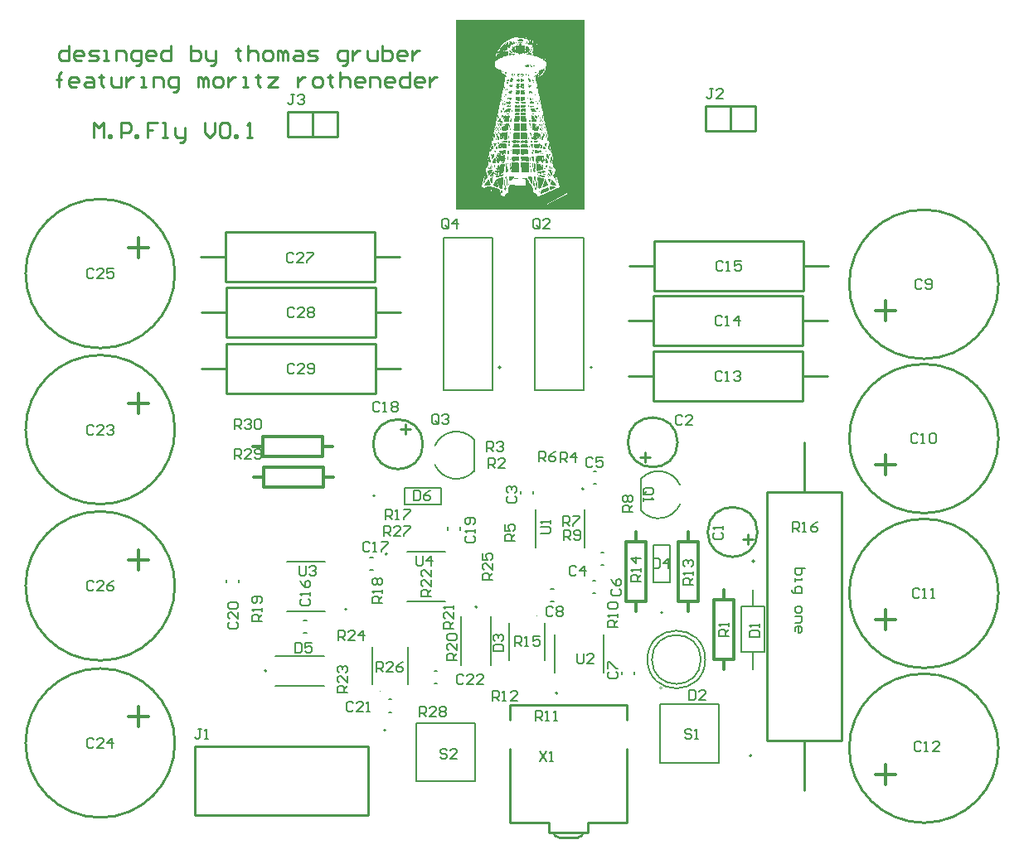
<source format=gbr>
G04*
G04 #@! TF.GenerationSoftware,Altium Limited,Altium Designer,24.0.1 (36)*
G04*
G04 Layer_Color=65535*
%FSLAX44Y44*%
%MOMM*%
G71*
G04*
G04 #@! TF.SameCoordinates,8FF7991A-89D8-4168-8CAE-93076DC636D7*
G04*
G04*
G04 #@! TF.FilePolarity,Positive*
G04*
G01*
G75*
%ADD10C,0.2000*%
%ADD11C,0.0220*%
%ADD12C,0.2540*%
%ADD13C,0.1524*%
%ADD14C,0.1270*%
%ADD15C,0.0000*%
%ADD16C,0.3048*%
G36*
X573151Y628844D02*
X442341D01*
Y822403D01*
X573151D01*
Y628844D01*
D02*
G37*
%LPC*%
G36*
X506086Y804807D02*
X505920D01*
Y804641D01*
X506086D01*
Y804807D01*
D02*
G37*
G36*
X504260Y804973D02*
X503762D01*
Y804807D01*
X503430D01*
Y804641D01*
X503098D01*
Y804475D01*
X502766D01*
Y804641D01*
X501770D01*
Y804475D01*
X501438D01*
Y804309D01*
X501106D01*
Y804143D01*
X500442D01*
Y803977D01*
X499778D01*
Y803811D01*
X499280D01*
Y803645D01*
X498782D01*
Y803479D01*
X498450D01*
Y803313D01*
X498118D01*
Y803147D01*
X497786D01*
Y802981D01*
X497288D01*
Y802815D01*
X496956D01*
Y802649D01*
X496790D01*
Y802483D01*
X496292D01*
Y802317D01*
X495960D01*
Y802151D01*
X495628D01*
Y801985D01*
X495462D01*
Y801819D01*
X495296D01*
Y801653D01*
X494964D01*
Y801487D01*
X494798D01*
Y801321D01*
X494466D01*
Y801155D01*
X494300D01*
Y800989D01*
X494134D01*
Y800823D01*
X493968D01*
Y800657D01*
X493636D01*
Y800491D01*
X493304D01*
Y800325D01*
X492972D01*
Y800159D01*
X492640D01*
Y799993D01*
X492308D01*
Y799827D01*
X492142D01*
Y799661D01*
X491976D01*
Y799495D01*
X491810D01*
Y799329D01*
X491644D01*
Y798997D01*
X491312D01*
Y798831D01*
X490980D01*
Y798665D01*
X490814D01*
Y798499D01*
X490648D01*
Y798333D01*
X490482D01*
Y798167D01*
X490316D01*
Y798001D01*
X490150D01*
Y797835D01*
X489984D01*
Y797669D01*
X489818D01*
Y797503D01*
X489652D01*
Y797337D01*
X489486D01*
Y797171D01*
X489320D01*
Y796839D01*
X489154D01*
Y796507D01*
X488988D01*
Y796341D01*
X488822D01*
Y796175D01*
X488490D01*
Y796009D01*
X488324D01*
Y795843D01*
X488158D01*
Y795677D01*
X487992D01*
Y795511D01*
X487826D01*
Y795345D01*
X487660D01*
Y795013D01*
X487494D01*
Y794847D01*
X487328D01*
Y794515D01*
X487162D01*
Y794017D01*
X486996D01*
Y793685D01*
X487162D01*
Y793851D01*
X487494D01*
Y794017D01*
X487826D01*
Y794183D01*
X488158D01*
Y794349D01*
X488324D01*
Y794681D01*
X488490D01*
Y795013D01*
X488656D01*
Y795179D01*
X488822D01*
Y795345D01*
X488988D01*
Y795511D01*
X489154D01*
Y795677D01*
X489320D01*
Y795843D01*
X489486D01*
Y796175D01*
X489818D01*
Y796341D01*
X489984D01*
Y796507D01*
X490150D01*
Y796673D01*
X490316D01*
Y796839D01*
X490648D01*
Y797005D01*
X490814D01*
Y797171D01*
X490980D01*
Y797337D01*
X491312D01*
Y797503D01*
X491644D01*
Y797669D01*
X491810D01*
Y798001D01*
X491976D01*
Y798665D01*
X492142D01*
Y798831D01*
X493470D01*
Y798997D01*
X493968D01*
Y799163D01*
X494134D01*
Y799329D01*
X494300D01*
Y799495D01*
X494632D01*
Y799661D01*
X495462D01*
Y799329D01*
X495628D01*
Y799163D01*
X496126D01*
Y799329D01*
X496292D01*
Y798997D01*
X496126D01*
Y798831D01*
X495960D01*
Y798665D01*
X495794D01*
Y798499D01*
X495628D01*
Y798333D01*
X495960D01*
Y798499D01*
X496126D01*
Y798665D01*
X496624D01*
Y798831D01*
X497122D01*
Y798997D01*
X497288D01*
Y799163D01*
X497454D01*
Y799329D01*
X497620D01*
Y799495D01*
X496956D01*
Y799661D01*
X497122D01*
Y800159D01*
X496624D01*
Y800657D01*
X497122D01*
Y800491D01*
X497288D01*
Y800325D01*
X497122D01*
Y800159D01*
X497620D01*
Y800325D01*
X497786D01*
Y800491D01*
X498782D01*
Y800325D01*
X498616D01*
Y799993D01*
X499280D01*
Y799827D01*
X499446D01*
Y799661D01*
X499280D01*
Y799495D01*
X499446D01*
Y799329D01*
X499778D01*
Y798831D01*
X500276D01*
Y798997D01*
X500608D01*
Y799329D01*
X500442D01*
Y799827D01*
X500608D01*
Y799993D01*
X500940D01*
Y800159D01*
X501106D01*
Y800325D01*
X501438D01*
Y800159D01*
X501604D01*
Y799993D01*
X501770D01*
Y799827D01*
X501936D01*
Y799661D01*
X502102D01*
Y799329D01*
X502434D01*
Y799163D01*
X502932D01*
Y798831D01*
X502766D01*
Y798665D01*
X502600D01*
Y798499D01*
X502766D01*
Y798333D01*
X502600D01*
Y798499D01*
X502434D01*
Y798333D01*
X501438D01*
Y798167D01*
X501272D01*
Y798001D01*
X501106D01*
Y797503D01*
X500940D01*
Y797337D01*
X500442D01*
Y797503D01*
X499944D01*
Y797669D01*
X499280D01*
Y797503D01*
X499114D01*
Y797171D01*
X498948D01*
Y797005D01*
X498450D01*
Y796839D01*
X498118D01*
Y796673D01*
X497952D01*
Y796507D01*
X497786D01*
Y796341D01*
X497620D01*
Y796009D01*
X497786D01*
Y795843D01*
X497620D01*
Y795677D01*
X496956D01*
Y795511D01*
X496790D01*
Y795179D01*
X496956D01*
Y795013D01*
X497122D01*
Y794847D01*
X497620D01*
Y794681D01*
X497454D01*
Y794515D01*
X497122D01*
Y794183D01*
X497288D01*
Y793851D01*
X497122D01*
Y793685D01*
X496790D01*
Y793353D01*
X496624D01*
Y793187D01*
X496126D01*
Y793685D01*
X495960D01*
Y793851D01*
X495794D01*
Y794515D01*
X495960D01*
Y794681D01*
X495794D01*
Y794847D01*
X495462D01*
Y794681D01*
X495296D01*
Y794349D01*
X495130D01*
Y794183D01*
X494964D01*
Y793851D01*
X494798D01*
Y793519D01*
X494632D01*
Y793021D01*
X494466D01*
Y792689D01*
X494632D01*
Y792191D01*
X494466D01*
Y791859D01*
X494300D01*
Y791361D01*
X494134D01*
Y791195D01*
X493802D01*
Y791029D01*
X493470D01*
Y791527D01*
X493138D01*
Y791361D01*
X492972D01*
Y791195D01*
X492806D01*
Y791029D01*
X492640D01*
Y790863D01*
X492474D01*
Y790697D01*
X493138D01*
Y790863D01*
X493968D01*
Y790697D01*
X494964D01*
Y790531D01*
X495130D01*
Y790365D01*
X495296D01*
Y790199D01*
X495462D01*
Y790033D01*
X495628D01*
Y787709D01*
X495462D01*
Y787211D01*
X495628D01*
Y787045D01*
X495794D01*
Y786713D01*
X495960D01*
Y786381D01*
X495794D01*
Y786215D01*
X495628D01*
Y786049D01*
X495296D01*
Y786215D01*
X495130D01*
Y786381D01*
X494798D01*
Y786215D01*
X494466D01*
Y786049D01*
X494300D01*
Y785883D01*
X494134D01*
Y785717D01*
X493968D01*
Y785551D01*
X493802D01*
Y785385D01*
X493636D01*
Y785219D01*
X493138D01*
Y785053D01*
X492640D01*
Y784887D01*
X492142D01*
Y785053D01*
X491644D01*
Y785219D01*
X491146D01*
Y785385D01*
X490980D01*
Y785219D01*
X490814D01*
Y785053D01*
X490648D01*
Y784887D01*
X490482D01*
Y784721D01*
X490316D01*
Y784389D01*
X490150D01*
Y784223D01*
X489984D01*
Y784057D01*
X489320D01*
Y783891D01*
X488490D01*
Y783725D01*
X488324D01*
Y783891D01*
X487660D01*
Y783725D01*
X487494D01*
Y783559D01*
X487328D01*
Y783227D01*
X487162D01*
Y782895D01*
X486996D01*
Y782729D01*
X486830D01*
Y782563D01*
X486498D01*
Y782729D01*
X486332D01*
Y782563D01*
X485502D01*
Y782729D01*
X485336D01*
Y782563D01*
X485170D01*
Y782397D01*
X485004D01*
Y782231D01*
X484838D01*
Y781733D01*
X484672D01*
Y781401D01*
X484506D01*
Y781235D01*
X483344D01*
Y781069D01*
X483012D01*
Y780903D01*
X482846D01*
Y781235D01*
X482680D01*
Y781401D01*
X482846D01*
Y782231D01*
X483012D01*
Y782895D01*
X482846D01*
Y783061D01*
X482680D01*
Y782729D01*
X482514D01*
Y781235D01*
X482680D01*
Y780903D01*
X482846D01*
Y780405D01*
X482680D01*
Y780073D01*
X482514D01*
Y779907D01*
X482182D01*
Y779741D01*
X482016D01*
Y779409D01*
X481850D01*
Y778413D01*
X481684D01*
Y776421D01*
X481850D01*
Y775591D01*
X482016D01*
Y775093D01*
X482182D01*
Y774595D01*
X482348D01*
Y774429D01*
X482514D01*
Y774263D01*
X482680D01*
Y774097D01*
X482846D01*
Y773931D01*
X483012D01*
Y773765D01*
X483344D01*
Y773599D01*
X483676D01*
Y773433D01*
X484008D01*
Y773267D01*
X484174D01*
Y773101D01*
X484340D01*
Y772935D01*
X484506D01*
Y772769D01*
X484672D01*
Y772603D01*
X484838D01*
Y772437D01*
X485170D01*
Y772271D01*
X485336D01*
Y772105D01*
X485502D01*
Y771938D01*
X485668D01*
Y771773D01*
X485834D01*
Y771607D01*
X486166D01*
Y771441D01*
X487660D01*
Y771274D01*
X487992D01*
Y771108D01*
X488158D01*
Y770943D01*
X488324D01*
Y770777D01*
X488490D01*
Y770444D01*
X488656D01*
Y770278D01*
X488822D01*
Y770113D01*
X488988D01*
Y769947D01*
X489154D01*
Y769781D01*
X488822D01*
Y769614D01*
X488656D01*
Y769283D01*
X488822D01*
Y768951D01*
X488988D01*
Y768784D01*
X489320D01*
Y768618D01*
X489486D01*
Y768784D01*
X489652D01*
Y768453D01*
X489818D01*
Y768287D01*
X489984D01*
Y767954D01*
X490150D01*
Y767623D01*
X490316D01*
Y767290D01*
X491146D01*
Y767124D01*
X491312D01*
Y766958D01*
X491810D01*
Y766793D01*
X491976D01*
Y766294D01*
X492308D01*
Y766460D01*
X492474D01*
Y766627D01*
X492806D01*
Y766294D01*
X492972D01*
Y765630D01*
X493138D01*
Y765133D01*
X493304D01*
Y764800D01*
X493138D01*
Y764634D01*
X492972D01*
Y764468D01*
X492806D01*
Y763970D01*
X492640D01*
Y763140D01*
X492474D01*
Y760816D01*
X492308D01*
Y760484D01*
X492142D01*
Y759986D01*
X491976D01*
Y759488D01*
X491810D01*
Y758658D01*
X491644D01*
Y757164D01*
X491478D01*
Y756666D01*
X491312D01*
Y756168D01*
X491146D01*
Y754674D01*
X491312D01*
Y754508D01*
X491810D01*
Y754342D01*
X491976D01*
Y754010D01*
X492142D01*
Y753014D01*
X491976D01*
Y752682D01*
X491810D01*
Y752350D01*
X491478D01*
Y752184D01*
X491312D01*
Y752350D01*
X490980D01*
Y752848D01*
X490814D01*
Y753180D01*
X490648D01*
Y752848D01*
X490482D01*
Y752350D01*
X490316D01*
Y751520D01*
X490150D01*
Y750856D01*
X489984D01*
Y750192D01*
X489818D01*
Y749528D01*
X489652D01*
Y747868D01*
X489486D01*
Y747370D01*
X489320D01*
Y747038D01*
X489154D01*
Y746374D01*
X488988D01*
Y745378D01*
X488822D01*
Y744714D01*
X488656D01*
Y743386D01*
X488490D01*
Y742888D01*
X488324D01*
Y741892D01*
X488490D01*
Y741560D01*
X488656D01*
Y741394D01*
X488822D01*
Y741228D01*
X488988D01*
Y741062D01*
X489154D01*
Y740730D01*
X489320D01*
Y740398D01*
X489486D01*
Y739734D01*
X489320D01*
Y739568D01*
X489154D01*
Y739402D01*
X488988D01*
Y739070D01*
X488822D01*
Y738904D01*
X488656D01*
Y738738D01*
X488490D01*
Y740730D01*
X488158D01*
Y740398D01*
X487992D01*
Y740232D01*
X487826D01*
Y739734D01*
X487660D01*
Y739236D01*
X487494D01*
Y738572D01*
X487328D01*
Y736912D01*
X487162D01*
Y736414D01*
X486996D01*
Y736082D01*
X486830D01*
Y735584D01*
X486664D01*
Y733924D01*
X486830D01*
Y733592D01*
X486664D01*
Y733260D01*
X486498D01*
Y732762D01*
X486332D01*
Y732430D01*
X486166D01*
Y731932D01*
X486000D01*
Y731600D01*
X485834D01*
Y731102D01*
X485668D01*
Y729608D01*
X485502D01*
Y728944D01*
X485336D01*
Y728446D01*
X485170D01*
Y727948D01*
X485336D01*
Y727450D01*
X485170D01*
Y726952D01*
X485004D01*
Y726620D01*
X484838D01*
Y725790D01*
X485004D01*
Y725458D01*
X485336D01*
Y725292D01*
X485502D01*
Y724960D01*
X485668D01*
Y724628D01*
X485834D01*
Y723964D01*
X486000D01*
Y723134D01*
X485834D01*
Y722968D01*
X485668D01*
Y722470D01*
X485502D01*
Y722304D01*
X485336D01*
Y722138D01*
X485170D01*
Y722304D01*
X485004D01*
Y723964D01*
X484838D01*
Y724130D01*
X484672D01*
Y724296D01*
X484506D01*
Y724130D01*
X484340D01*
Y723798D01*
X484174D01*
Y723300D01*
X484008D01*
Y721640D01*
X483842D01*
Y719482D01*
X483676D01*
Y719150D01*
X483510D01*
Y718984D01*
X483344D01*
Y718818D01*
X483178D01*
Y718486D01*
X483012D01*
Y717822D01*
X482846D01*
Y716992D01*
X483012D01*
Y716660D01*
X483178D01*
Y715664D01*
X483012D01*
Y715498D01*
X482846D01*
Y715166D01*
X482680D01*
Y714834D01*
X482514D01*
Y714502D01*
X482348D01*
Y714004D01*
X482182D01*
Y713506D01*
X482016D01*
Y713174D01*
X481850D01*
Y712676D01*
X481684D01*
Y711846D01*
X481518D01*
Y711182D01*
X481850D01*
Y711348D01*
X482016D01*
Y711514D01*
X482182D01*
Y711846D01*
X482348D01*
Y712012D01*
X482514D01*
Y712178D01*
X482680D01*
Y712510D01*
X482846D01*
Y713008D01*
X483012D01*
Y713340D01*
X483178D01*
Y713506D01*
X483510D01*
Y713672D01*
X483676D01*
Y713838D01*
X484174D01*
Y713672D01*
X484340D01*
Y713340D01*
X484174D01*
Y713008D01*
X484008D01*
Y712676D01*
X483842D01*
Y712510D01*
X483676D01*
Y712344D01*
X483510D01*
Y712012D01*
X483344D01*
Y711846D01*
X483178D01*
Y711514D01*
X483012D01*
Y711182D01*
X482846D01*
Y711016D01*
X482680D01*
Y710684D01*
X482514D01*
Y710518D01*
X481684D01*
Y710352D01*
X481518D01*
Y710186D01*
X481352D01*
Y709688D01*
X481186D01*
Y708028D01*
X481020D01*
Y707862D01*
X480854D01*
Y707364D01*
X480688D01*
Y706534D01*
X480854D01*
Y706367D01*
X481020D01*
Y706201D01*
X481352D01*
Y706036D01*
X481518D01*
Y705704D01*
X481684D01*
Y705040D01*
X481850D01*
Y703877D01*
X482016D01*
Y703711D01*
X482182D01*
Y703380D01*
X482348D01*
Y702716D01*
X482182D01*
Y702550D01*
X482016D01*
Y702383D01*
X481518D01*
Y702881D01*
X480854D01*
Y702716D01*
X480688D01*
Y702550D01*
X480522D01*
Y701886D01*
X480356D01*
Y700890D01*
X480190D01*
Y699561D01*
X480024D01*
Y699229D01*
X479858D01*
Y699063D01*
X479526D01*
Y698897D01*
X479194D01*
Y698731D01*
X479028D01*
Y698565D01*
X478862D01*
Y698399D01*
X478696D01*
Y697901D01*
X478530D01*
Y696241D01*
X478696D01*
Y696075D01*
X478862D01*
Y695909D01*
X479028D01*
Y695411D01*
X479194D01*
Y695079D01*
X479028D01*
Y694581D01*
X479194D01*
Y694415D01*
X479028D01*
Y694083D01*
X479194D01*
Y694249D01*
X479692D01*
Y693917D01*
X479858D01*
Y693585D01*
X480024D01*
Y693253D01*
X480190D01*
Y691261D01*
X480024D01*
Y690929D01*
X479858D01*
Y690597D01*
X479692D01*
Y690431D01*
X479526D01*
Y690265D01*
X479028D01*
Y690099D01*
X478862D01*
Y689933D01*
X478696D01*
Y689601D01*
X478530D01*
Y689269D01*
X478364D01*
Y689103D01*
X478198D01*
Y688771D01*
X478032D01*
Y688605D01*
X477866D01*
Y688439D01*
X477534D01*
Y688273D01*
X476870D01*
Y688107D01*
X476704D01*
Y687941D01*
X476538D01*
Y687609D01*
X476372D01*
Y686115D01*
X476206D01*
Y685783D01*
X476040D01*
Y685451D01*
X475874D01*
Y683625D01*
X475708D01*
Y683459D01*
X475542D01*
Y683127D01*
X475376D01*
Y682795D01*
X475210D01*
Y681965D01*
X475044D01*
Y680139D01*
X474878D01*
Y679143D01*
X475210D01*
Y679641D01*
X475376D01*
Y680305D01*
X475542D01*
Y680969D01*
X475708D01*
Y681965D01*
X475874D01*
Y683459D01*
X476538D01*
Y683127D01*
X476704D01*
Y682795D01*
X476870D01*
Y680637D01*
X477036D01*
Y680471D01*
X476870D01*
Y679475D01*
X477202D01*
Y679309D01*
X477368D01*
Y679143D01*
X477534D01*
Y678977D01*
X477700D01*
Y678645D01*
X477866D01*
Y677815D01*
X477700D01*
Y677317D01*
X477534D01*
Y677151D01*
X477368D01*
Y676985D01*
X477202D01*
Y676819D01*
X477036D01*
Y676653D01*
X476372D01*
Y677483D01*
X476538D01*
Y678479D01*
X476206D01*
Y678313D01*
X475874D01*
Y678147D01*
X475708D01*
Y677815D01*
X475542D01*
Y676985D01*
X475376D01*
Y676155D01*
X475210D01*
Y675491D01*
X475044D01*
Y673665D01*
X474878D01*
Y673167D01*
X474712D01*
Y672835D01*
X474546D01*
Y672503D01*
X474380D01*
Y672171D01*
X474214D01*
Y672005D01*
X474048D01*
Y671839D01*
X473882D01*
Y671673D01*
X473716D01*
Y671507D01*
X473384D01*
Y671341D01*
X473218D01*
Y671175D01*
X473052D01*
Y671009D01*
X472886D01*
Y670843D01*
X472720D01*
Y670511D01*
X472554D01*
Y670013D01*
X472388D01*
Y668021D01*
X472554D01*
Y667855D01*
X472886D01*
Y667689D01*
X473052D01*
Y666693D01*
X473218D01*
Y665365D01*
X473550D01*
Y665033D01*
X473716D01*
Y664867D01*
X473882D01*
Y664535D01*
X474048D01*
Y664369D01*
X474214D01*
Y664203D01*
X474380D01*
Y663373D01*
X474546D01*
Y662875D01*
X474380D01*
Y661713D01*
X474214D01*
Y661049D01*
X474048D01*
Y660717D01*
X473882D01*
Y660551D01*
X473716D01*
Y660219D01*
X473550D01*
Y660053D01*
X473384D01*
Y659887D01*
X473052D01*
Y659721D01*
X472886D01*
Y659555D01*
X472720D01*
Y659389D01*
X472554D01*
Y659223D01*
X472388D01*
Y658891D01*
X472222D01*
Y658559D01*
X472056D01*
Y658061D01*
X471890D01*
Y657563D01*
X471724D01*
Y657231D01*
X471558D01*
Y657065D01*
X471392D01*
Y656733D01*
X471226D01*
Y656401D01*
X471060D01*
Y656235D01*
X470894D01*
Y656069D01*
X470728D01*
Y655903D01*
X470562D01*
Y655737D01*
X470396D01*
Y655903D01*
X470230D01*
Y656069D01*
X470064D01*
Y656401D01*
X470230D01*
Y656899D01*
X470396D01*
Y657397D01*
X470562D01*
Y657895D01*
X470728D01*
Y658559D01*
X470894D01*
Y659057D01*
X471060D01*
Y659887D01*
X471226D01*
Y660717D01*
X471392D01*
Y661547D01*
X471558D01*
Y662875D01*
X471392D01*
Y662543D01*
X471226D01*
Y662211D01*
X471060D01*
Y661879D01*
X470894D01*
Y661381D01*
X470728D01*
Y660883D01*
X470562D01*
Y660385D01*
X470396D01*
Y659887D01*
X470230D01*
Y659223D01*
X470064D01*
Y658725D01*
X469898D01*
Y657895D01*
X469732D01*
Y657065D01*
X469566D01*
Y656235D01*
X469400D01*
Y655073D01*
X469234D01*
Y654575D01*
X469068D01*
Y654077D01*
X468902D01*
Y653247D01*
X468736D01*
Y652085D01*
X468902D01*
Y651919D01*
X469068D01*
Y651753D01*
X469234D01*
Y651587D01*
X469566D01*
Y651421D01*
X470064D01*
Y651255D01*
X470396D01*
Y651089D01*
X470894D01*
Y650923D01*
X471724D01*
Y650757D01*
X472056D01*
Y650923D01*
X471890D01*
Y651421D01*
X472056D01*
Y651587D01*
X472222D01*
Y651753D01*
X472720D01*
Y651919D01*
X473550D01*
Y652085D01*
X474546D01*
Y652251D01*
X475542D01*
Y652417D01*
X476538D01*
Y652583D01*
X478364D01*
Y652417D01*
X478530D01*
Y652085D01*
X478696D01*
Y651919D01*
X478862D01*
Y651753D01*
X479360D01*
Y651919D01*
X480522D01*
Y651753D01*
X480854D01*
Y651587D01*
X481352D01*
Y651421D01*
X481684D01*
Y651255D01*
X482182D01*
Y651089D01*
X482514D01*
Y650923D01*
X483012D01*
Y650757D01*
X483510D01*
Y650591D01*
X483842D01*
Y650425D01*
X484340D01*
Y650259D01*
X484672D01*
Y650093D01*
X485170D01*
Y649927D01*
X485502D01*
Y649761D01*
X486000D01*
Y649595D01*
X486332D01*
Y649263D01*
X486498D01*
Y649097D01*
X486664D01*
Y648931D01*
X486830D01*
Y648599D01*
X486996D01*
Y648267D01*
X487162D01*
Y647769D01*
X487328D01*
Y647271D01*
X487494D01*
Y646773D01*
X487660D01*
Y646275D01*
X487826D01*
Y645777D01*
X487992D01*
Y645279D01*
X488158D01*
Y644781D01*
X487992D01*
Y644449D01*
X487826D01*
Y644117D01*
X486996D01*
Y644283D01*
X486664D01*
Y644449D01*
X486332D01*
Y644283D01*
X486664D01*
Y644117D01*
X486996D01*
Y643951D01*
X487328D01*
Y643785D01*
X487660D01*
Y643619D01*
X487992D01*
Y643453D01*
X488158D01*
Y643287D01*
X488490D01*
Y643121D01*
X488822D01*
Y642955D01*
X489320D01*
Y642789D01*
X489652D01*
Y642623D01*
X490316D01*
Y642457D01*
X491478D01*
Y642623D01*
X491976D01*
Y642789D01*
X492308D01*
Y642955D01*
X492474D01*
Y643453D01*
X492640D01*
Y643951D01*
X492806D01*
Y644117D01*
X492972D01*
Y644449D01*
X493138D01*
Y644615D01*
X493304D01*
Y644781D01*
X493636D01*
Y644947D01*
X493802D01*
Y645113D01*
X493968D01*
Y645279D01*
X494134D01*
Y645445D01*
X494466D01*
Y645611D01*
X494632D01*
Y645777D01*
X494964D01*
Y645943D01*
X495130D01*
Y646109D01*
X495296D01*
Y646275D01*
X495462D01*
Y646607D01*
X495628D01*
Y646773D01*
X495462D01*
Y649263D01*
X495628D01*
Y651089D01*
X495794D01*
Y651421D01*
X495960D01*
Y651587D01*
X496126D01*
Y651919D01*
X496292D01*
Y652085D01*
X496458D01*
Y652417D01*
X496624D01*
Y652583D01*
X496790D01*
Y652915D01*
X496956D01*
Y653247D01*
X497122D01*
Y653413D01*
X497288D01*
Y653745D01*
X497454D01*
Y653911D01*
X497620D01*
Y654077D01*
X497786D01*
Y654243D01*
X497952D01*
Y654409D01*
X498948D01*
Y654243D01*
X500276D01*
Y654409D01*
X500774D01*
Y654575D01*
X501438D01*
Y654409D01*
X501604D01*
Y654243D01*
X501770D01*
Y654077D01*
X501936D01*
Y653745D01*
X502102D01*
Y653579D01*
X502268D01*
Y653413D01*
X502434D01*
Y653247D01*
X502600D01*
Y653081D01*
X505588D01*
Y652915D01*
X512062D01*
Y653081D01*
X512560D01*
Y653247D01*
X512726D01*
Y653413D01*
X512892D01*
Y653579D01*
X513058D01*
Y654077D01*
X513224D01*
Y654409D01*
X513390D01*
Y655073D01*
X513224D01*
Y655571D01*
X513058D01*
Y657231D01*
X513224D01*
Y657895D01*
X513390D01*
Y658393D01*
X513224D01*
Y658891D01*
X513058D01*
Y659223D01*
X512892D01*
Y659389D01*
X512726D01*
Y659555D01*
X512394D01*
Y659721D01*
X512228D01*
Y659887D01*
X511730D01*
Y660053D01*
X511232D01*
Y660219D01*
X510236D01*
Y660385D01*
X509738D01*
Y660551D01*
X509572D01*
Y661049D01*
X509738D01*
Y661215D01*
X514054D01*
Y661049D01*
X514386D01*
Y660883D01*
X514552D01*
Y660717D01*
X514718D01*
Y660551D01*
X514884D01*
Y660219D01*
X515050D01*
Y660053D01*
X515216D01*
Y659721D01*
X515382D01*
Y659389D01*
X515548D01*
Y659223D01*
X515714D01*
Y658891D01*
X515881D01*
Y658559D01*
X516046D01*
Y658227D01*
X516213D01*
Y658061D01*
X516379D01*
Y657729D01*
X516544D01*
Y657397D01*
X516711D01*
Y657065D01*
X516876D01*
Y656733D01*
X517043D01*
Y656401D01*
X517209D01*
Y656069D01*
X517374D01*
Y655571D01*
X517541D01*
Y655405D01*
X517706D01*
Y655239D01*
X517873D01*
Y655073D01*
X518038D01*
Y654907D01*
X518204D01*
Y654741D01*
X518371D01*
Y654409D01*
X518536D01*
Y654243D01*
X518703D01*
Y653911D01*
X518868D01*
Y653745D01*
X519035D01*
Y653413D01*
X519201D01*
Y653081D01*
X519366D01*
Y652915D01*
X519533D01*
Y652583D01*
X519698D01*
Y652251D01*
X519865D01*
Y652085D01*
X520031D01*
Y651753D01*
X520196D01*
Y651421D01*
X520363D01*
Y651089D01*
X520528D01*
Y650425D01*
X520695D01*
Y647935D01*
X520860D01*
Y647271D01*
X521026D01*
Y646939D01*
X521193D01*
Y646773D01*
X521358D01*
Y646607D01*
X521525D01*
Y646441D01*
X521690D01*
Y646275D01*
X521856D01*
Y646109D01*
X522023D01*
Y645943D01*
X522355D01*
Y645777D01*
X522520D01*
Y645611D01*
X522853D01*
Y645445D01*
X523019D01*
Y645279D01*
X523185D01*
Y645113D01*
X523517D01*
Y644947D01*
X523683D01*
Y644781D01*
X523849D01*
Y644615D01*
X524015D01*
Y644449D01*
X524347D01*
Y644117D01*
X524513D01*
Y643951D01*
X524679D01*
Y643785D01*
X524845D01*
Y643619D01*
X525011D01*
Y643287D01*
X525177D01*
Y643121D01*
X525343D01*
Y642789D01*
X525509D01*
Y642623D01*
X525675D01*
Y642457D01*
X527501D01*
Y642623D01*
X527999D01*
Y642789D01*
X528331D01*
Y642955D01*
X528663D01*
Y643121D01*
X529161D01*
Y643287D01*
X529493D01*
Y643453D01*
X529825D01*
Y643619D01*
X530323D01*
Y643785D01*
X530655D01*
Y643951D01*
X530987D01*
Y644117D01*
X531319D01*
Y644283D01*
X531651D01*
Y644449D01*
X532149D01*
Y644615D01*
X532481D01*
Y644781D01*
X532813D01*
Y644947D01*
X533145D01*
Y645113D01*
X533477D01*
Y645279D01*
X533809D01*
Y645445D01*
X534141D01*
Y645611D01*
X534473D01*
Y645777D01*
X534971D01*
Y645943D01*
X535303D01*
Y646109D01*
X535635D01*
Y646275D01*
X535967D01*
Y646441D01*
X536465D01*
Y646607D01*
X536797D01*
Y646773D01*
X537129D01*
Y646939D01*
X537461D01*
Y647105D01*
X537959D01*
Y647271D01*
X538291D01*
Y647437D01*
X538623D01*
Y647603D01*
X538955D01*
Y647769D01*
X539453D01*
Y647935D01*
X539785D01*
Y648101D01*
X540117D01*
Y648267D01*
X540615D01*
Y648433D01*
X540947D01*
Y648599D01*
X541279D01*
Y648765D01*
X541777D01*
Y648931D01*
X542109D01*
Y649097D01*
X542441D01*
Y649263D01*
X542773D01*
Y649429D01*
X543271D01*
Y649595D01*
X543603D01*
Y649761D01*
X543935D01*
Y649927D01*
X544267D01*
Y650093D01*
X544765D01*
Y650259D01*
X545097D01*
Y650425D01*
X545429D01*
Y650591D01*
X545927D01*
Y650757D01*
X546259D01*
Y650923D01*
X546757D01*
Y651089D01*
X547089D01*
Y651255D01*
X547421D01*
Y651421D01*
X547587D01*
Y651587D01*
X547753D01*
Y651753D01*
X547919D01*
Y652749D01*
X547753D01*
Y653081D01*
X547587D01*
Y653579D01*
X547421D01*
Y654077D01*
X547255D01*
Y654741D01*
X547089D01*
Y655239D01*
X546923D01*
Y656069D01*
X546757D01*
Y656733D01*
X546591D01*
Y657397D01*
X546425D01*
Y658227D01*
X546259D01*
Y658891D01*
X546093D01*
Y659555D01*
X545927D01*
Y660551D01*
X545761D01*
Y660883D01*
X545595D01*
Y661215D01*
X545429D01*
Y661381D01*
X545263D01*
Y661713D01*
X545097D01*
Y662045D01*
X544931D01*
Y662211D01*
X544765D01*
Y662543D01*
X544599D01*
Y662377D01*
X544433D01*
Y661381D01*
X544267D01*
Y660883D01*
X544433D01*
Y660219D01*
X544599D01*
Y659721D01*
X544765D01*
Y659057D01*
X544931D01*
Y658227D01*
X545097D01*
Y657397D01*
X545263D01*
Y657065D01*
X544765D01*
Y657397D01*
X544599D01*
Y657729D01*
X544433D01*
Y658061D01*
X544267D01*
Y658559D01*
X544101D01*
Y659057D01*
X543935D01*
Y659555D01*
X543769D01*
Y660053D01*
X543603D01*
Y660717D01*
X543437D01*
Y660883D01*
X543271D01*
Y661049D01*
X542939D01*
Y660883D01*
X542607D01*
Y660717D01*
X542441D01*
Y660883D01*
X542275D01*
Y661049D01*
X542109D01*
Y661215D01*
X541943D01*
Y661713D01*
X541777D01*
Y662211D01*
X541611D01*
Y664037D01*
X541777D01*
Y664369D01*
X542109D01*
Y664535D01*
X542275D01*
Y664867D01*
X542441D01*
Y665033D01*
X542607D01*
Y665199D01*
X542773D01*
Y665863D01*
X542939D01*
Y667523D01*
X543105D01*
Y667855D01*
X543437D01*
Y668021D01*
X543603D01*
Y668187D01*
X543769D01*
Y669681D01*
X543603D01*
Y670013D01*
X543437D01*
Y670511D01*
X543271D01*
Y670677D01*
X543105D01*
Y671009D01*
X542939D01*
Y671175D01*
X542607D01*
Y671341D01*
X542275D01*
Y671507D01*
X542109D01*
Y671673D01*
X541943D01*
Y671839D01*
X541777D01*
Y672171D01*
X541611D01*
Y672337D01*
X541445D01*
Y672669D01*
X541279D01*
Y673167D01*
X541113D01*
Y674329D01*
X540947D01*
Y675657D01*
X540781D01*
Y676487D01*
X540615D01*
Y677317D01*
X540449D01*
Y677981D01*
X540283D01*
Y678313D01*
X540117D01*
Y678479D01*
X539453D01*
Y677483D01*
X539619D01*
Y676487D01*
X539287D01*
Y676321D01*
X539121D01*
Y676487D01*
X538955D01*
Y676653D01*
X538789D01*
Y676819D01*
X538623D01*
Y677151D01*
X538457D01*
Y677649D01*
X538291D01*
Y678811D01*
X538457D01*
Y678977D01*
X538623D01*
Y679143D01*
X538789D01*
Y679309D01*
X539287D01*
Y679973D01*
X539121D01*
Y682463D01*
X539287D01*
Y682961D01*
X539453D01*
Y683127D01*
X539619D01*
Y683293D01*
X539785D01*
Y683127D01*
X539951D01*
Y682795D01*
X540117D01*
Y681965D01*
X540283D01*
Y681301D01*
X540449D01*
Y680471D01*
X540615D01*
Y679807D01*
X540781D01*
Y679309D01*
X541113D01*
Y680803D01*
X540947D01*
Y682629D01*
X540781D01*
Y683293D01*
X540615D01*
Y683791D01*
X540449D01*
Y684953D01*
X540283D01*
Y685783D01*
X540117D01*
Y686613D01*
X539951D01*
Y687277D01*
X539785D01*
Y687775D01*
X539619D01*
Y688107D01*
X539453D01*
Y688273D01*
X539287D01*
Y688439D01*
X539121D01*
Y688605D01*
X538125D01*
Y688771D01*
X537959D01*
Y689103D01*
X537793D01*
Y689269D01*
X537627D01*
Y689601D01*
X537461D01*
Y689933D01*
X537295D01*
Y690099D01*
X537129D01*
Y690265D01*
X536963D01*
Y690431D01*
X536631D01*
Y690597D01*
X536299D01*
Y690929D01*
X536133D01*
Y691261D01*
X535967D01*
Y693253D01*
X536133D01*
Y693751D01*
X536299D01*
Y694083D01*
X536797D01*
Y693917D01*
X536963D01*
Y695909D01*
X537129D01*
Y696075D01*
X537295D01*
Y696241D01*
X537461D01*
Y696407D01*
X537627D01*
Y697735D01*
X537461D01*
Y698067D01*
X537295D01*
Y698399D01*
X537129D01*
Y698565D01*
X536797D01*
Y698731D01*
X536299D01*
Y698897D01*
X536133D01*
Y699063D01*
X535967D01*
Y699396D01*
X535801D01*
Y701056D01*
X535635D01*
Y701886D01*
X535469D01*
Y702716D01*
X535303D01*
Y703047D01*
X534473D01*
Y703380D01*
X534307D01*
Y702881D01*
X534473D01*
Y702217D01*
X534141D01*
Y702383D01*
X533975D01*
Y702716D01*
X533809D01*
Y703047D01*
X533975D01*
Y703380D01*
X534141D01*
Y703546D01*
X534307D01*
Y705206D01*
X534473D01*
Y705704D01*
X534639D01*
Y706036D01*
X535137D01*
Y705704D01*
X535303D01*
Y703877D01*
X535469D01*
Y703047D01*
X535635D01*
Y702550D01*
X535801D01*
Y702383D01*
X536133D01*
Y704541D01*
X535967D01*
Y705537D01*
X535801D01*
Y705870D01*
X535635D01*
Y706201D01*
X535469D01*
Y708194D01*
X535303D01*
Y708858D01*
X535137D01*
Y709522D01*
X534971D01*
Y709854D01*
X534805D01*
Y710186D01*
X534639D01*
Y711680D01*
X534473D01*
Y712344D01*
X534307D01*
Y712842D01*
X534141D01*
Y713174D01*
X533975D01*
Y713672D01*
X533809D01*
Y714004D01*
X533643D01*
Y714502D01*
X533477D01*
Y714668D01*
X533311D01*
Y715000D01*
X533145D01*
Y715332D01*
X532979D01*
Y715498D01*
X532813D01*
Y716162D01*
X532979D01*
Y716494D01*
X533145D01*
Y716826D01*
X533311D01*
Y717822D01*
X533145D01*
Y718320D01*
X532979D01*
Y718652D01*
X532813D01*
Y718818D01*
X532647D01*
Y718984D01*
X532481D01*
Y719150D01*
X532315D01*
Y719316D01*
X532149D01*
Y719648D01*
X531983D01*
Y719980D01*
X532149D01*
Y722470D01*
X531983D01*
Y722636D01*
Y722802D01*
Y723964D01*
X531817D01*
Y724462D01*
X531651D01*
Y724794D01*
X531485D01*
Y724960D01*
X531319D01*
Y724794D01*
X531153D01*
Y724462D01*
X530987D01*
Y722470D01*
X530821D01*
Y722304D01*
X530655D01*
Y722470D01*
X530489D01*
Y722802D01*
X530323D01*
Y723300D01*
X530157D01*
Y723964D01*
X530323D01*
Y724462D01*
X530489D01*
Y724794D01*
X530655D01*
Y724960D01*
X530821D01*
Y725126D01*
X531153D01*
Y725292D01*
X531319D01*
Y726122D01*
X531485D01*
Y726454D01*
X531319D01*
Y727450D01*
X531153D01*
Y728114D01*
X530987D01*
Y728612D01*
X530821D01*
Y729110D01*
X530655D01*
Y729940D01*
X530489D01*
Y730770D01*
X530323D01*
Y731268D01*
X530157D01*
Y731600D01*
X529991D01*
Y732098D01*
X529825D01*
Y732430D01*
X529659D01*
Y732762D01*
X529493D01*
Y733094D01*
X529327D01*
Y734090D01*
X529493D01*
Y735418D01*
X529327D01*
Y735916D01*
X529161D01*
Y736248D01*
X528995D01*
Y736580D01*
X528829D01*
Y737410D01*
X528663D01*
Y739236D01*
X528497D01*
Y739900D01*
X528331D01*
Y740398D01*
X528165D01*
Y740730D01*
X527999D01*
Y740896D01*
X527833D01*
Y743386D01*
X527667D01*
Y744050D01*
X527501D01*
Y744714D01*
X527335D01*
Y745378D01*
X527169D01*
Y746042D01*
X527003D01*
Y746706D01*
X526837D01*
Y747038D01*
X526671D01*
Y747370D01*
X526505D01*
Y747868D01*
X526339D01*
Y750026D01*
X526173D01*
Y750524D01*
X526007D01*
Y751022D01*
X525841D01*
Y752018D01*
X525675D01*
Y753014D01*
X525509D01*
Y753512D01*
X525343D01*
Y754010D01*
X525011D01*
Y752516D01*
X524845D01*
Y752184D01*
X524347D01*
Y752350D01*
X524181D01*
Y752516D01*
X524015D01*
Y754010D01*
X524181D01*
Y754176D01*
X524513D01*
Y754342D01*
X525011D01*
Y756334D01*
X524845D01*
Y757164D01*
X524679D01*
Y757828D01*
X524513D01*
Y758492D01*
X524347D01*
Y759156D01*
X524181D01*
Y759654D01*
X524015D01*
Y760152D01*
X523849D01*
Y760484D01*
X523683D01*
Y760982D01*
X523517D01*
Y761978D01*
X523683D01*
Y762974D01*
X523849D01*
Y763472D01*
X523683D01*
Y763970D01*
X523517D01*
Y764468D01*
X523351D01*
Y764800D01*
X523185D01*
Y764966D01*
X523019D01*
Y765630D01*
X523185D01*
Y766294D01*
X523351D01*
Y766460D01*
X523517D01*
Y766294D01*
X523683D01*
Y766128D01*
X523849D01*
Y765963D01*
X524015D01*
Y766128D01*
X524181D01*
Y766460D01*
X524347D01*
Y766627D01*
X524679D01*
Y766793D01*
X524845D01*
Y766958D01*
X525011D01*
Y767124D01*
X525343D01*
Y767290D01*
X525675D01*
Y767623D01*
X525841D01*
Y768120D01*
X526007D01*
Y768287D01*
X526173D01*
Y768453D01*
X526339D01*
Y768784D01*
X526505D01*
Y768618D01*
X526837D01*
Y768784D01*
X527003D01*
Y768951D01*
X527169D01*
Y769117D01*
X527335D01*
Y769614D01*
X527169D01*
Y769781D01*
X526339D01*
Y769947D01*
X527003D01*
Y770113D01*
X527169D01*
Y770278D01*
X527335D01*
Y770611D01*
X527501D01*
Y770777D01*
X527667D01*
Y770943D01*
X527833D01*
Y771108D01*
X528165D01*
Y771274D01*
X528497D01*
Y771441D01*
X529161D01*
Y771274D01*
X529825D01*
Y771441D01*
X530157D01*
Y771607D01*
X530323D01*
Y771773D01*
X530489D01*
Y771938D01*
X530655D01*
Y772105D01*
X530821D01*
Y772271D01*
X531319D01*
Y772437D01*
X531485D01*
Y772603D01*
X531651D01*
Y772769D01*
X531817D01*
Y772935D01*
X531983D01*
Y773101D01*
X532647D01*
Y773267D01*
X532813D01*
Y773433D01*
X532979D01*
Y772935D01*
X532813D01*
Y772769D01*
X532647D01*
Y772437D01*
X532481D01*
Y771938D01*
X532315D01*
Y771607D01*
X532149D01*
Y771274D01*
X532315D01*
Y770777D01*
X532481D01*
Y770444D01*
X532315D01*
Y770113D01*
X532149D01*
Y769947D01*
X531651D01*
Y769781D01*
X531319D01*
Y769614D01*
X531153D01*
Y769448D01*
X530987D01*
Y769117D01*
X531153D01*
Y768453D01*
X530987D01*
Y768287D01*
X530821D01*
Y768120D01*
X530655D01*
Y767954D01*
X530489D01*
Y767788D01*
X530323D01*
Y767623D01*
X530157D01*
Y767457D01*
X529991D01*
Y767290D01*
X529825D01*
Y766958D01*
X529659D01*
Y766627D01*
X529493D01*
Y766793D01*
X529327D01*
Y766627D01*
X529161D01*
Y766460D01*
X528995D01*
Y766294D01*
X528829D01*
Y766128D01*
X528497D01*
Y765963D01*
X528331D01*
Y765797D01*
X528165D01*
Y765630D01*
X527833D01*
Y765298D01*
X527667D01*
Y764966D01*
X527833D01*
Y764800D01*
X527999D01*
Y764966D01*
X528331D01*
Y765133D01*
X528497D01*
Y765298D01*
X528663D01*
Y765464D01*
X528829D01*
Y765630D01*
X528995D01*
Y765797D01*
X529161D01*
Y765963D01*
X529327D01*
Y766128D01*
X529659D01*
Y766294D01*
X530157D01*
Y766460D01*
X530323D01*
Y766627D01*
X530489D01*
Y766793D01*
X530655D01*
Y766958D01*
X530821D01*
Y767124D01*
X530987D01*
Y767623D01*
X531153D01*
Y767954D01*
X531319D01*
Y768287D01*
X531485D01*
Y768453D01*
X531817D01*
Y768618D01*
X531983D01*
Y768784D01*
X532149D01*
Y768951D01*
X532315D01*
Y769283D01*
X532481D01*
Y769448D01*
X532647D01*
Y769781D01*
X532813D01*
Y770278D01*
X532979D01*
Y770611D01*
X533145D01*
Y770943D01*
X533311D01*
Y771274D01*
X533477D01*
Y772437D01*
X533643D01*
Y774097D01*
X533809D01*
Y774595D01*
X533975D01*
Y774927D01*
X534141D01*
Y775425D01*
X534307D01*
Y776089D01*
X534473D01*
Y778579D01*
X534307D01*
Y779575D01*
X534141D01*
Y779741D01*
X533975D01*
Y779907D01*
X533809D01*
Y780073D01*
X533477D01*
Y780239D01*
X533311D01*
Y780405D01*
X533145D01*
Y780903D01*
X532979D01*
Y781235D01*
X532647D01*
Y781401D01*
X531817D01*
Y781567D01*
X531485D01*
Y781899D01*
X531319D01*
Y782231D01*
X531153D01*
Y782563D01*
X530987D01*
Y782729D01*
X529991D01*
Y782895D01*
X529327D01*
Y783061D01*
X528995D01*
Y783227D01*
X528829D01*
Y783559D01*
X528663D01*
Y783725D01*
X528497D01*
Y783891D01*
X527999D01*
Y784057D01*
X527169D01*
Y784223D01*
X526339D01*
Y784389D01*
X526007D01*
Y784555D01*
X525841D01*
Y784721D01*
X525675D01*
Y784887D01*
X525509D01*
Y785053D01*
X525343D01*
Y785219D01*
X525011D01*
Y785385D01*
X524845D01*
Y785219D01*
X523683D01*
Y785053D01*
X523517D01*
Y785219D01*
X523019D01*
Y785385D01*
X522520D01*
Y785551D01*
X522188D01*
Y785717D01*
X522023D01*
Y785883D01*
X521856D01*
Y786049D01*
X521358D01*
Y786215D01*
X521026D01*
Y786381D01*
X520860D01*
Y786215D01*
X520363D01*
Y786713D01*
X520528D01*
Y786879D01*
X520695D01*
Y786713D01*
X521026D01*
Y787045D01*
X521193D01*
Y787709D01*
X521026D01*
Y788041D01*
X520695D01*
Y788373D01*
X520528D01*
Y790199D01*
X520695D01*
Y790531D01*
X520860D01*
Y790697D01*
X521026D01*
Y791361D01*
X521193D01*
Y792523D01*
X521358D01*
Y792689D01*
X521193D01*
Y792855D01*
X521358D01*
Y792689D01*
X521690D01*
Y792855D01*
X521525D01*
Y793187D01*
X521358D01*
Y793353D01*
X521193D01*
Y793851D01*
X521026D01*
Y794017D01*
X520860D01*
Y794349D01*
X520695D01*
Y794681D01*
X520528D01*
Y795013D01*
X520363D01*
Y795179D01*
X520196D01*
Y795345D01*
X520031D01*
Y795511D01*
X519865D01*
Y796175D01*
X519698D01*
Y796673D01*
X519865D01*
Y797005D01*
X519698D01*
Y797171D01*
X519366D01*
Y797005D01*
X519201D01*
Y796839D01*
X518868D01*
Y796673D01*
X518703D01*
Y796839D01*
X518536D01*
Y797005D01*
X518038D01*
Y797171D01*
X517541D01*
Y797337D01*
X517209D01*
Y797503D01*
X516876D01*
Y797669D01*
X516213D01*
Y797835D01*
X515714D01*
Y798001D01*
X515382D01*
Y798167D01*
X515216D01*
Y798333D01*
X515050D01*
Y798499D01*
X514884D01*
Y798665D01*
X514718D01*
Y798831D01*
X514386D01*
Y798499D01*
X513722D01*
Y798665D01*
X513390D01*
Y799163D01*
X513888D01*
Y799329D01*
X514054D01*
Y799827D01*
X514718D01*
Y799993D01*
X514552D01*
Y800325D01*
X514718D01*
Y800159D01*
X514884D01*
Y799993D01*
X515216D01*
Y799827D01*
X515548D01*
Y799661D01*
X515881D01*
Y799329D01*
X515548D01*
Y799495D01*
X515382D01*
Y799163D01*
X515548D01*
Y798997D01*
X516046D01*
Y799329D01*
X516544D01*
Y799661D01*
X516379D01*
Y799993D01*
X516544D01*
Y800159D01*
X516876D01*
Y800325D01*
X516711D01*
Y800657D01*
X517043D01*
Y800989D01*
X516876D01*
Y801155D01*
X516711D01*
Y801321D01*
X516544D01*
Y801487D01*
X516379D01*
Y801321D01*
X516213D01*
Y801487D01*
X516046D01*
Y801653D01*
X515881D01*
Y801985D01*
X515714D01*
Y802317D01*
X515548D01*
Y802483D01*
X515382D01*
Y802649D01*
X515216D01*
Y802815D01*
X514718D01*
Y802981D01*
X514220D01*
Y803147D01*
X513888D01*
Y802981D01*
X512560D01*
Y803147D01*
X512228D01*
Y803313D01*
X511896D01*
Y803479D01*
X511564D01*
Y803645D01*
X511066D01*
Y803811D01*
X510734D01*
Y803977D01*
X509572D01*
Y804143D01*
X509074D01*
Y803977D01*
X507082D01*
Y804143D01*
X505754D01*
Y804641D01*
X505256D01*
Y804475D01*
X504924D01*
Y804641D01*
X504592D01*
Y804807D01*
X504260D01*
Y804973D01*
D02*
G37*
G36*
X514054Y804475D02*
X513722D01*
Y803977D01*
X514220D01*
Y804309D01*
X514054D01*
Y804475D01*
D02*
G37*
G36*
X518371Y802483D02*
X517873D01*
Y802317D01*
X517706D01*
Y802151D01*
X517541D01*
Y801985D01*
X517374D01*
Y801653D01*
X517209D01*
Y801155D01*
X517706D01*
Y800989D01*
X518536D01*
Y801321D01*
X518703D01*
Y801487D01*
X519035D01*
Y801653D01*
X518868D01*
Y801985D01*
X518703D01*
Y802151D01*
X518536D01*
Y802317D01*
X518371D01*
Y802483D01*
D02*
G37*
G36*
X519366Y800989D02*
X519035D01*
Y800823D01*
X519366D01*
Y800989D01*
D02*
G37*
G36*
X517706Y800823D02*
X517541D01*
Y800657D01*
X517706D01*
Y800823D01*
D02*
G37*
G36*
X519698Y799827D02*
X519366D01*
Y799661D01*
X519698D01*
Y799827D01*
D02*
G37*
G36*
X519366Y799163D02*
X519201D01*
Y798997D01*
X519366D01*
Y799163D01*
D02*
G37*
G36*
X494632Y798997D02*
X494466D01*
Y798831D01*
X494632D01*
Y798997D01*
D02*
G37*
G36*
X520363Y801321D02*
X519865D01*
Y800989D01*
X519698D01*
Y800823D01*
X519533D01*
Y800491D01*
X519698D01*
Y800325D01*
X520031D01*
Y799827D01*
X519865D01*
Y799329D01*
X520031D01*
Y798997D01*
X519865D01*
Y798831D01*
X519698D01*
Y798665D01*
X519865D01*
Y798499D01*
X520031D01*
Y798333D01*
X520363D01*
Y798167D01*
X520695D01*
Y798499D01*
X520528D01*
Y798997D01*
X521026D01*
Y799329D01*
X520860D01*
Y799495D01*
X520695D01*
Y799661D01*
X520528D01*
Y799827D01*
X520695D01*
Y799993D01*
X521026D01*
Y801155D01*
X520363D01*
Y801321D01*
D02*
G37*
G36*
X494300Y798831D02*
X493802D01*
Y798665D01*
X493470D01*
Y798499D01*
X493304D01*
Y798167D01*
X492972D01*
Y798001D01*
X492806D01*
Y797835D01*
X492640D01*
Y797669D01*
X493138D01*
Y797835D01*
X493304D01*
Y798001D01*
X493636D01*
Y798167D01*
X493968D01*
Y798333D01*
X494134D01*
Y798665D01*
X494300D01*
Y798831D01*
D02*
G37*
G36*
X525343Y798333D02*
X524845D01*
Y798167D01*
X524679D01*
Y797669D01*
X524845D01*
Y797503D01*
X525343D01*
Y797669D01*
X525509D01*
Y798167D01*
X525343D01*
Y798333D01*
D02*
G37*
G36*
X519865Y797669D02*
X519698D01*
Y797171D01*
X519865D01*
Y797669D01*
D02*
G37*
G36*
X496458Y798001D02*
X496126D01*
Y797835D01*
X495960D01*
Y797669D01*
X495794D01*
Y797337D01*
X495960D01*
Y797171D01*
X496292D01*
Y797005D01*
X496458D01*
Y797171D01*
X496624D01*
Y797835D01*
X496458D01*
Y798001D01*
D02*
G37*
G36*
X492640Y796341D02*
X492308D01*
Y796175D01*
X492640D01*
Y796341D01*
D02*
G37*
G36*
X490648Y796175D02*
X490482D01*
Y796009D01*
X490648D01*
Y796175D01*
D02*
G37*
G36*
X497620Y796009D02*
X497454D01*
Y795843D01*
X497620D01*
Y796009D01*
D02*
G37*
G36*
X490482D02*
X490316D01*
Y795843D01*
X490482D01*
Y796009D01*
D02*
G37*
G36*
X490316Y795843D02*
X489818D01*
Y795677D01*
X489652D01*
Y795511D01*
X489486D01*
Y795345D01*
X489320D01*
Y795013D01*
X489818D01*
Y795179D01*
X490150D01*
Y795345D01*
X490316D01*
Y795843D01*
D02*
G37*
G36*
X488822Y793187D02*
X488490D01*
Y792855D01*
X488324D01*
Y792689D01*
X488490D01*
Y792357D01*
X488656D01*
Y792191D01*
X488822D01*
Y792523D01*
X488988D01*
Y792689D01*
X488822D01*
Y793187D01*
D02*
G37*
G36*
X525177Y791693D02*
X524679D01*
Y791527D01*
Y791361D01*
X524845D01*
Y791195D01*
X525011D01*
Y791029D01*
X525343D01*
Y791527D01*
X525177D01*
Y791693D01*
D02*
G37*
G36*
X486996Y793519D02*
X486830D01*
Y793353D01*
X486664D01*
Y793187D01*
X486498D01*
Y793021D01*
X486332D01*
Y792855D01*
X486166D01*
Y792523D01*
X486000D01*
Y792357D01*
X485834D01*
Y792191D01*
X485668D01*
Y791859D01*
X485502D01*
Y791693D01*
X485336D01*
Y791361D01*
X485170D01*
Y791029D01*
X485004D01*
Y790697D01*
X485170D01*
Y790863D01*
X486000D01*
Y791029D01*
X486332D01*
Y791195D01*
X486498D01*
Y791361D01*
X486664D01*
Y791527D01*
X486830D01*
Y791859D01*
X486996D01*
Y792191D01*
X487162D01*
Y792523D01*
X486830D01*
Y793187D01*
X486996D01*
Y793519D01*
D02*
G37*
G36*
X528165Y790199D02*
X527999D01*
Y789867D01*
X528165D01*
Y790033D01*
Y790199D01*
D02*
G37*
G36*
X522023Y790033D02*
X521856D01*
Y789701D01*
X522023D01*
Y789867D01*
Y790033D01*
D02*
G37*
G36*
X488158Y790199D02*
X487826D01*
Y790033D01*
Y789701D01*
X487992D01*
Y789867D01*
X488158D01*
Y790199D01*
D02*
G37*
G36*
X491312Y791859D02*
X490980D01*
Y791693D01*
X490814D01*
Y791361D01*
X490648D01*
Y790863D01*
X491312D01*
Y790365D01*
X491146D01*
Y790199D01*
X490980D01*
Y790033D01*
Y789867D01*
Y789203D01*
X491312D01*
Y789369D01*
X491478D01*
Y790033D01*
X491644D01*
Y790199D01*
X491810D01*
Y790531D01*
X491976D01*
Y790863D01*
X491810D01*
Y791029D01*
X491478D01*
Y791693D01*
X491312D01*
Y791859D01*
D02*
G37*
G36*
X485834Y789037D02*
X485502D01*
Y788871D01*
X485336D01*
Y788207D01*
X485502D01*
Y788041D01*
X485668D01*
Y787709D01*
X486000D01*
Y787875D01*
X486166D01*
Y788539D01*
X486000D01*
Y788871D01*
X485834D01*
Y789037D01*
D02*
G37*
G36*
X532315Y787709D02*
X531983D01*
Y787543D01*
X531817D01*
Y787045D01*
X531983D01*
Y786879D01*
X532481D01*
Y787377D01*
X532315D01*
Y787709D01*
D02*
G37*
G36*
X484340Y789203D02*
X484174D01*
Y788871D01*
X484008D01*
Y788705D01*
X483842D01*
Y788373D01*
X483676D01*
Y788041D01*
X483510D01*
Y787543D01*
X483344D01*
Y786547D01*
X483178D01*
Y786049D01*
X483012D01*
Y785385D01*
X483344D01*
Y785551D01*
X483510D01*
Y785717D01*
X483676D01*
Y786049D01*
X483842D01*
Y786215D01*
X484008D01*
Y786547D01*
X484174D01*
Y786879D01*
X484340D01*
Y787045D01*
Y787211D01*
X484506D01*
Y789037D01*
X484340D01*
Y789203D01*
D02*
G37*
G36*
X533311Y783891D02*
X533145D01*
Y783725D01*
X533311D01*
Y783891D01*
D02*
G37*
G36*
X533477Y783061D02*
X533311D01*
Y782895D01*
X533145D01*
Y782231D01*
X533311D01*
Y781733D01*
X533643D01*
Y781899D01*
X533809D01*
Y782397D01*
X533643D01*
Y782729D01*
X533477D01*
Y783061D01*
D02*
G37*
G36*
X483178Y772105D02*
X483012D01*
Y771938D01*
X483178D01*
Y772105D01*
D02*
G37*
G36*
X484340Y769283D02*
X484174D01*
Y768951D01*
X484340D01*
Y768784D01*
X484506D01*
Y769117D01*
X484340D01*
Y769283D01*
D02*
G37*
G36*
X489486Y767457D02*
X489154D01*
Y767290D01*
X489486D01*
Y767457D01*
D02*
G37*
G36*
X526837Y767623D02*
X526505D01*
Y767457D01*
X526339D01*
Y767290D01*
X526505D01*
Y767124D01*
X527003D01*
Y767290D01*
X527169D01*
Y767457D01*
X526837D01*
Y767623D01*
D02*
G37*
G36*
X529161Y766958D02*
X528995D01*
Y766793D01*
X529161D01*
Y766958D01*
D02*
G37*
G36*
X527003Y766627D02*
X526339D01*
Y766460D01*
X526505D01*
Y766294D01*
X526671D01*
Y766460D01*
X527003D01*
Y766627D01*
D02*
G37*
G36*
X526671Y764800D02*
X526505D01*
Y764634D01*
X526339D01*
Y764468D01*
X526173D01*
Y764302D01*
X525841D01*
Y764136D01*
X525675D01*
Y763970D01*
X526173D01*
Y764136D01*
X526339D01*
Y764302D01*
X526505D01*
Y764468D01*
X526671D01*
Y764800D01*
D02*
G37*
G36*
X481684Y703214D02*
X481518D01*
Y703047D01*
X481684D01*
Y703214D01*
D02*
G37*
G36*
X480522Y705537D02*
X480356D01*
Y705371D01*
X480190D01*
Y705040D01*
X480024D01*
Y703380D01*
X479858D01*
Y702217D01*
X480190D01*
Y702383D01*
X480356D01*
Y702881D01*
X480522D01*
Y703380D01*
X480688D01*
Y705371D01*
X480522D01*
Y705537D01*
D02*
G37*
G36*
X537129Y693751D02*
X536963D01*
Y693585D01*
X537129D01*
Y693751D01*
D02*
G37*
G36*
X479028D02*
X478862D01*
Y693585D01*
X479028D01*
Y693751D01*
D02*
G37*
G36*
X478364Y694249D02*
X478198D01*
Y693917D01*
X478032D01*
Y693585D01*
X477866D01*
Y693087D01*
X477700D01*
Y692589D01*
X477534D01*
Y692257D01*
X477368D01*
Y691759D01*
X477202D01*
Y691593D01*
Y691427D01*
Y691261D01*
X477036D01*
Y690431D01*
X476870D01*
Y689601D01*
X477036D01*
Y689767D01*
X477202D01*
Y689933D01*
X477368D01*
Y690265D01*
X477534D01*
Y690597D01*
X477700D01*
Y691095D01*
X477866D01*
Y691759D01*
X478032D01*
Y692589D01*
X478198D01*
Y693419D01*
X478364D01*
Y694249D01*
D02*
G37*
G36*
X537959Y693751D02*
X537793D01*
Y692921D01*
X537959D01*
Y692257D01*
X538125D01*
Y691427D01*
X538291D01*
Y690597D01*
X538457D01*
Y690099D01*
X538623D01*
Y689767D01*
X538789D01*
Y689435D01*
X538955D01*
Y689103D01*
X539121D01*
Y688937D01*
X539287D01*
Y690099D01*
X539121D01*
Y690431D01*
Y690597D01*
Y690929D01*
X538955D01*
Y691427D01*
X538789D01*
Y691759D01*
X538623D01*
Y692257D01*
X538457D01*
Y692755D01*
X538291D01*
Y693087D01*
X538125D01*
Y693585D01*
X537959D01*
Y693751D01*
D02*
G37*
G36*
X539453Y678977D02*
X539287D01*
Y678811D01*
X539453D01*
Y678977D01*
D02*
G37*
G36*
X478530Y648765D02*
X478032D01*
Y648599D01*
X477866D01*
Y648433D01*
X477700D01*
Y648101D01*
X477866D01*
Y647935D01*
X478032D01*
Y647769D01*
X478862D01*
Y648101D01*
X478696D01*
Y648599D01*
X478530D01*
Y648765D01*
D02*
G37*
G36*
X483510Y645777D02*
X483344D01*
Y645611D01*
X483510D01*
Y645777D01*
D02*
G37*
G36*
X484672Y645279D02*
X484506D01*
Y645113D01*
X484672D01*
Y645279D01*
D02*
G37*
G36*
X485004Y645113D02*
X484838D01*
Y644947D01*
X485004D01*
Y645113D01*
D02*
G37*
G36*
X485502Y644947D02*
X485170D01*
Y644781D01*
X485502D01*
Y644947D01*
D02*
G37*
G36*
X485834Y644781D02*
X485668D01*
Y644615D01*
X485834D01*
Y644781D01*
D02*
G37*
G36*
X486166Y644615D02*
X486000D01*
Y644449D01*
X486166D01*
Y644615D01*
D02*
G37*
G36*
X555887Y645777D02*
X555721D01*
Y645445D01*
X555555D01*
Y645279D01*
X554891D01*
Y645113D01*
X554559D01*
Y644947D01*
X554393D01*
Y644781D01*
X554061D01*
Y644615D01*
X553729D01*
Y644449D01*
X553397D01*
Y644283D01*
X553231D01*
Y644117D01*
X552899D01*
Y643951D01*
X552733D01*
Y643785D01*
X552567D01*
Y643619D01*
X552235D01*
Y643453D01*
X551903D01*
Y643287D01*
X551571D01*
Y643121D01*
X551073D01*
Y642955D01*
X550907D01*
Y642789D01*
X550575D01*
Y642623D01*
X550243D01*
Y642457D01*
X549911D01*
Y642291D01*
X549579D01*
Y642125D01*
X549413D01*
Y641959D01*
X549081D01*
Y641793D01*
X548749D01*
Y641627D01*
X548417D01*
Y641461D01*
X548085D01*
Y641295D01*
X547919D01*
Y641128D01*
X547587D01*
Y640963D01*
X547255D01*
Y640797D01*
X547089D01*
Y640630D01*
X546591D01*
Y640464D01*
X546259D01*
Y640298D01*
X545927D01*
Y640133D01*
X545595D01*
Y639967D01*
X545429D01*
Y639800D01*
X545097D01*
Y639635D01*
X544765D01*
Y639468D01*
X544433D01*
Y639302D01*
X544267D01*
Y639137D01*
X543935D01*
Y638970D01*
X543437D01*
Y638805D01*
X543271D01*
Y638638D01*
X542939D01*
Y638473D01*
X542607D01*
Y638307D01*
X542275D01*
Y638140D01*
X541943D01*
Y637975D01*
X541777D01*
Y637808D01*
X541445D01*
Y637643D01*
X541113D01*
Y637477D01*
X540781D01*
Y637310D01*
X540449D01*
Y637145D01*
X540117D01*
Y636978D01*
X539785D01*
Y636813D01*
X539453D01*
Y636646D01*
X539287D01*
Y636480D01*
X538955D01*
Y636315D01*
X538623D01*
Y636148D01*
X538457D01*
Y635983D01*
X538125D01*
Y635816D01*
X537959D01*
Y635650D01*
X537461D01*
Y635485D01*
X537295D01*
Y635318D01*
X536963D01*
Y635153D01*
X536631D01*
Y634986D01*
X536299D01*
Y634820D01*
X536133D01*
Y634655D01*
X535801D01*
Y634488D01*
X535469D01*
Y634323D01*
X535303D01*
Y634156D01*
X534971D01*
Y633991D01*
X534805D01*
Y633824D01*
X535137D01*
Y633991D01*
X535635D01*
Y634156D01*
X535967D01*
Y634323D01*
X536299D01*
Y634488D01*
X536631D01*
Y634655D01*
X536963D01*
Y634820D01*
X537295D01*
Y634986D01*
X537461D01*
Y635153D01*
X537793D01*
Y635318D01*
X538125D01*
Y635485D01*
X538457D01*
Y635650D01*
X538789D01*
Y635816D01*
X539121D01*
Y635983D01*
X539453D01*
Y636148D01*
X539785D01*
Y636315D01*
X540117D01*
Y636480D01*
X540449D01*
Y636646D01*
X540781D01*
Y636813D01*
X541113D01*
Y636978D01*
X541445D01*
Y637145D01*
X541611D01*
Y637310D01*
X542109D01*
Y637477D01*
X542275D01*
Y637643D01*
X542607D01*
Y637808D01*
X542939D01*
Y637975D01*
X543271D01*
Y638140D01*
X543603D01*
Y638307D01*
X543935D01*
Y638473D01*
X544267D01*
Y638638D01*
X544599D01*
Y638805D01*
X544931D01*
Y638970D01*
X545263D01*
Y639137D01*
X545429D01*
Y639302D01*
X545761D01*
Y639468D01*
X546093D01*
Y639635D01*
X546425D01*
Y639800D01*
X546757D01*
Y639967D01*
X547089D01*
Y640133D01*
X547421D01*
Y640298D01*
X547753D01*
Y640464D01*
X548085D01*
Y640630D01*
X548417D01*
Y640797D01*
X548749D01*
Y640963D01*
X548915D01*
Y641128D01*
X549247D01*
Y641295D01*
X549579D01*
Y641461D01*
X549911D01*
Y641627D01*
X550243D01*
Y641793D01*
X550575D01*
Y641959D01*
X550907D01*
Y642125D01*
X551239D01*
Y642291D01*
X551571D01*
Y642457D01*
X551903D01*
Y642623D01*
X552235D01*
Y642789D01*
X552567D01*
Y642955D01*
X552899D01*
Y643121D01*
X553065D01*
Y643287D01*
X553563D01*
Y643453D01*
X553729D01*
Y643619D01*
X554061D01*
Y643785D01*
X554393D01*
Y643951D01*
X554725D01*
Y644117D01*
X555057D01*
Y644283D01*
X555389D01*
Y644449D01*
X555721D01*
Y644615D01*
X555887D01*
Y644781D01*
X556053D01*
Y645279D01*
X555887D01*
Y645611D01*
Y645777D01*
D02*
G37*
G36*
X534805Y633824D02*
X534473D01*
Y633658D01*
X534805D01*
Y633824D01*
D02*
G37*
G36*
X534473Y633658D02*
X534307D01*
Y633492D01*
X534473D01*
Y633658D01*
D02*
G37*
G36*
X534141Y633492D02*
X533975D01*
Y633326D01*
X534141D01*
Y633492D01*
D02*
G37*
%LPD*%
G36*
X509074Y802981D02*
X509406D01*
Y802815D01*
X509738D01*
Y802649D01*
X510568D01*
Y802483D01*
X510900D01*
Y802317D01*
X511066D01*
Y802151D01*
X511232D01*
Y801487D01*
X511066D01*
Y801321D01*
X510900D01*
Y801155D01*
X510568D01*
Y800989D01*
X510236D01*
Y800823D01*
X509904D01*
Y800657D01*
X509738D01*
Y800491D01*
X509074D01*
Y800325D01*
X507082D01*
Y800491D01*
X506418D01*
Y800657D01*
X506252D01*
Y800823D01*
X505920D01*
Y800989D01*
X505754D01*
Y801155D01*
X505422D01*
Y801321D01*
X505090D01*
Y801487D01*
X504924D01*
Y802317D01*
X505090D01*
Y802483D01*
X505422D01*
Y802649D01*
X506252D01*
Y802815D01*
X506584D01*
Y802981D01*
X506916D01*
Y803147D01*
X507580D01*
Y802981D01*
X508410D01*
Y803147D01*
X509074D01*
Y802981D01*
D02*
G37*
G36*
X500110Y802151D02*
X499612D01*
Y802317D01*
X500110D01*
Y802151D01*
D02*
G37*
G36*
X499446Y801985D02*
X499280D01*
Y802151D01*
X499446D01*
Y801985D01*
D02*
G37*
G36*
X499280Y801653D02*
X499778D01*
Y801487D01*
X499446D01*
Y801321D01*
X499280D01*
Y801155D01*
X499114D01*
Y801321D01*
X498948D01*
Y801653D01*
X499114D01*
Y801819D01*
X499280D01*
Y801653D01*
D02*
G37*
G36*
X516213Y800989D02*
X516046D01*
Y801155D01*
X516213D01*
Y800989D01*
D02*
G37*
G36*
X516544Y800823D02*
X516379D01*
Y800989D01*
X516544D01*
Y800823D01*
D02*
G37*
G36*
X499778D02*
X499446D01*
Y800989D01*
X499778D01*
Y800823D01*
D02*
G37*
G36*
X497620Y800491D02*
X497288D01*
Y800657D01*
X497620D01*
Y800491D01*
D02*
G37*
G36*
X508410Y799661D02*
X508742D01*
Y799495D01*
X509240D01*
Y799329D01*
X509406D01*
Y799495D01*
X509738D01*
Y799163D01*
X509572D01*
Y798997D01*
X509406D01*
Y799163D01*
X509074D01*
Y798997D01*
X508908D01*
Y798831D01*
X508742D01*
Y798333D01*
X508908D01*
Y798167D01*
X509074D01*
Y798001D01*
X509240D01*
Y797503D01*
X509074D01*
Y797337D01*
X508908D01*
Y797171D01*
X508742D01*
Y797005D01*
X508908D01*
Y796839D01*
X509074D01*
Y796673D01*
X509240D01*
Y796507D01*
X509406D01*
Y796341D01*
X509572D01*
Y796175D01*
X510568D01*
Y796341D01*
X511896D01*
Y796175D01*
X512394D01*
Y796009D01*
X512560D01*
Y795843D01*
X512726D01*
Y795677D01*
X512892D01*
Y794681D01*
X512726D01*
Y793187D01*
X512892D01*
Y792689D01*
X513058D01*
Y792357D01*
X513224D01*
Y792191D01*
X513556D01*
Y793851D01*
X513390D01*
Y794349D01*
X513224D01*
Y795345D01*
X513058D01*
Y795511D01*
X513224D01*
Y795677D01*
X513390D01*
Y795511D01*
X513722D01*
Y795345D01*
X514386D01*
Y795179D01*
X515714D01*
Y795013D01*
X516213D01*
Y794847D01*
X516544D01*
Y794681D01*
X516711D01*
Y794515D01*
X516876D01*
Y793851D01*
X517043D01*
Y793353D01*
X516876D01*
Y793021D01*
X517043D01*
Y792855D01*
X517209D01*
Y792689D01*
X517374D01*
Y792523D01*
X517541D01*
Y792357D01*
X517706D01*
Y791859D01*
X517541D01*
Y791693D01*
X517043D01*
Y791859D01*
X516711D01*
Y790697D01*
X516876D01*
Y789701D01*
X517209D01*
Y789535D01*
X517374D01*
Y789203D01*
X517209D01*
Y789037D01*
X517043D01*
Y788705D01*
X517209D01*
Y788373D01*
X517374D01*
Y788207D01*
X517873D01*
Y788373D01*
X518038D01*
Y788539D01*
X518204D01*
Y788871D01*
X518371D01*
Y789203D01*
X518536D01*
Y789369D01*
X518868D01*
Y789203D01*
X519201D01*
Y789037D01*
X519533D01*
Y788871D01*
X519698D01*
Y786879D01*
X519865D01*
Y786713D01*
X519698D01*
Y786547D01*
X518371D01*
Y786713D01*
X517706D01*
Y786879D01*
X517043D01*
Y786713D01*
X514552D01*
Y786879D01*
X514386D01*
Y787045D01*
X514220D01*
Y787211D01*
X514054D01*
Y787875D01*
X514220D01*
Y788373D01*
X514054D01*
Y788871D01*
X513888D01*
Y789203D01*
X513556D01*
Y789369D01*
X513058D01*
Y789203D01*
X512892D01*
Y789037D01*
X512726D01*
Y788705D01*
X512560D01*
Y788539D01*
X512394D01*
Y787875D01*
X512228D01*
Y787709D01*
X512062D01*
Y787543D01*
X511896D01*
Y788041D01*
X511730D01*
Y788539D01*
X511564D01*
Y788705D01*
X510900D01*
Y788539D01*
X510402D01*
Y788373D01*
X510070D01*
Y788207D01*
X509572D01*
Y788041D01*
X509406D01*
Y787875D01*
X509240D01*
Y787709D01*
X509074D01*
Y787543D01*
X508576D01*
Y787709D01*
X508410D01*
Y787875D01*
X508244D01*
Y788041D01*
X508078D01*
Y788207D01*
X507912D01*
Y788041D01*
X507746D01*
Y787377D01*
X507414D01*
Y787211D01*
X507082D01*
Y787377D01*
X506916D01*
Y787709D01*
X506750D01*
Y787875D01*
X506584D01*
Y788041D01*
X506252D01*
Y788207D01*
X505920D01*
Y788373D01*
X505588D01*
Y788539D01*
X505090D01*
Y788705D01*
X503928D01*
Y788871D01*
X503430D01*
Y789037D01*
X503264D01*
Y789203D01*
X503098D01*
Y789535D01*
X502766D01*
Y789369D01*
X502268D01*
Y789203D01*
X501936D01*
Y788539D01*
X502102D01*
Y788373D01*
X501936D01*
Y788041D01*
X502102D01*
Y787211D01*
X501936D01*
Y786879D01*
X501770D01*
Y786713D01*
X501438D01*
Y786547D01*
X500608D01*
Y786713D01*
X498450D01*
Y786547D01*
X498284D01*
Y786381D01*
X497620D01*
Y786215D01*
X496956D01*
Y786381D01*
X496624D01*
Y786215D01*
X496458D01*
Y786381D01*
X496292D01*
Y786547D01*
X496126D01*
Y788373D01*
X496292D01*
Y789037D01*
X496624D01*
Y789203D01*
X497122D01*
Y789369D01*
X497454D01*
Y789203D01*
X497952D01*
Y788705D01*
X498118D01*
Y788539D01*
X498284D01*
Y788373D01*
X498450D01*
Y788207D01*
X498782D01*
Y788373D01*
X498948D01*
Y788207D01*
X499446D01*
Y788539D01*
X499280D01*
Y788871D01*
X499114D01*
Y789037D01*
X498782D01*
Y789203D01*
X498450D01*
Y789535D01*
X497786D01*
Y789701D01*
X497454D01*
Y790033D01*
X497288D01*
Y790199D01*
X497122D01*
Y790531D01*
X496956D01*
Y790697D01*
X496790D01*
Y791029D01*
X496624D01*
Y791195D01*
X496458D01*
Y791693D01*
X496956D01*
Y791527D01*
X497122D01*
Y791029D01*
X497786D01*
Y790863D01*
X498118D01*
Y790531D01*
X498284D01*
Y790365D01*
X498450D01*
Y790199D01*
X498616D01*
Y789867D01*
X498782D01*
Y789701D01*
X499114D01*
Y789535D01*
X499944D01*
Y789369D01*
X500110D01*
Y789203D01*
X500276D01*
Y789037D01*
X500608D01*
Y788871D01*
X500774D01*
Y788539D01*
X500442D01*
Y788705D01*
X500110D01*
Y788207D01*
X500276D01*
Y788041D01*
X500442D01*
Y787875D01*
X500940D01*
Y788041D01*
X501106D01*
Y788207D01*
X501272D01*
Y788539D01*
X501438D01*
Y789037D01*
X501272D01*
Y789369D01*
X501106D01*
Y789535D01*
X500940D01*
Y789701D01*
X500276D01*
Y789535D01*
X500110D01*
Y789701D01*
X499944D01*
Y790033D01*
X499778D01*
Y790199D01*
X499612D01*
Y790531D01*
X499446D01*
Y791029D01*
X499280D01*
Y791693D01*
X499114D01*
Y791859D01*
X498616D01*
Y792025D01*
X498450D01*
Y792357D01*
X498616D01*
Y792689D01*
X498948D01*
Y792855D01*
X499114D01*
Y793021D01*
X499280D01*
Y793187D01*
X499446D01*
Y794349D01*
X499612D01*
Y794515D01*
X499778D01*
Y794681D01*
X499944D01*
Y794847D01*
X500110D01*
Y795013D01*
X500276D01*
Y795179D01*
X500442D01*
Y795345D01*
X500608D01*
Y795511D01*
X500774D01*
Y794847D01*
X501272D01*
Y795013D01*
X501604D01*
Y795179D01*
X502268D01*
Y795345D01*
X502434D01*
Y795511D01*
X502600D01*
Y795677D01*
X503264D01*
Y795843D01*
X503430D01*
Y796009D01*
X503762D01*
Y796175D01*
X504094D01*
Y796341D01*
X505588D01*
Y796175D01*
X506252D01*
Y796341D01*
X506584D01*
Y796507D01*
X506750D01*
Y796673D01*
X506916D01*
Y796839D01*
X507082D01*
Y797337D01*
X506916D01*
Y797669D01*
X506750D01*
Y798001D01*
X506916D01*
Y798333D01*
X507248D01*
Y798831D01*
X507082D01*
Y798997D01*
X506916D01*
Y799163D01*
X506584D01*
Y798997D01*
X506418D01*
Y799163D01*
X505754D01*
Y798997D01*
X505588D01*
Y799163D01*
X505422D01*
Y799495D01*
X507082D01*
Y799661D01*
X507580D01*
Y799827D01*
X507912D01*
Y799661D01*
X508244D01*
Y799827D01*
X508410D01*
Y799661D01*
D02*
G37*
G36*
X504260D02*
X504426D01*
Y799329D01*
X504924D01*
Y799163D01*
X504758D01*
Y798997D01*
X504592D01*
Y799163D01*
X504426D01*
Y799329D01*
X504260D01*
Y799163D01*
X504094D01*
Y798997D01*
X503928D01*
Y798831D01*
X503430D01*
Y799495D01*
X503596D01*
Y799661D01*
X503762D01*
Y799827D01*
X504260D01*
Y799661D01*
D02*
G37*
G36*
X511066Y797503D02*
X510900D01*
Y797337D01*
X510568D01*
Y797503D01*
X510402D01*
Y797669D01*
X510568D01*
Y797835D01*
X511066D01*
Y797503D01*
D02*
G37*
G36*
X505422Y797835D02*
X505588D01*
Y797669D01*
X505754D01*
Y797503D01*
X505588D01*
Y797171D01*
X505256D01*
Y797337D01*
X505090D01*
Y797503D01*
X504924D01*
Y798001D01*
X505422D01*
Y797835D01*
D02*
G37*
G36*
X501770Y796839D02*
X501604D01*
Y797005D01*
Y797171D01*
X501770D01*
Y796839D01*
D02*
G37*
G36*
X499612D02*
X499446D01*
Y797005D01*
X499612D01*
Y796839D01*
D02*
G37*
G36*
X501604Y796673D02*
X501438D01*
Y796839D01*
X501604D01*
Y796673D01*
D02*
G37*
G36*
X499280D02*
X499114D01*
Y796839D01*
X499280D01*
Y796673D01*
D02*
G37*
G36*
X516711Y796009D02*
X516544D01*
Y796175D01*
X516711D01*
Y796009D01*
D02*
G37*
G36*
X517209Y795511D02*
X517043D01*
Y795677D01*
X517209D01*
Y795511D01*
D02*
G37*
G36*
X498616Y795345D02*
X497952D01*
Y795511D01*
X498616D01*
Y795345D01*
D02*
G37*
G36*
X519865Y794183D02*
X520031D01*
Y794017D01*
X519865D01*
Y793851D01*
X519698D01*
Y793685D01*
X519366D01*
Y793851D01*
X519201D01*
Y794183D01*
X519533D01*
Y794349D01*
X519865D01*
Y794183D01*
D02*
G37*
G36*
X519366Y792855D02*
Y792689D01*
X519533D01*
Y792523D01*
X520031D01*
Y792357D01*
X520196D01*
Y792191D01*
X520031D01*
Y791527D01*
X519865D01*
Y791361D01*
X519201D01*
Y791527D01*
X519035D01*
Y792191D01*
X518868D01*
Y792855D01*
X518703D01*
Y793021D01*
X519035D01*
Y793187D01*
X519366D01*
Y792855D01*
D02*
G37*
G36*
X518371Y790863D02*
X518868D01*
Y790697D01*
X518703D01*
Y790365D01*
X518536D01*
Y789701D01*
X518038D01*
Y789867D01*
X517541D01*
Y790365D01*
X517706D01*
Y790531D01*
X518038D01*
Y791029D01*
X518371D01*
Y790863D01*
D02*
G37*
G36*
X515050Y777085D02*
X515714D01*
Y776919D01*
X516213D01*
Y776753D01*
X516379D01*
Y776255D01*
X516544D01*
Y775425D01*
X516379D01*
Y774761D01*
X516213D01*
Y774429D01*
X516046D01*
Y774263D01*
X515714D01*
Y774097D01*
X515382D01*
Y774263D01*
X514884D01*
Y774429D01*
X514552D01*
Y774595D01*
X514386D01*
Y774761D01*
X513058D01*
Y774927D01*
X512892D01*
Y775923D01*
X512726D01*
Y776089D01*
Y776255D01*
Y776421D01*
X512892D01*
Y775923D01*
X513058D01*
Y776089D01*
X513390D01*
Y775923D01*
X513722D01*
Y775757D01*
X514054D01*
Y775923D01*
X514220D01*
Y776255D01*
X514386D01*
Y776919D01*
X514552D01*
Y777085D01*
Y777251D01*
X515050D01*
Y777085D01*
D02*
G37*
G36*
X511730Y775757D02*
Y775591D01*
X511398D01*
Y775757D01*
X511564D01*
Y775923D01*
X511730D01*
Y775757D01*
D02*
G37*
G36*
X509572Y775591D02*
X509406D01*
Y775425D01*
X509074D01*
Y775591D01*
X508908D01*
Y776089D01*
X509572D01*
Y775591D01*
D02*
G37*
G36*
X522023Y776255D02*
X522188D01*
Y775923D01*
X522355D01*
Y775591D01*
X522188D01*
Y775425D01*
X521856D01*
Y775259D01*
X521193D01*
Y775425D01*
X521026D01*
Y775591D01*
X520860D01*
Y775757D01*
X520528D01*
Y776089D01*
X520695D01*
Y776255D01*
X521193D01*
Y776421D01*
X522023D01*
Y776255D01*
D02*
G37*
G36*
X518371Y776587D02*
X518536D01*
Y776421D01*
X519035D01*
Y775923D01*
X519533D01*
Y776089D01*
X519865D01*
Y775757D01*
X519698D01*
Y775259D01*
X519865D01*
Y774761D01*
Y774595D01*
X519698D01*
Y774429D01*
X519533D01*
Y774263D01*
X519201D01*
Y774097D01*
X519035D01*
Y774263D01*
X518703D01*
Y774429D01*
X518536D01*
Y775425D01*
X518371D01*
Y775757D01*
X518204D01*
Y775923D01*
X517873D01*
Y776089D01*
X517706D01*
Y776753D01*
X517873D01*
Y776919D01*
X518371D01*
Y776587D01*
D02*
G37*
G36*
X490150Y769614D02*
X489984D01*
Y769781D01*
X490150D01*
Y769614D01*
D02*
G37*
G36*
X523683Y769283D02*
X523849D01*
Y769117D01*
X524015D01*
Y768618D01*
X523849D01*
Y768453D01*
X523683D01*
Y768287D01*
X523517D01*
Y768120D01*
X522520D01*
Y768287D01*
X522355D01*
Y768951D01*
X522520D01*
Y769283D01*
X522687D01*
Y769448D01*
X523683D01*
Y769283D01*
D02*
G37*
G36*
X493304D02*
X493470D01*
Y769117D01*
X493636D01*
Y768951D01*
X493802D01*
Y768618D01*
X493968D01*
Y768453D01*
X493802D01*
Y768120D01*
X493636D01*
Y767954D01*
Y767788D01*
X493304D01*
Y767623D01*
X492806D01*
Y767788D01*
X492640D01*
Y767954D01*
X492474D01*
Y768120D01*
X492308D01*
Y768287D01*
X492142D01*
Y768453D01*
X491976D01*
Y768784D01*
X492142D01*
Y769117D01*
X492308D01*
Y769283D01*
X492474D01*
Y769448D01*
X493304D01*
Y769283D01*
D02*
G37*
G36*
X506916Y767623D02*
X507082D01*
Y767457D01*
X507248D01*
Y766958D01*
X507082D01*
Y766793D01*
X506750D01*
Y766627D01*
X506584D01*
Y766460D01*
X506418D01*
Y766294D01*
X506252D01*
Y765797D01*
X506086D01*
Y765630D01*
X505588D01*
Y765464D01*
X504924D01*
Y765630D01*
X504758D01*
Y765963D01*
X504592D01*
Y766958D01*
X504758D01*
Y767124D01*
X504924D01*
Y767290D01*
X505090D01*
Y767457D01*
X505588D01*
Y767290D01*
X505920D01*
Y767457D01*
X506086D01*
Y767623D01*
X506252D01*
Y767788D01*
X506916D01*
Y767623D01*
D02*
G37*
G36*
X500276Y767290D02*
X500442D01*
Y766460D01*
X500276D01*
Y766294D01*
X500110D01*
Y765963D01*
X500276D01*
Y765797D01*
X500442D01*
Y765630D01*
X500608D01*
Y765464D01*
Y764966D01*
X499778D01*
Y765133D01*
X499612D01*
Y765464D01*
X499446D01*
Y765630D01*
X499280D01*
Y766294D01*
X499114D01*
Y766627D01*
X498948D01*
Y767124D01*
X499114D01*
Y767290D01*
X499446D01*
Y767124D01*
X499612D01*
Y766958D01*
X499778D01*
Y767124D01*
X499944D01*
Y767290D01*
X500110D01*
Y767457D01*
X500276D01*
Y767290D01*
D02*
G37*
G36*
X496292Y766793D02*
X496126D01*
Y766627D01*
X495794D01*
Y766793D01*
X495960D01*
Y766958D01*
X496292D01*
Y766793D01*
D02*
G37*
G36*
X502600Y767290D02*
X502766D01*
Y766460D01*
X502600D01*
Y766128D01*
X502102D01*
Y766294D01*
X501936D01*
Y767290D01*
X502102D01*
Y767457D01*
X502600D01*
Y767290D01*
D02*
G37*
G36*
X513888Y767623D02*
X514054D01*
Y767457D01*
X514220D01*
Y766793D01*
X514386D01*
Y766294D01*
X514220D01*
Y766128D01*
Y765963D01*
X514054D01*
Y765797D01*
X513722D01*
Y765963D01*
X513556D01*
Y766128D01*
X513390D01*
Y766793D01*
X513224D01*
Y767290D01*
X513390D01*
Y767623D01*
X513556D01*
Y767788D01*
X513888D01*
Y767623D01*
D02*
G37*
G36*
X509738D02*
X509904D01*
Y767290D01*
X510900D01*
Y767124D01*
X511232D01*
Y766958D01*
X511398D01*
Y766793D01*
Y766627D01*
Y765963D01*
X511232D01*
Y765630D01*
X511066D01*
Y765464D01*
X510402D01*
Y765630D01*
X509904D01*
Y766294D01*
X509738D01*
Y766627D01*
X509074D01*
Y766460D01*
X508908D01*
Y766294D01*
X508576D01*
Y766460D01*
X508410D01*
Y767124D01*
X508576D01*
Y767290D01*
X508742D01*
Y767623D01*
X509074D01*
Y767788D01*
X509738D01*
Y767623D01*
D02*
G37*
G36*
X516046Y766958D02*
X516544D01*
Y767124D01*
X516876D01*
Y766460D01*
X516711D01*
Y765630D01*
X516544D01*
Y765133D01*
X516379D01*
Y764966D01*
X516213D01*
Y764800D01*
X515714D01*
Y764966D01*
X515548D01*
Y765298D01*
X515714D01*
Y765630D01*
X515881D01*
Y765963D01*
X516046D01*
Y766294D01*
X515881D01*
Y766460D01*
X515714D01*
Y767290D01*
X516046D01*
Y766958D01*
D02*
G37*
G36*
X522355Y764468D02*
X522520D01*
Y764302D01*
X522355D01*
Y763970D01*
X522023D01*
Y764302D01*
X521856D01*
Y764468D01*
Y764634D01*
X522023D01*
Y764800D01*
X522355D01*
Y764468D01*
D02*
G37*
G36*
X509572Y765133D02*
X509904D01*
Y764966D01*
X510070D01*
Y764800D01*
X510236D01*
Y764634D01*
X510568D01*
Y764136D01*
X510402D01*
Y763970D01*
X510070D01*
Y764136D01*
X509738D01*
Y763970D01*
X509572D01*
Y764136D01*
X508908D01*
Y764302D01*
X508742D01*
Y764468D01*
X508908D01*
Y764634D01*
X509074D01*
Y764800D01*
X509240D01*
Y765133D01*
X509406D01*
Y765298D01*
X509572D01*
Y765133D01*
D02*
G37*
G36*
X506750D02*
X506916D01*
Y764800D01*
X506750D01*
Y764136D01*
X505920D01*
Y763970D01*
X505588D01*
Y764136D01*
X505422D01*
Y764634D01*
X505754D01*
Y764800D01*
X505920D01*
Y764966D01*
X506086D01*
Y765133D01*
X506252D01*
Y765298D01*
X506750D01*
Y765133D01*
D02*
G37*
G36*
X494134Y764136D02*
X493968D01*
Y763970D01*
X493802D01*
Y763804D01*
X493636D01*
Y763970D01*
X493470D01*
Y764136D01*
X493304D01*
Y764800D01*
X494134D01*
Y764136D01*
D02*
G37*
G36*
X520528Y763306D02*
X520363D01*
Y763472D01*
X520528D01*
Y763306D01*
D02*
G37*
G36*
X495960Y763804D02*
X496126D01*
Y763472D01*
Y763306D01*
X495794D01*
Y763140D01*
X495296D01*
Y763472D01*
X495462D01*
Y763638D01*
X495628D01*
Y763804D01*
X495794D01*
Y763970D01*
X495960D01*
Y763804D01*
D02*
G37*
G36*
X520860Y761314D02*
X521026D01*
Y761148D01*
X521193D01*
Y760982D01*
Y760816D01*
X521358D01*
Y760650D01*
X521525D01*
Y759986D01*
X521358D01*
Y759820D01*
X520528D01*
Y759986D01*
X520196D01*
Y760152D01*
X520031D01*
Y760318D01*
X519865D01*
Y761148D01*
X520031D01*
Y761314D01*
X520363D01*
Y761480D01*
X520860D01*
Y761314D01*
D02*
G37*
G36*
X495794D02*
X496126D01*
Y760982D01*
X496292D01*
Y760816D01*
X496126D01*
Y760152D01*
X495960D01*
Y759986D01*
X495794D01*
Y759820D01*
X495628D01*
Y759654D01*
X494632D01*
Y759820D01*
X494466D01*
Y759986D01*
X494300D01*
Y760650D01*
X494466D01*
Y760816D01*
X494632D01*
Y761148D01*
X494798D01*
Y761314D01*
X494964D01*
Y761480D01*
X495794D01*
Y761314D01*
D02*
G37*
G36*
X510236Y761978D02*
X510900D01*
Y761812D01*
X511398D01*
Y760152D01*
X511232D01*
Y759986D01*
X511066D01*
Y759820D01*
X510568D01*
Y759654D01*
X509904D01*
Y759488D01*
X508576D01*
Y759654D01*
X508244D01*
Y759820D01*
X508078D01*
Y760152D01*
X507912D01*
Y761646D01*
X508078D01*
Y761812D01*
X508244D01*
Y761978D01*
X508410D01*
Y762144D01*
X510236D01*
Y761978D01*
D02*
G37*
G36*
X506916D02*
X507082D01*
Y761646D01*
X507248D01*
Y760650D01*
Y760484D01*
Y760318D01*
X507082D01*
Y759986D01*
X506916D01*
Y759820D01*
X506750D01*
Y759654D01*
X506418D01*
Y759488D01*
X506086D01*
Y759654D01*
X505422D01*
Y759820D01*
X504592D01*
Y759986D01*
X504426D01*
Y760318D01*
X504260D01*
Y761148D01*
X504426D01*
Y761812D01*
X505090D01*
Y761978D01*
X505754D01*
Y762144D01*
X506916D01*
Y761978D01*
D02*
G37*
G36*
X517209Y762808D02*
X517374D01*
Y762642D01*
X517541D01*
Y762310D01*
X517374D01*
Y761978D01*
X517541D01*
Y761646D01*
X517706D01*
Y761480D01*
X518204D01*
Y761314D01*
X518371D01*
Y761148D01*
X518536D01*
Y759488D01*
X518371D01*
Y759156D01*
X518038D01*
Y758990D01*
X517541D01*
Y759156D01*
X517209D01*
Y759322D01*
X516876D01*
Y759488D01*
X516711D01*
Y759654D01*
X516544D01*
Y760152D01*
X516379D01*
Y760484D01*
X516213D01*
Y760816D01*
X515881D01*
Y760982D01*
X515714D01*
Y761314D01*
X515548D01*
Y762476D01*
X515714D01*
Y762642D01*
X515881D01*
Y762808D01*
X516046D01*
Y762974D01*
X517209D01*
Y762808D01*
D02*
G37*
G36*
X499778D02*
X500276D01*
Y762642D01*
X500442D01*
Y762476D01*
X500608D01*
Y762144D01*
X500774D01*
Y761978D01*
X500608D01*
Y760816D01*
X500442D01*
Y760650D01*
X500276D01*
Y760318D01*
X500110D01*
Y760152D01*
X499944D01*
Y759986D01*
X499778D01*
Y759654D01*
X499612D01*
Y759322D01*
X499446D01*
Y759156D01*
X499280D01*
Y758990D01*
X498948D01*
Y758824D01*
X497786D01*
Y758990D01*
X497620D01*
Y759156D01*
X497454D01*
Y759820D01*
X497288D01*
Y761812D01*
X497952D01*
Y761978D01*
X498118D01*
Y762642D01*
X498284D01*
Y762808D01*
X498450D01*
Y762974D01*
X499778D01*
Y762808D01*
D02*
G37*
G36*
X521525Y758658D02*
X521690D01*
Y758492D01*
X521856D01*
Y758160D01*
X521690D01*
Y757994D01*
X521193D01*
Y758160D01*
X520860D01*
Y758326D01*
X520695D01*
Y758492D01*
X520860D01*
Y758824D01*
X521525D01*
Y758658D01*
D02*
G37*
G36*
X495130Y758990D02*
X495462D01*
Y758824D01*
X495628D01*
Y758658D01*
X495960D01*
Y758326D01*
X495794D01*
Y758160D01*
X495628D01*
Y757994D01*
X495296D01*
Y757828D01*
X495130D01*
Y757662D01*
X494798D01*
Y757496D01*
X494134D01*
Y757662D01*
X493802D01*
Y757828D01*
X493636D01*
Y757994D01*
Y758160D01*
Y758492D01*
X493802D01*
Y758658D01*
X493968D01*
Y758824D01*
X494134D01*
Y758990D01*
X494964D01*
Y759156D01*
X495130D01*
Y758990D01*
D02*
G37*
G36*
X500110Y756002D02*
X499778D01*
Y755670D01*
X499612D01*
Y755504D01*
X499778D01*
Y754840D01*
X499944D01*
Y753844D01*
X499778D01*
Y753678D01*
X498450D01*
Y753844D01*
X497952D01*
Y754010D01*
X497786D01*
Y754176D01*
X497620D01*
Y754342D01*
X497288D01*
Y754508D01*
X497122D01*
Y754674D01*
X496956D01*
Y754840D01*
X496790D01*
Y755006D01*
X496624D01*
Y755836D01*
X496790D01*
Y756002D01*
X496956D01*
Y756168D01*
X497122D01*
Y756334D01*
X497454D01*
Y756500D01*
X497786D01*
Y756334D01*
X497952D01*
Y756168D01*
X498284D01*
Y756002D01*
X498782D01*
Y755836D01*
X498948D01*
Y756002D01*
X499114D01*
Y756334D01*
X499446D01*
Y756500D01*
X499612D01*
Y756666D01*
X500110D01*
Y756002D01*
D02*
G37*
G36*
X516379Y756334D02*
X516711D01*
Y756168D01*
X516876D01*
Y756002D01*
X517043D01*
Y755836D01*
X517706D01*
Y756002D01*
X518204D01*
Y756168D01*
X518868D01*
Y756002D01*
X519035D01*
Y755836D01*
X519201D01*
Y755504D01*
X519366D01*
Y755338D01*
X519201D01*
Y755172D01*
X518868D01*
Y755006D01*
X518703D01*
Y754508D01*
X518536D01*
Y754342D01*
X518371D01*
Y754010D01*
X518204D01*
Y753678D01*
X518038D01*
Y753512D01*
X517209D01*
Y753346D01*
X516876D01*
Y753512D01*
X516544D01*
Y753678D01*
X516379D01*
Y753844D01*
X516213D01*
Y754840D01*
X516379D01*
Y755670D01*
Y755836D01*
Y756168D01*
X516213D01*
Y756500D01*
X516379D01*
Y756334D01*
D02*
G37*
G36*
X511564Y757496D02*
X511730D01*
Y757330D01*
X511896D01*
Y756998D01*
X512062D01*
Y756832D01*
Y756666D01*
X511896D01*
Y756168D01*
X511730D01*
Y755172D01*
X511896D01*
Y755006D01*
X512062D01*
Y754342D01*
X511896D01*
Y753014D01*
X511730D01*
Y752682D01*
X509738D01*
Y752848D01*
X509572D01*
Y753014D01*
X509406D01*
Y753180D01*
X508244D01*
Y753346D01*
X507912D01*
Y753678D01*
X507746D01*
Y754840D01*
X507912D01*
Y756002D01*
X508078D01*
Y756168D01*
X508244D01*
Y756998D01*
X508410D01*
Y757164D01*
X508576D01*
Y757496D01*
X508908D01*
Y757662D01*
X511564D01*
Y757496D01*
D02*
G37*
G36*
X506750D02*
X506916D01*
Y757330D01*
X507082D01*
Y756334D01*
X506916D01*
Y755338D01*
X507082D01*
Y755172D01*
X507248D01*
Y754176D01*
X507082D01*
Y754010D01*
X506916D01*
Y753844D01*
X506750D01*
Y753180D01*
X506584D01*
Y752848D01*
X506418D01*
Y752682D01*
X504260D01*
Y752848D01*
X504094D01*
Y753014D01*
X503928D01*
Y754010D01*
X503762D01*
Y754176D01*
X503596D01*
Y755172D01*
X503762D01*
Y755338D01*
X504094D01*
Y756002D01*
X503928D01*
Y756500D01*
X503762D01*
Y757164D01*
X503928D01*
Y757330D01*
X504094D01*
Y757496D01*
X504260D01*
Y757662D01*
X506750D01*
Y757496D01*
D02*
G37*
G36*
X496956Y751686D02*
X497122D01*
Y751520D01*
X497454D01*
Y751354D01*
X496790D01*
Y751852D01*
X496956D01*
Y751686D01*
D02*
G37*
G36*
X492972Y751520D02*
X493138D01*
Y751188D01*
X493304D01*
Y750690D01*
X493138D01*
Y750524D01*
X492640D01*
Y750690D01*
X492474D01*
Y750856D01*
X492308D01*
Y751354D01*
X492474D01*
Y751686D01*
X492972D01*
Y751520D01*
D02*
G37*
G36*
X494466Y752018D02*
X494798D01*
Y751686D01*
X494964D01*
Y751354D01*
X495130D01*
Y751022D01*
X494964D01*
Y750690D01*
X494798D01*
Y750524D01*
X494466D01*
Y750358D01*
X494300D01*
Y750524D01*
X493802D01*
Y751188D01*
X493968D01*
Y751520D01*
X494134D01*
Y751852D01*
X494300D01*
Y752184D01*
X494466D01*
Y752018D01*
D02*
G37*
G36*
X517541Y750026D02*
X518204D01*
Y749860D01*
X518868D01*
Y749694D01*
X519201D01*
Y749362D01*
X519366D01*
Y749196D01*
X519533D01*
Y749030D01*
X519698D01*
Y748698D01*
X519865D01*
Y748532D01*
X520196D01*
Y748366D01*
X520363D01*
Y748034D01*
X520196D01*
Y747702D01*
X520031D01*
Y747536D01*
X519366D01*
Y747702D01*
X519201D01*
Y747868D01*
X518703D01*
Y748034D01*
X518038D01*
Y747868D01*
X517873D01*
Y747702D01*
X517706D01*
Y747536D01*
X517541D01*
Y747370D01*
X517043D01*
Y747536D01*
X516876D01*
Y747702D01*
X517043D01*
Y747868D01*
X517209D01*
Y748532D01*
X517043D01*
Y748864D01*
X516876D01*
Y749196D01*
X516711D01*
Y749860D01*
X516876D01*
Y750026D01*
X517209D01*
Y750192D01*
X517541D01*
Y750026D01*
D02*
G37*
G36*
X498948Y750192D02*
X499280D01*
Y750026D01*
X499446D01*
Y749196D01*
X499280D01*
Y748864D01*
X499114D01*
Y748532D01*
X498948D01*
Y748034D01*
X499114D01*
Y747868D01*
X499280D01*
Y747536D01*
X499114D01*
Y747370D01*
X498616D01*
Y747536D01*
X498118D01*
Y747702D01*
X497620D01*
Y747868D01*
X497454D01*
Y747702D01*
X496126D01*
Y747868D01*
X495960D01*
Y748034D01*
X495794D01*
Y748366D01*
X495628D01*
Y748698D01*
X495794D01*
Y748864D01*
X495960D01*
Y749030D01*
X496126D01*
Y749196D01*
Y749362D01*
X496458D01*
Y749528D01*
X496624D01*
Y749860D01*
X496790D01*
Y750026D01*
X497122D01*
Y750192D01*
X498118D01*
Y750358D01*
X498948D01*
Y750192D01*
D02*
G37*
G36*
X509074Y750856D02*
X509572D01*
Y750690D01*
X510070D01*
Y750524D01*
X510900D01*
Y750690D01*
X511066D01*
Y750856D01*
X511896D01*
Y750690D01*
X512228D01*
Y749860D01*
X512062D01*
Y749694D01*
X511896D01*
Y749528D01*
X511730D01*
Y749362D01*
X511564D01*
Y749196D01*
X511730D01*
Y748864D01*
X512062D01*
Y748698D01*
X512228D01*
Y748532D01*
X512394D01*
Y748200D01*
X512560D01*
Y746872D01*
X512394D01*
Y746540D01*
X512062D01*
Y746374D01*
X510070D01*
Y746540D01*
X509904D01*
Y746706D01*
X509572D01*
Y746540D01*
X508410D01*
Y746706D01*
X508244D01*
Y746872D01*
X508078D01*
Y750358D01*
X508244D01*
Y750690D01*
X508410D01*
Y750856D01*
X508908D01*
Y751022D01*
X509074D01*
Y750856D01*
D02*
G37*
G36*
X504924Y750690D02*
X505090D01*
Y750524D01*
X506086D01*
Y750690D01*
X506916D01*
Y750524D01*
X507082D01*
Y750192D01*
X507248D01*
Y747204D01*
X507082D01*
Y747038D01*
X506916D01*
Y746872D01*
X506750D01*
Y746706D01*
X506252D01*
Y746540D01*
X505920D01*
Y746374D01*
X503596D01*
Y746540D01*
X503430D01*
Y746706D01*
X503264D01*
Y748200D01*
X503430D01*
Y748532D01*
X503596D01*
Y748698D01*
X503928D01*
Y748864D01*
X504260D01*
Y749030D01*
X504426D01*
Y749528D01*
X503928D01*
Y749694D01*
X503762D01*
Y749860D01*
X503596D01*
Y750358D01*
Y750524D01*
Y750690D01*
X503762D01*
Y750856D01*
X504924D01*
Y750690D01*
D02*
G37*
G36*
X523185Y746374D02*
X523351D01*
Y746208D01*
X523517D01*
Y745876D01*
X523351D01*
Y745710D01*
X523185D01*
Y745544D01*
X522687D01*
Y745710D01*
X522520D01*
Y746208D01*
X522687D01*
Y746540D01*
X523185D01*
Y746374D01*
D02*
G37*
G36*
X521690Y745378D02*
X521358D01*
Y745544D01*
X521690D01*
Y745378D01*
D02*
G37*
G36*
X493138Y746540D02*
X493470D01*
Y746208D01*
X493636D01*
Y745876D01*
X493802D01*
Y745544D01*
X493636D01*
Y745378D01*
X493470D01*
Y745212D01*
X492806D01*
Y745378D01*
X492640D01*
Y745544D01*
X492474D01*
Y745710D01*
X492308D01*
Y745876D01*
Y746208D01*
X492474D01*
Y746540D01*
X492806D01*
Y746706D01*
X493138D01*
Y746540D01*
D02*
G37*
G36*
X491810Y745046D02*
X491976D01*
Y744050D01*
X491644D01*
Y743884D01*
X491478D01*
Y744050D01*
X491146D01*
Y744216D01*
X490980D01*
Y744880D01*
X491146D01*
Y745046D01*
Y745212D01*
X491810D01*
Y745046D01*
D02*
G37*
G36*
X512394Y743718D02*
X512560D01*
Y743552D01*
X512726D01*
Y743054D01*
X512892D01*
Y742224D01*
X512726D01*
Y742058D01*
X512560D01*
Y741726D01*
X512394D01*
Y741394D01*
X512228D01*
Y741062D01*
X512394D01*
Y740564D01*
X512062D01*
Y740398D01*
X511398D01*
Y740232D01*
X510900D01*
Y740066D01*
X508576D01*
Y740232D01*
X508410D01*
Y740398D01*
X508244D01*
Y740564D01*
X508078D01*
Y743552D01*
X508244D01*
Y743718D01*
X508410D01*
Y743884D01*
X509572D01*
Y743718D01*
X510568D01*
Y743884D01*
X512394D01*
Y743718D01*
D02*
G37*
G36*
X515881Y743386D02*
X516046D01*
Y743220D01*
X516213D01*
Y742722D01*
X516046D01*
Y742390D01*
X515382D01*
Y742722D01*
X515216D01*
Y743220D01*
X515382D01*
Y743386D01*
X515548D01*
Y743552D01*
X515881D01*
Y743386D01*
D02*
G37*
G36*
X520860Y742390D02*
X521193D01*
Y742224D01*
X521358D01*
Y741560D01*
X521193D01*
Y741394D01*
X520528D01*
Y741560D01*
X520196D01*
Y741892D01*
X520031D01*
Y742058D01*
X519865D01*
Y742224D01*
X519698D01*
Y742390D01*
X519533D01*
Y742556D01*
X520860D01*
Y742390D01*
D02*
G37*
G36*
X496790Y742888D02*
X498450D01*
Y742722D01*
X498616D01*
Y742556D01*
X498782D01*
Y741228D01*
X498616D01*
Y741062D01*
X498450D01*
Y740896D01*
X497952D01*
Y740730D01*
X497620D01*
Y740896D01*
X497122D01*
Y741062D01*
X496956D01*
Y741228D01*
X496790D01*
Y741394D01*
X496624D01*
Y741560D01*
X496458D01*
Y742058D01*
X496126D01*
Y741892D01*
X495960D01*
Y741560D01*
X495794D01*
Y741394D01*
X494964D01*
Y741560D01*
X494798D01*
Y741726D01*
X494632D01*
Y742390D01*
X494798D01*
Y742556D01*
X494964D01*
Y742722D01*
X496126D01*
Y742888D01*
X496458D01*
Y743054D01*
X496790D01*
Y742888D01*
D02*
G37*
G36*
X518536Y742556D02*
X519366D01*
Y741560D01*
X519201D01*
Y741062D01*
X519035D01*
Y740730D01*
X518703D01*
Y740564D01*
X518204D01*
Y740730D01*
X517873D01*
Y740896D01*
X517706D01*
Y741062D01*
X517541D01*
Y741228D01*
X517374D01*
Y741394D01*
Y741560D01*
Y742390D01*
X517541D01*
Y742722D01*
X518536D01*
Y742556D01*
D02*
G37*
G36*
X505256Y743718D02*
X507082D01*
Y743552D01*
X507248D01*
Y743220D01*
X507414D01*
Y742224D01*
X507248D01*
Y740232D01*
X507082D01*
Y740066D01*
X506750D01*
Y739900D01*
X506584D01*
Y740066D01*
X504924D01*
Y740232D01*
X504426D01*
Y740398D01*
X503264D01*
Y740730D01*
X503430D01*
Y741062D01*
X503596D01*
Y741560D01*
X503430D01*
Y741726D01*
X503264D01*
Y741892D01*
X503098D01*
Y742058D01*
X502932D01*
Y742722D01*
Y742888D01*
Y743220D01*
X503098D01*
Y743552D01*
X503264D01*
Y743718D01*
X503430D01*
Y743884D01*
X505256D01*
Y743718D01*
D02*
G37*
G36*
X527335Y740232D02*
X527501D01*
Y739070D01*
X527169D01*
Y739236D01*
X527003D01*
Y739568D01*
X526837D01*
Y739900D01*
X527003D01*
Y740398D01*
X527335D01*
Y740232D01*
D02*
G37*
G36*
X524513Y739900D02*
X524679D01*
Y738904D01*
X524513D01*
Y738738D01*
X523849D01*
Y738904D01*
X523517D01*
Y739734D01*
X523683D01*
Y739900D01*
X523849D01*
Y740066D01*
X524513D01*
Y739900D01*
D02*
G37*
G36*
X497454Y739236D02*
X497952D01*
Y739070D01*
X498284D01*
Y738738D01*
X498450D01*
Y737742D01*
X498284D01*
Y737078D01*
X498118D01*
Y736912D01*
X497952D01*
Y736746D01*
X497620D01*
Y736580D01*
X495794D01*
Y736746D01*
X495130D01*
Y736580D01*
X494964D01*
Y736414D01*
X494798D01*
Y736248D01*
X494134D01*
Y736414D01*
X493968D01*
Y737742D01*
X493802D01*
Y737908D01*
X493304D01*
Y738074D01*
X492972D01*
Y738240D01*
X492806D01*
Y738738D01*
X492972D01*
Y738904D01*
X493470D01*
Y739070D01*
X493802D01*
Y738738D01*
X493968D01*
Y738572D01*
X494300D01*
Y738738D01*
X494632D01*
Y738904D01*
X494964D01*
Y738738D01*
X495130D01*
Y738904D01*
X495462D01*
Y739070D01*
X495628D01*
Y739236D01*
X496126D01*
Y739402D01*
X497454D01*
Y739236D01*
D02*
G37*
G36*
X512726Y738572D02*
X512892D01*
Y738406D01*
X513058D01*
Y738240D01*
Y737410D01*
X512892D01*
Y737244D01*
X512560D01*
Y737078D01*
X509572D01*
Y737244D01*
X509406D01*
Y737410D01*
X509240D01*
Y737576D01*
X508908D01*
Y737742D01*
X508742D01*
Y737908D01*
X508576D01*
Y738240D01*
X508410D01*
Y738572D01*
X508908D01*
Y738406D01*
X509738D01*
Y738572D01*
X510070D01*
Y738738D01*
X512726D01*
Y738572D01*
D02*
G37*
G36*
X492308Y739900D02*
X492474D01*
Y739568D01*
X492640D01*
Y739236D01*
X492806D01*
Y738904D01*
X492640D01*
Y738738D01*
X492474D01*
Y738572D01*
X492308D01*
Y738406D01*
X491478D01*
Y738572D01*
X491312D01*
Y738738D01*
X491146D01*
Y739070D01*
X490980D01*
Y739402D01*
X491146D01*
Y739734D01*
X491312D01*
Y739900D01*
X491478D01*
Y740066D01*
X492308D01*
Y739900D01*
D02*
G37*
G36*
X522687Y739070D02*
X523019D01*
Y738074D01*
X522520D01*
Y738240D01*
X522355D01*
Y739070D01*
X522520D01*
Y739236D01*
X522687D01*
Y739070D01*
D02*
G37*
G36*
X500110Y737742D02*
X499944D01*
Y738240D01*
X500110D01*
Y737742D01*
D02*
G37*
G36*
X505422Y738738D02*
X505920D01*
Y738572D01*
X506418D01*
Y738406D01*
X506584D01*
Y738240D01*
X506750D01*
Y738074D01*
X506916D01*
Y737576D01*
X506750D01*
Y737244D01*
X506584D01*
Y737078D01*
X503264D01*
Y737244D01*
X502932D01*
Y737410D01*
Y737576D01*
X502766D01*
Y738406D01*
X502932D01*
Y738572D01*
X503098D01*
Y738738D01*
X504758D01*
Y738904D01*
X505422D01*
Y738738D01*
D02*
G37*
G36*
X519698Y739402D02*
X520031D01*
Y739236D01*
X520363D01*
Y739070D01*
X520528D01*
Y738904D01*
X520695D01*
Y738738D01*
X520860D01*
Y738572D01*
X521358D01*
Y738406D01*
X521525D01*
Y738240D01*
X521690D01*
Y738074D01*
X521856D01*
Y736912D01*
X521690D01*
Y736746D01*
X521193D01*
Y736912D01*
X520031D01*
Y736746D01*
X518536D01*
Y736912D01*
X518204D01*
Y737078D01*
X518038D01*
Y737410D01*
X517873D01*
Y737742D01*
X517706D01*
Y738904D01*
X517873D01*
Y739070D01*
X518038D01*
Y739236D01*
X518371D01*
Y739402D01*
X519366D01*
Y739568D01*
X519698D01*
Y739402D01*
D02*
G37*
G36*
X526007Y737410D02*
X526173D01*
Y737244D01*
X526339D01*
Y737078D01*
Y736912D01*
X526505D01*
Y736414D01*
X526339D01*
Y736248D01*
X526173D01*
Y736082D01*
X525675D01*
Y736248D01*
X525509D01*
Y736580D01*
X525343D01*
Y737078D01*
X525509D01*
Y737410D01*
X525675D01*
Y737576D01*
X526007D01*
Y737410D01*
D02*
G37*
G36*
X490482Y737742D02*
X490648D01*
Y737244D01*
X490814D01*
Y736082D01*
X490648D01*
Y735916D01*
X490150D01*
Y735750D01*
X489818D01*
Y735916D01*
X489154D01*
Y736082D01*
X488988D01*
Y736248D01*
X489154D01*
Y736580D01*
X489320D01*
Y736912D01*
X489486D01*
Y737410D01*
X489652D01*
Y737742D01*
X489818D01*
Y737908D01*
X490482D01*
Y737742D01*
D02*
G37*
G36*
X492308Y736912D02*
X492640D01*
Y736746D01*
X492806D01*
Y735916D01*
X492640D01*
Y735750D01*
X492474D01*
Y735584D01*
X492308D01*
Y735418D01*
X491478D01*
Y735584D01*
X491312D01*
Y736248D01*
X491478D01*
Y736414D01*
X491644D01*
Y736580D01*
X491810D01*
Y736912D01*
X492142D01*
Y737078D01*
X492308D01*
Y736912D01*
D02*
G37*
G36*
X512892Y735584D02*
X513058D01*
Y735418D01*
X513224D01*
Y734422D01*
X513390D01*
Y733758D01*
X513224D01*
Y733592D01*
X513058D01*
Y733426D01*
X512892D01*
Y733260D01*
X511896D01*
Y733094D01*
X511730D01*
Y732928D01*
X509904D01*
Y733094D01*
X508576D01*
Y733260D01*
X508244D01*
Y733426D01*
X508078D01*
Y735252D01*
X508244D01*
Y735584D01*
X508410D01*
Y735750D01*
X509240D01*
Y735584D01*
X509738D01*
Y735418D01*
X510568D01*
Y735252D01*
X510734D01*
Y735418D01*
X510900D01*
Y735584D01*
X511730D01*
Y735750D01*
X512892D01*
Y735584D01*
D02*
G37*
G36*
X520363Y734920D02*
X520695D01*
Y734754D01*
X521193D01*
Y734588D01*
X521690D01*
Y734422D01*
X521856D01*
Y734256D01*
X521690D01*
Y734090D01*
X521358D01*
Y733924D01*
X520363D01*
Y733758D01*
X519533D01*
Y733426D01*
X519201D01*
Y733260D01*
X518868D01*
Y733426D01*
X518536D01*
Y733592D01*
X518371D01*
Y733758D01*
X518204D01*
Y734090D01*
X518038D01*
Y734588D01*
X518204D01*
Y734920D01*
X519201D01*
Y734754D01*
X519698D01*
Y734920D01*
X520031D01*
Y735086D01*
X520363D01*
Y734920D01*
D02*
G37*
G36*
X516711Y735418D02*
X516876D01*
Y735086D01*
X517043D01*
Y734588D01*
X516876D01*
Y734090D01*
X516711D01*
Y733924D01*
X516213D01*
Y734090D01*
X516046D01*
Y734256D01*
X515881D01*
Y734754D01*
X515714D01*
Y735252D01*
X515881D01*
Y735418D01*
X516046D01*
Y735584D01*
X516711D01*
Y735418D01*
D02*
G37*
G36*
X514718Y733592D02*
X514552D01*
Y733426D01*
X514386D01*
Y733758D01*
X514718D01*
Y733592D01*
D02*
G37*
G36*
X496292Y734920D02*
X496956D01*
Y735086D01*
X497786D01*
Y734920D01*
X497952D01*
Y734754D01*
X498118D01*
Y734256D01*
X497952D01*
Y734090D01*
Y733924D01*
Y733758D01*
X497786D01*
Y733592D01*
X497620D01*
Y733426D01*
X496790D01*
Y733592D01*
X496624D01*
Y733758D01*
X496458D01*
Y733924D01*
X495462D01*
Y734090D01*
X493802D01*
Y734588D01*
X493968D01*
Y734754D01*
X494134D01*
Y734920D01*
X495130D01*
Y735086D01*
X495462D01*
Y735252D01*
X496292D01*
Y734920D01*
D02*
G37*
G36*
X503430Y735750D02*
X504260D01*
Y735584D01*
X504924D01*
Y735418D01*
X505256D01*
Y735252D01*
X505588D01*
Y735418D01*
X506584D01*
Y735584D01*
X506750D01*
Y735418D01*
X507082D01*
Y735252D01*
X507248D01*
Y733592D01*
X507082D01*
Y733260D01*
X506916D01*
Y733094D01*
X506750D01*
Y732928D01*
X506584D01*
Y733094D01*
X506086D01*
Y732928D01*
X504260D01*
Y733094D01*
X504094D01*
Y733260D01*
X502766D01*
Y733426D01*
X502600D01*
Y733592D01*
X502434D01*
Y735252D01*
X502600D01*
Y735418D01*
X502766D01*
Y735584D01*
X502932D01*
Y735750D01*
X503264D01*
Y735916D01*
X503430D01*
Y735750D01*
D02*
G37*
G36*
X497122Y732098D02*
X497454D01*
Y731932D01*
X497620D01*
Y731766D01*
X497786D01*
Y730770D01*
X497620D01*
Y730106D01*
X497454D01*
Y729940D01*
X497288D01*
Y728944D01*
X497122D01*
Y728280D01*
X496956D01*
Y728114D01*
X496458D01*
Y728280D01*
X494632D01*
Y728446D01*
X493968D01*
Y728280D01*
X493636D01*
Y728114D01*
X492972D01*
Y728280D01*
X492142D01*
Y728114D01*
X491478D01*
Y728446D01*
X491312D01*
Y729276D01*
X491478D01*
Y729608D01*
X491644D01*
Y729774D01*
X492474D01*
Y729940D01*
X492640D01*
Y730106D01*
X492806D01*
Y730272D01*
Y730604D01*
X492972D01*
Y730936D01*
X493138D01*
Y731102D01*
X493304D01*
Y731434D01*
X493470D01*
Y731600D01*
X493636D01*
Y731766D01*
X493968D01*
Y731600D01*
X494964D01*
Y731766D01*
X495130D01*
Y731932D01*
X495628D01*
Y732098D01*
X495960D01*
Y732264D01*
X497122D01*
Y732098D01*
D02*
G37*
G36*
X525675Y732596D02*
X525841D01*
Y732430D01*
X526007D01*
Y731434D01*
X525841D01*
Y731268D01*
X525011D01*
Y731434D01*
X524845D01*
Y731600D01*
X524679D01*
Y731766D01*
X524513D01*
Y732264D01*
X524679D01*
Y732596D01*
X524845D01*
Y732762D01*
X525675D01*
Y732596D01*
D02*
G37*
G36*
X523849Y731766D02*
X524181D01*
Y731102D01*
X524015D01*
Y730936D01*
X523517D01*
Y731102D01*
X523351D01*
Y731766D01*
X523517D01*
Y731932D01*
X523849D01*
Y731766D01*
D02*
G37*
G36*
X491312Y732596D02*
X491478D01*
Y732098D01*
X491644D01*
Y731600D01*
X491976D01*
Y731766D01*
X492308D01*
Y731600D01*
X492640D01*
Y731434D01*
Y730936D01*
X492474D01*
Y730770D01*
X492308D01*
Y730936D01*
X491976D01*
Y731102D01*
X491644D01*
Y731434D01*
X491478D01*
Y731268D01*
X491312D01*
Y731102D01*
X491146D01*
Y730936D01*
X490980D01*
Y730770D01*
X490150D01*
Y730936D01*
X489984D01*
Y731102D01*
X489818D01*
Y732264D01*
X489984D01*
Y732430D01*
X490150D01*
Y732596D01*
X490316D01*
Y732762D01*
X491312D01*
Y732596D01*
D02*
G37*
G36*
X499280Y730770D02*
X499446D01*
Y730604D01*
X499114D01*
Y730936D01*
X499280D01*
Y730770D01*
D02*
G37*
G36*
X499446Y729774D02*
X499612D01*
Y729110D01*
X499446D01*
Y728944D01*
X499280D01*
Y729110D01*
X499114D01*
Y729774D01*
X499280D01*
Y729940D01*
Y730106D01*
Y730272D01*
X499446D01*
Y729774D01*
D02*
G37*
G36*
X512892Y731766D02*
X513224D01*
Y731600D01*
X513390D01*
Y731268D01*
X513556D01*
Y729110D01*
X513390D01*
Y728944D01*
X513224D01*
Y728778D01*
X512062D01*
Y728944D01*
X511398D01*
Y729110D01*
X510900D01*
Y728944D01*
X510568D01*
Y728778D01*
X508576D01*
Y728944D01*
X508410D01*
Y729110D01*
X508244D01*
Y729442D01*
X508078D01*
Y730770D01*
X508244D01*
Y731102D01*
X508410D01*
Y731434D01*
X508576D01*
Y731600D01*
X509074D01*
Y731766D01*
X509572D01*
Y731932D01*
X512892D01*
Y731766D01*
D02*
G37*
G36*
X507082D02*
X507248D01*
Y730106D01*
X507414D01*
Y729608D01*
X507248D01*
Y729110D01*
X507082D01*
Y728944D01*
X506916D01*
Y728778D01*
X505422D01*
Y728944D01*
X505090D01*
Y729110D01*
X504592D01*
Y728944D01*
X503928D01*
Y728778D01*
X502600D01*
Y728944D01*
X502434D01*
Y729110D01*
X502268D01*
Y731268D01*
X502434D01*
Y731600D01*
X502600D01*
Y731766D01*
X502932D01*
Y731932D01*
X507082D01*
Y731766D01*
D02*
G37*
G36*
X520196Y731932D02*
X520528D01*
Y731766D01*
X520695D01*
Y731600D01*
X520860D01*
Y731434D01*
X521193D01*
Y731600D01*
X521358D01*
Y731766D01*
X521856D01*
Y731600D01*
X522023D01*
Y731766D01*
X521856D01*
Y731932D01*
X522188D01*
Y731766D01*
X522355D01*
Y731600D01*
X522520D01*
Y731434D01*
X522687D01*
Y731102D01*
X522853D01*
Y730770D01*
X523019D01*
Y730106D01*
X523185D01*
Y729774D01*
X523351D01*
Y729608D01*
X523849D01*
Y729774D01*
X524347D01*
Y729608D01*
X524513D01*
Y728944D01*
Y728778D01*
Y728612D01*
X523849D01*
Y728778D01*
X523517D01*
Y728944D01*
X523185D01*
Y728778D01*
X523019D01*
Y728612D01*
X522188D01*
Y728778D01*
X521193D01*
Y728612D01*
X519865D01*
Y728778D01*
X519533D01*
Y728944D01*
X519366D01*
Y729276D01*
X519201D01*
Y729940D01*
X519035D01*
Y730106D01*
X518703D01*
Y730272D01*
X518536D01*
Y730438D01*
X518371D01*
Y731766D01*
X518536D01*
Y731932D01*
X518703D01*
Y732098D01*
X518868D01*
Y732264D01*
X520196D01*
Y731932D01*
D02*
G37*
G36*
X527667Y729608D02*
X527833D01*
Y728778D01*
X527999D01*
Y728612D01*
X527833D01*
Y728280D01*
X527169D01*
Y728446D01*
X527003D01*
Y728778D01*
X526837D01*
Y729276D01*
Y729442D01*
Y729608D01*
X527003D01*
Y729774D01*
X527667D01*
Y729608D01*
D02*
G37*
G36*
X488988Y729774D02*
X489154D01*
Y729442D01*
X489320D01*
Y729110D01*
Y728944D01*
Y728612D01*
X489154D01*
Y728114D01*
X488988D01*
Y727948D01*
X488822D01*
Y727782D01*
X487992D01*
Y728280D01*
X487826D01*
Y728778D01*
X487992D01*
Y729442D01*
X488158D01*
Y729940D01*
X488324D01*
Y730106D01*
X488988D01*
Y729774D01*
D02*
G37*
G36*
X521358Y726786D02*
X521525D01*
Y726620D01*
X521690D01*
Y726288D01*
X521525D01*
Y726122D01*
X520528D01*
Y726288D01*
X520363D01*
Y726454D01*
X520196D01*
Y726620D01*
X520363D01*
Y726952D01*
X521358D01*
Y726786D01*
D02*
G37*
G36*
X495462Y727118D02*
X495794D01*
Y726952D01*
X495960D01*
Y726786D01*
X496458D01*
Y726620D01*
X496126D01*
Y726454D01*
X495960D01*
Y726288D01*
X495628D01*
Y726122D01*
X494798D01*
Y726288D01*
X494466D01*
Y726454D01*
X494300D01*
Y726952D01*
X494466D01*
Y727118D01*
X494964D01*
Y727284D01*
X495462D01*
Y727118D01*
D02*
G37*
G36*
X513058Y727284D02*
X513390D01*
Y727118D01*
X513556D01*
Y726786D01*
X513722D01*
Y726122D01*
X513556D01*
Y725956D01*
X513390D01*
Y725790D01*
X513058D01*
Y725624D01*
X508742D01*
Y725790D01*
X508410D01*
Y725956D01*
X508244D01*
Y726288D01*
X508078D01*
Y726786D01*
X508244D01*
Y727118D01*
X508410D01*
Y727284D01*
X508576D01*
Y727450D01*
X513058D01*
Y727284D01*
D02*
G37*
G36*
X506750D02*
X506916D01*
Y726952D01*
X507082D01*
Y726454D01*
X506916D01*
Y725790D01*
X506584D01*
Y725624D01*
X502766D01*
Y725790D01*
X502268D01*
Y726122D01*
X502102D01*
Y726620D01*
Y726786D01*
X502268D01*
Y726952D01*
X502434D01*
Y727118D01*
X502600D01*
Y727284D01*
X502932D01*
Y727450D01*
X506750D01*
Y727284D01*
D02*
G37*
G36*
X492972Y724960D02*
X493304D01*
Y724794D01*
X493636D01*
Y724628D01*
X493802D01*
Y724130D01*
X493636D01*
Y723466D01*
X493802D01*
Y723632D01*
X493968D01*
Y723798D01*
X494134D01*
Y724296D01*
X494300D01*
Y724462D01*
X494466D01*
Y724628D01*
X494798D01*
Y724794D01*
X495296D01*
Y724960D01*
X496458D01*
Y724794D01*
X496790D01*
Y724628D01*
X496956D01*
Y722470D01*
X496790D01*
Y721640D01*
X496624D01*
Y721308D01*
X496458D01*
Y720976D01*
X496292D01*
Y720312D01*
X496458D01*
Y720146D01*
X496624D01*
Y719150D01*
X496458D01*
Y718652D01*
X496292D01*
Y718320D01*
X495960D01*
Y718154D01*
X494632D01*
Y718320D01*
X494466D01*
Y718486D01*
X494134D01*
Y718320D01*
X491810D01*
Y718486D01*
X491644D01*
Y718818D01*
X491478D01*
Y719814D01*
X491312D01*
Y720312D01*
X491478D01*
Y720644D01*
X491644D01*
Y720810D01*
X491810D01*
Y720976D01*
X491976D01*
Y721308D01*
X492142D01*
Y721972D01*
X491810D01*
Y721806D01*
X491644D01*
Y721640D01*
X491478D01*
Y721308D01*
X491312D01*
Y720810D01*
X490980D01*
Y720644D01*
X490482D01*
Y720810D01*
X490316D01*
Y721142D01*
X490150D01*
Y722304D01*
X490316D01*
Y723466D01*
X490150D01*
Y723300D01*
X489818D01*
Y723134D01*
X489154D01*
Y723300D01*
X488822D01*
Y723632D01*
X488656D01*
Y724130D01*
X488822D01*
Y724794D01*
X489154D01*
Y724960D01*
X489320D01*
Y725126D01*
X490150D01*
Y724960D01*
X490316D01*
Y724794D01*
Y724628D01*
Y723964D01*
X490814D01*
Y724130D01*
X491478D01*
Y724296D01*
X491644D01*
Y724462D01*
X491810D01*
Y724628D01*
X491976D01*
Y724794D01*
X492308D01*
Y724960D01*
X492640D01*
Y725126D01*
X492972D01*
Y724960D01*
D02*
G37*
G36*
X498284Y724130D02*
X498450D01*
Y723798D01*
X498284D01*
Y723632D01*
X498118D01*
Y723798D01*
X497786D01*
Y724296D01*
X498284D01*
Y724130D01*
D02*
G37*
G36*
X526671Y724960D02*
X527003D01*
Y724628D01*
X527169D01*
Y723964D01*
X527335D01*
Y723798D01*
X527169D01*
Y723466D01*
X527003D01*
Y723300D01*
X526339D01*
Y723466D01*
X526173D01*
Y723632D01*
X526007D01*
Y723798D01*
X525841D01*
Y724296D01*
X525675D01*
Y724628D01*
X525841D01*
Y724960D01*
X526007D01*
Y725126D01*
X526671D01*
Y724960D01*
D02*
G37*
G36*
X528331Y721806D02*
X527999D01*
Y721640D01*
X527833D01*
Y721806D01*
X527667D01*
Y721972D01*
X527501D01*
Y722470D01*
X527667D01*
Y722802D01*
X528331D01*
Y721806D01*
D02*
G37*
G36*
X488158Y721972D02*
X487992D01*
Y721806D01*
X487826D01*
Y721640D01*
X487660D01*
Y722138D01*
X487992D01*
Y722304D01*
X488158D01*
Y721972D01*
D02*
G37*
G36*
X523517Y724960D02*
X523683D01*
Y724794D01*
X523849D01*
Y724628D01*
X524015D01*
Y724462D01*
X524181D01*
Y724296D01*
X525177D01*
Y724130D01*
X525343D01*
Y723964D01*
X525509D01*
Y722968D01*
X525675D01*
Y722304D01*
X525841D01*
Y721474D01*
X525675D01*
Y720810D01*
X525177D01*
Y720976D01*
X524845D01*
Y721474D01*
X524679D01*
Y721806D01*
X524513D01*
Y722138D01*
X524347D01*
Y722304D01*
X523351D01*
Y722470D01*
X523185D01*
Y722636D01*
X523019D01*
Y722802D01*
X522853D01*
Y723300D01*
X522687D01*
Y723964D01*
X522520D01*
Y724296D01*
X522355D01*
Y724794D01*
X522520D01*
Y724960D01*
X523019D01*
Y725126D01*
X523517D01*
Y724960D01*
D02*
G37*
G36*
X527169Y719980D02*
X526837D01*
Y720312D01*
X527169D01*
Y719980D01*
D02*
G37*
G36*
X515548Y718984D02*
X515382D01*
Y719150D01*
X515548D01*
Y718984D01*
D02*
G37*
G36*
X530821Y719150D02*
X530987D01*
Y718984D01*
X531153D01*
Y718652D01*
X530987D01*
Y718486D01*
X530489D01*
Y718652D01*
X530323D01*
Y718984D01*
X530157D01*
Y719150D01*
X530489D01*
Y719316D01*
X530821D01*
Y719150D01*
D02*
G37*
G36*
X498616Y721640D02*
X498948D01*
Y721308D01*
X499114D01*
Y720644D01*
X499280D01*
Y719150D01*
X499114D01*
Y718818D01*
X498948D01*
Y718652D01*
X498782D01*
Y718486D01*
X497952D01*
Y718652D01*
X497786D01*
Y718818D01*
X497620D01*
Y718984D01*
Y719814D01*
X497786D01*
Y720312D01*
X497952D01*
Y720810D01*
X498118D01*
Y721474D01*
X498284D01*
Y721806D01*
X498616D01*
Y721640D01*
D02*
G37*
G36*
X520528Y724794D02*
X520860D01*
Y724628D01*
X521193D01*
Y724462D01*
X521525D01*
Y724296D01*
X521690D01*
Y723798D01*
X521856D01*
Y723466D01*
X522023D01*
Y723300D01*
X522188D01*
Y723134D01*
X522355D01*
Y722802D01*
X522520D01*
Y722138D01*
X522687D01*
Y721806D01*
X522853D01*
Y721474D01*
X523019D01*
Y721308D01*
X523351D01*
Y721142D01*
X523517D01*
Y721308D01*
X523683D01*
Y721142D01*
X523849D01*
Y720976D01*
X524015D01*
Y720810D01*
X524181D01*
Y720478D01*
X524347D01*
Y720146D01*
X524513D01*
Y718984D01*
X524347D01*
Y718652D01*
X521193D01*
Y718486D01*
X521026D01*
Y718320D01*
X520363D01*
Y718486D01*
X520031D01*
Y718652D01*
X519865D01*
Y718818D01*
X519698D01*
Y719150D01*
X519533D01*
Y720146D01*
X519698D01*
Y720312D01*
X519865D01*
Y721142D01*
X519698D01*
Y721474D01*
X519533D01*
Y721806D01*
X519366D01*
Y722304D01*
X519201D01*
Y723300D01*
X519035D01*
Y724296D01*
X519201D01*
Y724628D01*
X519366D01*
Y724794D01*
X519533D01*
Y724960D01*
X520528D01*
Y724794D01*
D02*
G37*
G36*
X518038Y720478D02*
X518204D01*
Y720146D01*
Y719980D01*
X518371D01*
Y719482D01*
X518536D01*
Y718818D01*
X518371D01*
Y718652D01*
X518204D01*
Y718486D01*
X518038D01*
Y718320D01*
X517541D01*
Y718486D01*
X517374D01*
Y718652D01*
X517209D01*
Y718984D01*
X517043D01*
Y719482D01*
X517209D01*
Y720312D01*
X517374D01*
Y720478D01*
X517873D01*
Y720644D01*
X518038D01*
Y720478D01*
D02*
G37*
G36*
X509572Y724628D02*
X513390D01*
Y724462D01*
X513556D01*
Y724296D01*
X513722D01*
Y723798D01*
X513556D01*
Y723300D01*
X513390D01*
Y722968D01*
X513224D01*
Y722802D01*
X513390D01*
Y722636D01*
X513722D01*
Y721972D01*
X513888D01*
Y721806D01*
X514054D01*
Y720478D01*
X514220D01*
Y718984D01*
X514054D01*
Y718652D01*
X513888D01*
Y718486D01*
X513556D01*
Y718320D01*
X510734D01*
Y718486D01*
X510568D01*
Y718652D01*
X509738D01*
Y718818D01*
X509572D01*
Y719150D01*
D01*
D01*
X509240D01*
Y718984D01*
X508908D01*
Y719150D01*
X508576D01*
Y719316D01*
X508410D01*
Y719482D01*
X508244D01*
Y719814D01*
X508078D01*
Y724130D01*
X508244D01*
Y724462D01*
X508410D01*
Y724628D01*
X509074D01*
Y724794D01*
X509572D01*
Y724628D01*
D02*
G37*
G36*
X506916Y724794D02*
X507082D01*
Y724628D01*
X507248D01*
Y724130D01*
X507414D01*
Y723632D01*
X507248D01*
Y722138D01*
Y721972D01*
Y720146D01*
X507082D01*
Y719980D01*
X506916D01*
Y719316D01*
X506750D01*
Y719150D01*
X506418D01*
Y718818D01*
X506252D01*
Y718652D01*
X505422D01*
Y718486D01*
X505256D01*
Y718320D01*
X502268D01*
Y718486D01*
X501936D01*
Y718652D01*
X501770D01*
Y718818D01*
X501604D01*
Y719316D01*
X501438D01*
Y720810D01*
X501604D01*
Y721806D01*
X501770D01*
Y721972D01*
X501936D01*
Y722304D01*
X502102D01*
Y722802D01*
X502268D01*
Y722968D01*
X502434D01*
Y723466D01*
X502268D01*
Y723798D01*
X502102D01*
Y724130D01*
X502268D01*
Y724462D01*
X502434D01*
Y724628D01*
X504260D01*
Y724794D01*
X506584D01*
Y724960D01*
X506916D01*
Y724794D01*
D02*
G37*
G36*
X529327Y720976D02*
X529493D01*
Y720478D01*
X529659D01*
Y719980D01*
X529825D01*
Y719814D01*
Y719648D01*
Y719482D01*
X529659D01*
Y719316D01*
X529161D01*
Y719150D01*
X528995D01*
Y718818D01*
X528829D01*
Y718486D01*
X528663D01*
Y718320D01*
X528497D01*
Y718154D01*
X528165D01*
Y718320D01*
X527999D01*
Y718486D01*
X527833D01*
Y718984D01*
X528331D01*
Y719150D01*
X528663D01*
Y719316D01*
X528829D01*
Y719482D01*
X528663D01*
Y720976D01*
X528829D01*
Y721142D01*
X529327D01*
Y720976D01*
D02*
G37*
G36*
X487660Y719316D02*
X488158D01*
Y719150D01*
X488988D01*
Y719316D01*
X489320D01*
Y719150D01*
X489486D01*
Y718984D01*
X489652D01*
Y718652D01*
X489818D01*
Y717822D01*
X489652D01*
Y717490D01*
X489486D01*
Y716992D01*
X489320D01*
Y716826D01*
X488822D01*
Y717158D01*
X488656D01*
Y717490D01*
X488490D01*
Y717656D01*
X488324D01*
Y717822D01*
X487992D01*
Y717988D01*
X487328D01*
Y718154D01*
X487162D01*
Y718320D01*
X486664D01*
Y718486D01*
X486498D01*
Y718818D01*
X486000D01*
Y718486D01*
X485834D01*
Y718320D01*
X485668D01*
Y718154D01*
X485004D01*
Y718320D01*
X484838D01*
Y718818D01*
X485004D01*
Y719150D01*
X485170D01*
Y719316D01*
X485336D01*
Y719482D01*
X485668D01*
Y719648D01*
X485834D01*
Y719814D01*
X486000D01*
Y720146D01*
X486166D01*
Y720312D01*
X486332D01*
Y720810D01*
X486498D01*
Y721308D01*
X486664D01*
Y721474D01*
X486830D01*
Y721640D01*
X487660D01*
Y719316D01*
D02*
G37*
G36*
X498450Y716162D02*
X498118D01*
Y716328D01*
X498450D01*
Y716162D01*
D02*
G37*
G36*
X531651D02*
X531485D01*
Y715996D01*
X530987D01*
Y716162D01*
X530821D01*
Y716660D01*
X530987D01*
Y716826D01*
X531651D01*
Y716162D01*
D02*
G37*
G36*
X495462Y716826D02*
X495960D01*
Y716660D01*
X496126D01*
Y716494D01*
X496292D01*
Y715664D01*
X496126D01*
Y714170D01*
X495960D01*
Y714004D01*
X495794D01*
Y713838D01*
X495628D01*
Y713174D01*
X495794D01*
Y710684D01*
X495628D01*
Y709854D01*
X495462D01*
Y709688D01*
X495130D01*
Y709522D01*
X494466D01*
Y709688D01*
X494134D01*
Y709522D01*
X493968D01*
Y709356D01*
X492142D01*
Y709522D01*
X491146D01*
Y709356D01*
X490814D01*
Y709190D01*
X490482D01*
Y709356D01*
X490150D01*
Y709522D01*
X489984D01*
Y709688D01*
X489652D01*
Y709854D01*
X489486D01*
Y710020D01*
X489320D01*
Y710186D01*
X488988D01*
Y710352D01*
X488822D01*
Y710518D01*
X488656D01*
Y710850D01*
X488490D01*
Y712344D01*
X488656D01*
Y713174D01*
X488822D01*
Y713506D01*
X488988D01*
Y713672D01*
X489154D01*
Y713838D01*
X489320D01*
Y714004D01*
X489652D01*
Y713838D01*
X490150D01*
Y714004D01*
X490316D01*
Y714336D01*
X490482D01*
Y714502D01*
X490648D01*
Y714668D01*
X490980D01*
Y714834D01*
X491146D01*
Y715332D01*
X491312D01*
Y716494D01*
X491810D01*
Y716328D01*
X491976D01*
Y715996D01*
X492972D01*
Y716162D01*
X493138D01*
Y716494D01*
X493470D01*
Y716660D01*
X493636D01*
Y716826D01*
X493802D01*
Y716992D01*
X495462D01*
Y716826D01*
D02*
G37*
G36*
X487494D02*
X487660D01*
Y716660D01*
X488656D01*
Y716494D01*
X488822D01*
Y716328D01*
X488988D01*
Y715166D01*
X489320D01*
Y715332D01*
X489486D01*
Y715498D01*
X489818D01*
Y715664D01*
X490150D01*
Y715498D01*
X490316D01*
Y715332D01*
X490482D01*
Y715166D01*
X490316D01*
Y715000D01*
X490150D01*
Y714834D01*
X489984D01*
Y714668D01*
X489818D01*
Y714502D01*
X489652D01*
Y715000D01*
X488988D01*
Y714834D01*
X488822D01*
Y714668D01*
X488490D01*
Y714502D01*
X488324D01*
Y714170D01*
X488158D01*
Y714004D01*
X487826D01*
Y714170D01*
X487162D01*
Y715498D01*
X486996D01*
Y715664D01*
X486498D01*
Y715498D01*
X486332D01*
Y715000D01*
X486166D01*
Y714502D01*
Y714336D01*
X486000D01*
Y714170D01*
X485834D01*
Y714336D01*
X485668D01*
Y714502D01*
X485502D01*
Y714668D01*
X485336D01*
Y715664D01*
X485170D01*
Y715996D01*
X484838D01*
Y716162D01*
X484672D01*
Y716328D01*
X484506D01*
Y716826D01*
X484672D01*
Y716992D01*
X485004D01*
Y716826D01*
X485170D01*
Y716494D01*
X485336D01*
Y715830D01*
X485502D01*
Y715664D01*
X486000D01*
Y715830D01*
X486166D01*
Y716328D01*
X486332D01*
Y716660D01*
X486498D01*
Y716826D01*
X486664D01*
Y716992D01*
X487494D01*
Y716826D01*
D02*
G37*
G36*
X526505Y715000D02*
X526339D01*
Y714668D01*
X526173D01*
Y714834D01*
X526007D01*
Y715332D01*
Y715498D01*
X526505D01*
Y715000D01*
D02*
G37*
G36*
X518536Y716826D02*
X518703D01*
Y716494D01*
X518868D01*
Y715830D01*
X518703D01*
Y714668D01*
X517706D01*
Y715000D01*
X517541D01*
Y715498D01*
X517374D01*
Y715830D01*
X517209D01*
Y715996D01*
Y716494D01*
X517374D01*
Y716826D01*
X517541D01*
Y716992D01*
X518536D01*
Y716826D01*
D02*
G37*
G36*
X530323Y715664D02*
X530489D01*
Y715498D01*
X530655D01*
Y714834D01*
X530489D01*
Y714668D01*
X530157D01*
Y714502D01*
X529991D01*
Y714668D01*
X529825D01*
Y715166D01*
X529659D01*
Y715498D01*
X529825D01*
Y715664D01*
X529991D01*
Y715830D01*
X530323D01*
Y715664D01*
D02*
G37*
G36*
X528995Y716328D02*
X528829D01*
Y716162D01*
X528497D01*
Y715996D01*
X528331D01*
Y715664D01*
X528497D01*
Y714668D01*
X528331D01*
Y714502D01*
X527833D01*
Y714668D01*
X527667D01*
Y714834D01*
X527501D01*
Y715000D01*
X527335D01*
Y715332D01*
X527169D01*
Y715996D01*
X527335D01*
Y716162D01*
X528331D01*
Y716328D01*
X528497D01*
Y716660D01*
X528663D01*
Y716826D01*
X528995D01*
Y716328D01*
D02*
G37*
G36*
X497454Y714668D02*
X497620D01*
Y713340D01*
X497454D01*
Y712842D01*
X497288D01*
Y712676D01*
X496790D01*
Y712842D01*
Y713008D01*
X496624D01*
Y713672D01*
X496790D01*
Y714834D01*
X496956D01*
Y715000D01*
X497454D01*
Y714668D01*
D02*
G37*
G36*
X529825Y713672D02*
X529991D01*
Y713340D01*
X530157D01*
Y712676D01*
X529991D01*
Y712510D01*
X529327D01*
Y712676D01*
X529161D01*
Y713008D01*
X528995D01*
Y713174D01*
Y713672D01*
X529161D01*
Y713838D01*
X529825D01*
Y713672D01*
D02*
G37*
G36*
X486830D02*
X486996D01*
Y712676D01*
X486830D01*
Y712510D01*
X486166D01*
Y712676D01*
X486000D01*
Y713340D01*
Y713506D01*
Y713838D01*
X486830D01*
Y713672D01*
D02*
G37*
G36*
X519201D02*
X519533D01*
Y712510D01*
X519366D01*
Y712178D01*
X519035D01*
Y712344D01*
X518703D01*
Y713340D01*
X518868D01*
Y713672D01*
X519035D01*
Y713838D01*
X519201D01*
Y713672D01*
D02*
G37*
G36*
X517706Y712676D02*
X517873D01*
Y712510D01*
Y712344D01*
X517706D01*
Y712178D01*
X517541D01*
Y712842D01*
X517706D01*
Y712676D01*
D02*
G37*
G36*
X532979Y713008D02*
X533145D01*
Y712676D01*
X533311D01*
Y712344D01*
X533477D01*
Y712012D01*
X533643D01*
Y711680D01*
X533809D01*
Y711348D01*
X533975D01*
Y710850D01*
X533477D01*
Y711016D01*
X533311D01*
Y711348D01*
X533145D01*
Y711514D01*
X532979D01*
Y711846D01*
X532813D01*
Y712012D01*
X532647D01*
Y712178D01*
Y712344D01*
X532481D01*
Y712842D01*
X532315D01*
Y713174D01*
X532481D01*
Y713340D01*
X532979D01*
Y713008D01*
D02*
G37*
G36*
X531153Y711680D02*
X531319D01*
Y710850D01*
X531153D01*
Y710684D01*
X530655D01*
Y710850D01*
X530489D01*
Y711514D01*
Y711680D01*
Y711846D01*
X531153D01*
Y711680D01*
D02*
G37*
G36*
X498118Y711016D02*
X497952D01*
Y710684D01*
X497786D01*
Y710352D01*
X497454D01*
Y711016D01*
X497620D01*
Y711514D01*
X498118D01*
Y711016D01*
D02*
G37*
G36*
X516046Y710186D02*
X515881D01*
Y710352D01*
Y710518D01*
X516046D01*
Y710186D01*
D02*
G37*
G36*
X528995Y711514D02*
X529161D01*
Y711016D01*
X529327D01*
Y710518D01*
X529161D01*
Y710186D01*
X528995D01*
Y710020D01*
Y709854D01*
X527999D01*
Y711514D01*
X528165D01*
Y711680D01*
X528995D01*
Y711514D01*
D02*
G37*
G36*
X487660D02*
X487992D01*
Y711182D01*
X488158D01*
Y710850D01*
Y710684D01*
Y710352D01*
X487992D01*
Y709854D01*
X487328D01*
Y710020D01*
X487162D01*
Y710186D01*
X486996D01*
Y710684D01*
X486830D01*
Y711182D01*
X486996D01*
Y711514D01*
X487328D01*
Y711680D01*
X487660D01*
Y711514D01*
D02*
G37*
G36*
X532813Y709854D02*
X532979D01*
Y709688D01*
X533145D01*
Y709522D01*
X532979D01*
Y709356D01*
X532481D01*
Y709854D01*
X532647D01*
Y710020D01*
X532813D01*
Y709854D01*
D02*
G37*
G36*
X513722Y716826D02*
X514054D01*
Y716660D01*
X514220D01*
Y716328D01*
X514386D01*
Y715000D01*
X514552D01*
Y714004D01*
X514386D01*
Y713672D01*
X514220D01*
Y713506D01*
Y712012D01*
X514386D01*
Y711348D01*
X514552D01*
Y710850D01*
X514718D01*
Y709854D01*
X514552D01*
Y709688D01*
X514386D01*
Y709522D01*
X514220D01*
Y709356D01*
X508576D01*
Y709522D01*
X508410D01*
Y709688D01*
X508244D01*
Y710020D01*
X508078D01*
Y715830D01*
X508244D01*
Y715996D01*
X508410D01*
Y716162D01*
X508576D01*
Y716328D01*
X508742D01*
Y716494D01*
X510734D01*
Y716660D01*
X510900D01*
Y716992D01*
X513722D01*
Y716826D01*
D02*
G37*
G36*
X483344Y709854D02*
X483510D01*
Y709688D01*
Y709522D01*
X483344D01*
Y709356D01*
X483012D01*
Y710020D01*
X483344D01*
Y709854D01*
D02*
G37*
G36*
X530655Y710186D02*
X530821D01*
Y709688D01*
X530655D01*
Y709356D01*
X530489D01*
Y709190D01*
X529825D01*
Y709356D01*
X529659D01*
Y709522D01*
Y709688D01*
X529493D01*
Y710020D01*
X529659D01*
Y710186D01*
X530489D01*
Y710352D01*
X530655D01*
Y710186D01*
D02*
G37*
G36*
X522520Y716826D02*
X522853D01*
Y716660D01*
X523019D01*
Y716328D01*
X523185D01*
Y716162D01*
X523351D01*
Y715996D01*
X523849D01*
Y715830D01*
X524015D01*
Y715996D01*
X524181D01*
Y716328D01*
X524347D01*
Y716494D01*
X524513D01*
Y716162D01*
X524679D01*
Y715830D01*
X524513D01*
Y715000D01*
X524679D01*
Y714502D01*
X525011D01*
Y714336D01*
X525343D01*
Y714170D01*
X525509D01*
Y714004D01*
X525675D01*
Y713838D01*
X525841D01*
Y713672D01*
X526173D01*
Y713838D01*
X526339D01*
Y714004D01*
X526671D01*
Y713838D01*
X526837D01*
Y713672D01*
X527003D01*
Y713340D01*
X527169D01*
Y712510D01*
X527335D01*
Y711016D01*
X527169D01*
Y710850D01*
X527003D01*
Y710684D01*
X526505D01*
Y710518D01*
X526339D01*
Y710352D01*
X526173D01*
Y709854D01*
X526007D01*
Y709522D01*
X525841D01*
Y709356D01*
X525675D01*
Y709190D01*
X525011D01*
Y709356D01*
X524513D01*
Y709522D01*
X524015D01*
Y709356D01*
X523683D01*
Y709190D01*
X522188D01*
Y709356D01*
X522023D01*
Y709688D01*
X521856D01*
Y709854D01*
X521525D01*
Y709688D01*
X521026D01*
Y709854D01*
X520528D01*
Y710186D01*
X520363D01*
Y713174D01*
X520528D01*
Y714004D01*
X520363D01*
Y714170D01*
X520031D01*
Y715498D01*
X519865D01*
Y716494D01*
X520031D01*
Y716826D01*
X520196D01*
Y716992D01*
X522520D01*
Y716826D01*
D02*
G37*
G36*
X505090Y716660D02*
X505256D01*
Y716494D01*
X506252D01*
Y716660D01*
X506584D01*
Y716826D01*
X506750D01*
Y716660D01*
X506916D01*
Y716494D01*
X507082D01*
Y715332D01*
X507248D01*
Y714668D01*
X507082D01*
Y711348D01*
X507248D01*
Y709688D01*
X507082D01*
Y709522D01*
X506916D01*
Y709190D01*
X506252D01*
Y709356D01*
X501604D01*
Y709522D01*
X501438D01*
Y709688D01*
X501272D01*
Y709854D01*
X501106D01*
Y710850D01*
X501272D01*
Y711348D01*
X501438D01*
Y712012D01*
X501604D01*
Y712344D01*
X501438D01*
Y712676D01*
X501604D01*
Y713506D01*
X501438D01*
Y713672D01*
X501272D01*
Y716162D01*
X501438D01*
Y716494D01*
X501604D01*
Y716660D01*
X501770D01*
Y716826D01*
X502102D01*
Y716992D01*
X505090D01*
Y716660D01*
D02*
G37*
G36*
X485336Y712012D02*
X485502D01*
Y711846D01*
X485668D01*
Y710518D01*
X485834D01*
Y710352D01*
X486000D01*
Y710186D01*
X486332D01*
Y710020D01*
X486498D01*
Y709356D01*
X486332D01*
Y709190D01*
X486166D01*
Y709024D01*
X485668D01*
Y709190D01*
X485502D01*
Y709356D01*
X485336D01*
Y709688D01*
X485170D01*
Y709854D01*
X485004D01*
Y710186D01*
X484838D01*
Y710352D01*
X484672D01*
Y710518D01*
X484506D01*
Y711348D01*
X484672D01*
Y711846D01*
X484838D01*
Y712012D01*
X485004D01*
Y712178D01*
X485336D01*
Y712012D01*
D02*
G37*
G36*
X494798Y708028D02*
X494964D01*
Y707862D01*
X495130D01*
Y707530D01*
X494964D01*
Y706700D01*
X494798D01*
Y706036D01*
X494964D01*
Y705870D01*
X495130D01*
Y705206D01*
X494964D01*
Y704707D01*
X494798D01*
Y704376D01*
X494632D01*
Y703877D01*
X494798D01*
Y703711D01*
X494964D01*
Y702217D01*
X494798D01*
Y700723D01*
X494632D01*
Y700557D01*
X494466D01*
Y700391D01*
X494300D01*
Y700225D01*
X492972D01*
Y700060D01*
X491810D01*
Y700225D01*
X491478D01*
Y700391D01*
X491312D01*
Y700557D01*
X491146D01*
Y701221D01*
X490980D01*
Y701387D01*
X490814D01*
Y701553D01*
X490150D01*
Y701387D01*
X489652D01*
Y701221D01*
X489486D01*
Y701056D01*
X489154D01*
Y701221D01*
X488988D01*
Y701886D01*
X488822D01*
Y702383D01*
X488656D01*
Y703214D01*
X488490D01*
Y703380D01*
X488158D01*
Y702881D01*
X488324D01*
Y702051D01*
X488490D01*
Y701221D01*
X488656D01*
Y700890D01*
X488822D01*
Y700557D01*
X488490D01*
Y700391D01*
X487992D01*
Y700557D01*
X487494D01*
Y700723D01*
X487328D01*
Y701056D01*
X487162D01*
Y701387D01*
X486996D01*
Y702716D01*
X487162D01*
Y702881D01*
X487494D01*
Y703047D01*
X487660D01*
Y703546D01*
X487494D01*
Y703877D01*
X487328D01*
Y704707D01*
X487494D01*
Y705870D01*
X487162D01*
Y705704D01*
X486332D01*
Y706866D01*
X486498D01*
Y707032D01*
X487328D01*
Y706866D01*
X487494D01*
Y706534D01*
X487660D01*
Y706367D01*
X487826D01*
Y706534D01*
X487992D01*
Y706700D01*
X488158D01*
Y706866D01*
X488324D01*
Y707032D01*
X488988D01*
Y707198D01*
X489154D01*
Y707364D01*
X489320D01*
Y707530D01*
X489486D01*
Y707696D01*
X489818D01*
Y707862D01*
X490814D01*
Y707696D01*
X491146D01*
Y707530D01*
X491478D01*
Y707696D01*
X491976D01*
Y707862D01*
X494300D01*
Y708028D01*
X494632D01*
Y708194D01*
X494798D01*
Y708028D01*
D02*
G37*
G36*
X526007Y707364D02*
X526173D01*
Y707198D01*
X526505D01*
Y707032D01*
X527833D01*
Y706866D01*
X527999D01*
Y706534D01*
X528165D01*
Y706201D01*
X528331D01*
Y705371D01*
X528497D01*
Y703380D01*
X528331D01*
Y703047D01*
X528497D01*
Y702881D01*
X528663D01*
Y702550D01*
X528829D01*
Y701553D01*
X528663D01*
Y701221D01*
X528497D01*
Y701056D01*
X527999D01*
Y700890D01*
X527501D01*
Y701056D01*
X527667D01*
Y702383D01*
X527833D01*
Y703380D01*
X527335D01*
Y703214D01*
X527169D01*
Y701886D01*
X527003D01*
Y701387D01*
X526339D01*
Y701553D01*
X526007D01*
Y701720D01*
X525841D01*
Y701886D01*
X525675D01*
Y702051D01*
X525509D01*
Y702550D01*
X525343D01*
Y703047D01*
X525177D01*
Y703214D01*
X525011D01*
Y703380D01*
X524845D01*
Y703546D01*
X524513D01*
Y703380D01*
X524347D01*
Y703047D01*
X524513D01*
Y702550D01*
X524679D01*
Y702383D01*
X524845D01*
Y702051D01*
X525011D01*
Y701221D01*
X524845D01*
Y701056D01*
X525011D01*
Y700723D01*
X524845D01*
Y700557D01*
X524679D01*
Y700391D01*
X524513D01*
Y700225D01*
X524347D01*
Y700060D01*
X522188D01*
Y700225D01*
X521856D01*
Y700391D01*
X521690D01*
Y700557D01*
X521525D01*
Y700723D01*
X521358D01*
Y701720D01*
X521193D01*
Y703546D01*
X521358D01*
Y703711D01*
X521525D01*
Y704541D01*
X521358D01*
Y704874D01*
X521193D01*
Y705206D01*
X521026D01*
Y705704D01*
X521193D01*
Y705870D01*
X521525D01*
Y707032D01*
X521690D01*
Y707364D01*
X522853D01*
Y707530D01*
X523849D01*
Y707364D01*
X524347D01*
Y707198D01*
X525011D01*
Y707364D01*
X525343D01*
Y707530D01*
X526007D01*
Y707364D01*
D02*
G37*
G36*
X486000Y707862D02*
X486166D01*
Y707032D01*
X485336D01*
Y707198D01*
X485170D01*
Y707862D01*
X485336D01*
Y708028D01*
X486000D01*
Y707862D01*
D02*
G37*
G36*
X483012D02*
Y707364D01*
X483178D01*
Y707032D01*
X483012D01*
Y706866D01*
X482846D01*
Y706700D01*
X482514D01*
Y706866D01*
X482348D01*
Y707862D01*
X482514D01*
Y708028D01*
X483012D01*
Y707862D01*
D02*
G37*
G36*
X533643Y707364D02*
X533809D01*
Y706700D01*
X533643D01*
Y706534D01*
X533145D01*
Y706700D01*
X532979D01*
Y707198D01*
Y707364D01*
X533145D01*
Y707530D01*
X533643D01*
Y707364D01*
D02*
G37*
G36*
X530323Y707530D02*
X530489D01*
Y707364D01*
X530655D01*
Y707032D01*
X530489D01*
Y706866D01*
X529825D01*
Y706534D01*
X529659D01*
Y706367D01*
X529327D01*
Y706866D01*
X529493D01*
Y707032D01*
X529825D01*
Y707364D01*
X529991D01*
Y707530D01*
X530157D01*
Y707696D01*
X530323D01*
Y707530D01*
D02*
G37*
G36*
X529327Y706201D02*
X529161D01*
Y706367D01*
X529327D01*
Y706201D01*
D02*
G37*
G36*
X497786Y707032D02*
X497952D01*
Y706700D01*
Y706534D01*
X497786D01*
Y706367D01*
X497620D01*
Y706201D01*
X497454D01*
Y706036D01*
X497288D01*
Y706201D01*
X497122D01*
Y707032D01*
X497288D01*
Y707198D01*
X497786D01*
Y707032D01*
D02*
G37*
G36*
X496292Y704210D02*
X496458D01*
Y703877D01*
X496624D01*
Y702217D01*
X496458D01*
Y701886D01*
X496292D01*
Y701221D01*
X496126D01*
Y701387D01*
X495628D01*
Y703380D01*
X495794D01*
Y704210D01*
X495960D01*
Y704376D01*
X496292D01*
Y704210D01*
D02*
G37*
G36*
X518536Y701886D02*
X518703D01*
Y701553D01*
X518868D01*
Y701221D01*
X518703D01*
Y701056D01*
X518371D01*
Y701221D01*
X518204D01*
Y701387D01*
Y701553D01*
Y702051D01*
X518536D01*
Y701886D01*
D02*
G37*
G36*
X518703Y707032D02*
X518868D01*
Y706700D01*
X519035D01*
Y706367D01*
X519201D01*
Y706201D01*
X519366D01*
Y706036D01*
X519533D01*
Y705870D01*
X519698D01*
Y703546D01*
X519865D01*
Y703380D01*
X520363D01*
Y703214D01*
X520528D01*
Y702716D01*
X520695D01*
Y701221D01*
X520860D01*
Y701056D01*
X520695D01*
Y700723D01*
X520528D01*
Y700557D01*
X519865D01*
Y700723D01*
X519698D01*
Y700890D01*
X519533D01*
Y702217D01*
X519698D01*
Y703546D01*
X519533D01*
Y703711D01*
X518868D01*
Y703546D01*
X518703D01*
Y703711D01*
X518536D01*
Y704044D01*
Y704210D01*
X518371D01*
Y705704D01*
X518204D01*
Y706036D01*
X518038D01*
Y706201D01*
X517873D01*
Y706534D01*
X517706D01*
Y706866D01*
X517873D01*
Y707198D01*
X518703D01*
Y707032D01*
D02*
G37*
G36*
X516876Y702716D02*
X517043D01*
Y701886D01*
X517209D01*
Y701056D01*
X517043D01*
Y700723D01*
X516876D01*
Y700557D01*
X516379D01*
Y700723D01*
X516213D01*
Y701056D01*
X516046D01*
Y701553D01*
X516213D01*
Y702716D01*
X516379D01*
Y702881D01*
X516876D01*
Y702716D01*
D02*
G37*
G36*
X514386Y707198D02*
X514552D01*
Y706866D01*
X514718D01*
Y705870D01*
X514884D01*
Y705704D01*
X515050D01*
Y704044D01*
X515216D01*
Y703546D01*
Y703380D01*
Y703214D01*
X515050D01*
Y702550D01*
X514884D01*
Y701720D01*
X515050D01*
Y701553D01*
X515216D01*
Y700890D01*
X515050D01*
Y700723D01*
X514884D01*
Y700557D01*
X514054D01*
Y700723D01*
X513888D01*
Y700890D01*
X513390D01*
Y700723D01*
X512892D01*
Y700557D01*
X512228D01*
Y700391D01*
X509406D01*
Y700557D01*
X509240D01*
Y700723D01*
X508908D01*
Y700890D01*
X508576D01*
Y701056D01*
X508410D01*
Y701387D01*
X508244D01*
Y701553D01*
X508078D01*
Y706866D01*
X508244D01*
Y707032D01*
X508410D01*
Y707198D01*
X508576D01*
Y707364D01*
X514386D01*
Y707198D01*
D02*
G37*
G36*
X506916D02*
X507082D01*
Y706866D01*
X507248D01*
Y702051D01*
X507082D01*
Y700723D01*
X506916D01*
Y700557D01*
X506750D01*
Y700391D01*
X503762D01*
Y700557D01*
X503098D01*
Y700723D01*
X502600D01*
Y700890D01*
X502268D01*
Y700723D01*
X501936D01*
Y700557D01*
X500940D01*
Y700723D01*
X500774D01*
Y700890D01*
X500608D01*
Y701720D01*
X500774D01*
Y701886D01*
X500940D01*
Y702550D01*
X500774D01*
Y703047D01*
X500608D01*
Y704044D01*
X500442D01*
Y704541D01*
X500608D01*
Y705371D01*
X500774D01*
Y705870D01*
X500940D01*
Y706036D01*
X501106D01*
Y706700D01*
X501272D01*
Y707032D01*
X501438D01*
Y707198D01*
X501604D01*
Y707364D01*
X506916D01*
Y707198D01*
D02*
G37*
G36*
X532647Y700060D02*
X532481D01*
Y699893D01*
X532315D01*
Y699727D01*
X532149D01*
Y700060D01*
X532315D01*
Y700225D01*
X532647D01*
Y700060D01*
D02*
G37*
G36*
X532149Y706534D02*
X532315D01*
Y705704D01*
X532481D01*
Y704874D01*
X532647D01*
Y704541D01*
X532481D01*
Y704376D01*
X532149D01*
Y704210D01*
X531983D01*
Y702881D01*
X531651D01*
Y702716D01*
X531485D01*
Y702550D01*
X531319D01*
Y702051D01*
X531485D01*
Y700890D01*
X531319D01*
Y700557D01*
X531153D01*
Y700225D01*
X530987D01*
Y700060D01*
X530821D01*
Y699893D01*
X530655D01*
Y699727D01*
X530157D01*
Y699893D01*
X529825D01*
Y700060D01*
X529659D01*
Y700225D01*
X529493D01*
Y702217D01*
X529659D01*
Y702550D01*
X529825D01*
Y702881D01*
X530157D01*
Y703047D01*
X530655D01*
Y704044D01*
X530821D01*
Y704376D01*
X530987D01*
Y704541D01*
X531153D01*
Y705704D01*
X530987D01*
Y706036D01*
X531153D01*
Y706700D01*
X531319D01*
Y707032D01*
X532149D01*
Y706534D01*
D02*
G37*
G36*
X484340Y706700D02*
X484506D01*
Y706534D01*
X484672D01*
Y706036D01*
X484838D01*
Y705704D01*
X484672D01*
Y704874D01*
X484506D01*
Y704376D01*
X485336D01*
Y704210D01*
X485502D01*
Y702881D01*
X486166D01*
Y702716D01*
X486332D01*
Y702217D01*
X486498D01*
Y701886D01*
X486664D01*
Y701056D01*
X486498D01*
Y700060D01*
X486332D01*
Y699893D01*
X486166D01*
Y699727D01*
X485502D01*
Y699893D01*
X485336D01*
Y700060D01*
X485170D01*
Y700225D01*
X485004D01*
Y700557D01*
X484838D01*
Y700890D01*
X484672D01*
Y702383D01*
X484506D01*
Y702550D01*
X484340D01*
Y702716D01*
X484174D01*
Y702881D01*
X484008D01*
Y703546D01*
X484174D01*
Y704044D01*
Y704210D01*
Y704376D01*
X483676D01*
Y704541D01*
X483344D01*
Y705704D01*
X483510D01*
Y706367D01*
X483676D01*
Y706700D01*
X483842D01*
Y706866D01*
X484340D01*
Y706700D01*
D02*
G37*
G36*
X483510Y701056D02*
Y700890D01*
Y700723D01*
X483676D01*
Y700391D01*
X483842D01*
Y700225D01*
X484008D01*
Y700060D01*
X484174D01*
Y699727D01*
X484008D01*
Y699561D01*
X483676D01*
Y699727D01*
X483510D01*
Y699893D01*
X483344D01*
Y700060D01*
X483178D01*
Y700225D01*
X483012D01*
Y700557D01*
X482846D01*
Y700723D01*
X482680D01*
Y701553D01*
X482846D01*
Y701720D01*
X483510D01*
Y701056D01*
D02*
G37*
G36*
X481518Y699727D02*
X481684D01*
Y699561D01*
X481518D01*
Y699396D01*
X481352D01*
Y699561D01*
X481186D01*
Y699727D01*
X481352D01*
Y699893D01*
X481518D01*
Y699727D01*
D02*
G37*
G36*
X513224Y699561D02*
X515050D01*
Y699396D01*
X515216D01*
Y699229D01*
X515382D01*
Y698233D01*
X515548D01*
Y697403D01*
X515382D01*
Y697237D01*
X515216D01*
Y697071D01*
X515050D01*
Y696905D01*
X512394D01*
Y697071D01*
X511730D01*
Y697237D01*
X511398D01*
Y697071D01*
X511232D01*
Y696905D01*
X510236D01*
Y697071D01*
X510070D01*
Y697237D01*
X509572D01*
Y697071D01*
X508908D01*
Y696905D01*
X508576D01*
Y697071D01*
X508244D01*
Y697403D01*
X508078D01*
Y699063D01*
X508244D01*
Y699229D01*
X508410D01*
Y699396D01*
X509406D01*
Y699229D01*
X509904D01*
Y699396D01*
X510070D01*
Y699561D01*
X510900D01*
Y699396D01*
X511066D01*
Y699229D01*
X511564D01*
Y699396D01*
X512228D01*
Y699561D01*
X512892D01*
Y699727D01*
X513224D01*
Y699561D01*
D02*
G37*
G36*
X494134Y698897D02*
X494466D01*
Y697735D01*
X494300D01*
Y697403D01*
X494134D01*
Y697237D01*
X493802D01*
Y697071D01*
X493138D01*
Y697237D01*
X492806D01*
Y697403D01*
X492308D01*
Y697569D01*
X491644D01*
Y697403D01*
X491478D01*
Y697237D01*
X490814D01*
Y697403D01*
X490482D01*
Y697569D01*
X489652D01*
Y697403D01*
X488988D01*
Y697901D01*
X488822D01*
Y698233D01*
X488988D01*
Y698399D01*
X489154D01*
Y698565D01*
X489652D01*
Y698399D01*
X489818D01*
Y698565D01*
X490814D01*
Y698731D01*
X491976D01*
Y698897D01*
X492142D01*
Y699063D01*
X494134D01*
Y698897D01*
D02*
G37*
G36*
X499612Y699063D02*
X499778D01*
Y698399D01*
X499612D01*
Y698233D01*
X499446D01*
Y698067D01*
Y697901D01*
X498948D01*
Y699063D01*
X499114D01*
Y699229D01*
X499612D01*
Y699063D01*
D02*
G37*
G36*
X523849D02*
X524015D01*
Y698897D01*
X525177D01*
Y698731D01*
X526007D01*
Y698565D01*
X527003D01*
Y698067D01*
X526837D01*
Y697901D01*
X525509D01*
Y697735D01*
X525343D01*
Y697569D01*
X524513D01*
Y697735D01*
X523683D01*
Y697569D01*
X523185D01*
Y697403D01*
X522023D01*
Y697569D01*
X521856D01*
Y697735D01*
X521690D01*
Y698897D01*
X521856D01*
Y699063D01*
X522023D01*
Y699229D01*
X523849D01*
Y699063D01*
D02*
G37*
G36*
X519865Y698897D02*
X520031D01*
Y698731D01*
X520196D01*
Y698565D01*
X520363D01*
Y697569D01*
X520196D01*
Y697403D01*
X520031D01*
Y697237D01*
X519865D01*
Y697071D01*
X519533D01*
Y696905D01*
X519201D01*
Y697071D01*
X518868D01*
Y697237D01*
X518703D01*
Y698565D01*
X518868D01*
Y698897D01*
X519035D01*
Y699063D01*
X519865D01*
Y698897D01*
D02*
G37*
G36*
X496956Y699229D02*
X497288D01*
Y699063D01*
X497454D01*
Y698731D01*
X497620D01*
Y697403D01*
X497454D01*
Y697237D01*
X497288D01*
Y697071D01*
X497122D01*
Y696905D01*
X495960D01*
Y697071D01*
X495794D01*
Y697237D01*
X495628D01*
Y698399D01*
X495794D01*
Y698731D01*
X495960D01*
Y698897D01*
Y699063D01*
X496126D01*
Y699229D01*
X496624D01*
Y699396D01*
X496956D01*
Y699229D01*
D02*
G37*
G36*
X503264Y699561D02*
X503928D01*
Y699396D01*
X504426D01*
Y699229D01*
X504758D01*
Y699396D01*
X505090D01*
Y699561D01*
X505920D01*
Y699396D01*
X506750D01*
Y699229D01*
X506916D01*
Y698897D01*
X507082D01*
Y698565D01*
X507248D01*
Y697735D01*
X507082D01*
Y697569D01*
X506916D01*
Y697403D01*
X506750D01*
Y697237D01*
X505920D01*
Y697071D01*
X505754D01*
Y696905D01*
X505422D01*
Y696739D01*
X505256D01*
Y696905D01*
X504758D01*
Y697071D01*
X503596D01*
Y696905D01*
X502932D01*
Y696739D01*
X500940D01*
Y696905D01*
X500608D01*
Y697071D01*
X500442D01*
Y697569D01*
X500276D01*
Y699063D01*
X500442D01*
Y699229D01*
X500608D01*
Y699396D01*
X500774D01*
Y699561D01*
X502766D01*
Y699727D01*
X503264D01*
Y699561D01*
D02*
G37*
G36*
X482846Y696739D02*
X483178D01*
Y696573D01*
X483344D01*
Y696407D01*
X483510D01*
Y695743D01*
X483344D01*
Y695079D01*
X483178D01*
Y694747D01*
X483012D01*
Y694581D01*
X482846D01*
Y694249D01*
X482680D01*
Y694083D01*
X482514D01*
Y693917D01*
X482348D01*
Y693751D01*
X482182D01*
Y693419D01*
X481518D01*
Y693585D01*
X481352D01*
Y693917D01*
X481186D01*
Y694747D01*
X481020D01*
Y695079D01*
X480854D01*
Y695245D01*
X480688D01*
Y695411D01*
X480522D01*
Y695743D01*
X480356D01*
Y696573D01*
X480522D01*
Y696739D01*
Y696905D01*
X481352D01*
Y696739D01*
X481850D01*
Y696905D01*
X482846D01*
Y696739D01*
D02*
G37*
G36*
X527501Y696075D02*
X527833D01*
Y695909D01*
X528165D01*
Y695743D01*
X528331D01*
Y694083D01*
X528165D01*
Y693585D01*
X527999D01*
Y692423D01*
X528829D01*
Y693087D01*
X528995D01*
Y694415D01*
X529161D01*
Y694913D01*
X529825D01*
Y694747D01*
X530157D01*
Y694249D01*
X530323D01*
Y693751D01*
Y693585D01*
Y692091D01*
X530157D01*
Y691759D01*
X529991D01*
Y691427D01*
X528663D01*
Y691261D01*
X528497D01*
Y691095D01*
X527833D01*
Y691261D01*
X527667D01*
Y691593D01*
X527501D01*
Y692257D01*
X527335D01*
Y692423D01*
X527003D01*
Y692257D01*
X526837D01*
Y691925D01*
X526671D01*
Y691759D01*
X526505D01*
Y691593D01*
X526339D01*
Y691427D01*
X526173D01*
Y691261D01*
X524181D01*
Y691427D01*
X523185D01*
Y691593D01*
X522687D01*
Y691759D01*
X522520D01*
Y691925D01*
X522355D01*
Y692257D01*
X522188D01*
Y693751D01*
X522023D01*
Y695245D01*
X522188D01*
Y695411D01*
X522355D01*
Y695577D01*
X522520D01*
Y695743D01*
X523019D01*
Y695909D01*
X525675D01*
Y695743D01*
X526505D01*
Y695909D01*
X526837D01*
Y696075D01*
X527003D01*
Y696241D01*
X527501D01*
Y696075D01*
D02*
G37*
G36*
X486000Y697403D02*
X486332D01*
Y697071D01*
X486498D01*
Y696241D01*
X486332D01*
Y696075D01*
Y695909D01*
X486166D01*
Y695743D01*
X486000D01*
Y695577D01*
X485502D01*
Y695743D01*
X485170D01*
Y696075D01*
X485004D01*
Y696241D01*
X484838D01*
Y696407D01*
X484672D01*
Y696573D01*
X484838D01*
Y696739D01*
X485004D01*
Y697071D01*
X485170D01*
Y697237D01*
X485336D01*
Y697403D01*
X485668D01*
Y697569D01*
X486000D01*
Y697403D01*
D02*
G37*
G36*
X506584Y695245D02*
X506750D01*
Y694249D01*
X506916D01*
Y694083D01*
X507082D01*
Y693751D01*
X507248D01*
Y692423D01*
X507082D01*
Y692091D01*
X506916D01*
Y691925D01*
X506252D01*
Y692091D01*
X504758D01*
Y692257D01*
X504592D01*
Y692423D01*
X503928D01*
Y692257D01*
X503430D01*
Y692091D01*
X500442D01*
Y692257D01*
X500276D01*
Y692423D01*
X500110D01*
Y693751D01*
X500276D01*
Y694249D01*
X500442D01*
Y695577D01*
X501106D01*
Y695411D01*
X502102D01*
Y695577D01*
X506584D01*
Y695245D01*
D02*
G37*
G36*
X489154Y696407D02*
X489320D01*
Y696241D01*
X489486D01*
Y696075D01*
X491810D01*
Y696241D01*
X492640D01*
Y696075D01*
X493470D01*
Y695909D01*
X493802D01*
Y695743D01*
X493968D01*
Y695411D01*
X494134D01*
Y693751D01*
X493968D01*
Y692257D01*
X493802D01*
Y691925D01*
X493636D01*
Y691759D01*
X493304D01*
Y691593D01*
X492474D01*
Y691427D01*
X491146D01*
Y691261D01*
X489984D01*
Y691427D01*
X489652D01*
Y691593D01*
X489486D01*
Y691759D01*
X489320D01*
Y691925D01*
X489154D01*
Y692257D01*
X488822D01*
Y691925D01*
X488656D01*
Y691593D01*
X488490D01*
Y691261D01*
X488324D01*
Y691095D01*
X487494D01*
Y691261D01*
X486498D01*
Y691095D01*
X486000D01*
Y691261D01*
X485834D01*
Y691593D01*
X485668D01*
Y691925D01*
X485502D01*
Y694249D01*
X485668D01*
Y694581D01*
X485834D01*
Y694913D01*
X486000D01*
Y695245D01*
X486498D01*
Y695411D01*
X486830D01*
Y694913D01*
X486996D01*
Y694581D01*
X487162D01*
Y694415D01*
X487328D01*
Y694249D01*
X487494D01*
Y695577D01*
X487328D01*
Y696075D01*
X487660D01*
Y696241D01*
X487992D01*
Y696407D01*
X488324D01*
Y696573D01*
X489154D01*
Y696407D01*
D02*
G37*
G36*
X496790Y695411D02*
X496956D01*
Y695079D01*
X497122D01*
Y694747D01*
X496956D01*
Y694249D01*
X496790D01*
Y693917D01*
X496624D01*
Y693751D01*
X496292D01*
Y693585D01*
X496126D01*
Y693751D01*
X495960D01*
Y693917D01*
X495794D01*
Y694083D01*
X495628D01*
Y694415D01*
X495462D01*
Y695079D01*
X495628D01*
Y695245D01*
X495794D01*
Y695411D01*
X495960D01*
Y695577D01*
X496790D01*
Y695411D01*
D02*
G37*
G36*
X533809Y696573D02*
X534141D01*
Y696407D01*
X534307D01*
Y696241D01*
X534639D01*
Y696407D01*
X534971D01*
Y696573D01*
X535469D01*
Y696241D01*
X535635D01*
Y695909D01*
X535469D01*
Y695411D01*
X535137D01*
Y695245D01*
X534805D01*
Y694913D01*
X534639D01*
Y693585D01*
X534473D01*
Y693419D01*
X533975D01*
Y693585D01*
X533809D01*
Y693751D01*
X533643D01*
Y693917D01*
X533477D01*
Y694083D01*
X533311D01*
Y694249D01*
X533145D01*
Y694415D01*
X532979D01*
Y694747D01*
X532813D01*
Y694913D01*
X532647D01*
Y695245D01*
X532481D01*
Y696075D01*
X532647D01*
Y696407D01*
X532813D01*
Y696573D01*
X533145D01*
Y696739D01*
X533809D01*
Y696573D01*
D02*
G37*
G36*
X517374Y694083D02*
X517541D01*
Y693419D01*
X517374D01*
Y693087D01*
Y692921D01*
Y692589D01*
X517043D01*
Y693585D01*
X516876D01*
Y694249D01*
X517374D01*
Y694083D01*
D02*
G37*
G36*
X520528Y695411D02*
X520695D01*
Y695245D01*
X520860D01*
Y694415D01*
X520695D01*
Y694083D01*
X520528D01*
Y693419D01*
X520363D01*
Y693253D01*
X520528D01*
Y693087D01*
X520695D01*
Y692423D01*
X520528D01*
Y692257D01*
X520363D01*
Y692091D01*
X519865D01*
Y692257D01*
X519698D01*
Y692423D01*
X519533D01*
Y693087D01*
X519366D01*
Y693419D01*
X519201D01*
Y693585D01*
X519035D01*
Y693751D01*
X518868D01*
Y694083D01*
X518703D01*
Y694747D01*
X518536D01*
Y694913D01*
X518703D01*
Y695245D01*
X518868D01*
Y695577D01*
X520528D01*
Y695411D01*
D02*
G37*
G36*
X513722D02*
X514386D01*
Y695245D01*
X515050D01*
Y695079D01*
X515216D01*
Y694747D01*
X515382D01*
Y694249D01*
X515548D01*
Y693751D01*
X515714D01*
Y692423D01*
X515548D01*
Y692257D01*
X515382D01*
Y692091D01*
X512560D01*
Y692257D01*
X512062D01*
Y692423D01*
X511398D01*
Y692257D01*
X511232D01*
Y692091D01*
X508576D01*
Y692257D01*
X508244D01*
Y692589D01*
X508078D01*
Y694249D01*
X508244D01*
Y694581D01*
X508576D01*
Y694747D01*
X508742D01*
Y694913D01*
X508908D01*
Y695079D01*
X509240D01*
Y695245D01*
X509406D01*
Y695411D01*
X509572D01*
Y695577D01*
X513722D01*
Y695411D01*
D02*
G37*
G36*
X513390Y690597D02*
X514054D01*
Y690431D01*
X514552D01*
Y690265D01*
X515382D01*
Y690099D01*
X515548D01*
Y689435D01*
X515714D01*
Y687609D01*
X515881D01*
Y687443D01*
X516046D01*
Y686945D01*
X516213D01*
Y685617D01*
X516046D01*
Y685451D01*
X515881D01*
Y685285D01*
X515714D01*
Y685119D01*
X514054D01*
Y685285D01*
X513058D01*
Y685119D01*
X512062D01*
Y684953D01*
X510070D01*
Y685119D01*
X509904D01*
Y684953D01*
X509572D01*
Y685119D01*
X508410D01*
Y685285D01*
X508244D01*
Y685617D01*
X508078D01*
Y689933D01*
Y690099D01*
X508244D01*
Y690431D01*
X508410D01*
Y690597D01*
X509074D01*
Y690763D01*
X511398D01*
Y690597D01*
X511564D01*
Y690763D01*
X513390D01*
Y690597D01*
D02*
G37*
G36*
X484506Y693087D02*
X484672D01*
Y692921D01*
X484838D01*
Y692589D01*
X485004D01*
Y692091D01*
X485170D01*
Y691925D01*
X485004D01*
Y691095D01*
X484838D01*
Y690929D01*
X484672D01*
Y690763D01*
X484506D01*
Y690597D01*
X482846D01*
Y690763D01*
X482514D01*
Y691095D01*
X482348D01*
Y691759D01*
X482514D01*
Y692091D01*
X482680D01*
Y692257D01*
X482846D01*
Y692423D01*
X483012D01*
Y692589D01*
X483178D01*
Y692755D01*
X483344D01*
Y692921D01*
X483510D01*
Y693087D01*
X483842D01*
Y693253D01*
X484506D01*
Y693087D01*
D02*
G37*
G36*
X532315D02*
X532481D01*
Y692921D01*
X532647D01*
Y692755D01*
X532813D01*
Y692589D01*
X532979D01*
Y692423D01*
X533145D01*
Y692257D01*
X533311D01*
Y692091D01*
X533477D01*
Y691759D01*
X533643D01*
Y690763D01*
X533311D01*
Y690597D01*
X532979D01*
Y690431D01*
X532149D01*
Y690597D01*
X531651D01*
Y690763D01*
X531485D01*
Y690929D01*
X531319D01*
Y691095D01*
X531153D01*
Y691593D01*
X530987D01*
Y692423D01*
X531153D01*
Y692921D01*
X531319D01*
Y693087D01*
X531485D01*
Y693253D01*
X532315D01*
Y693087D01*
D02*
G37*
G36*
X506916Y690597D02*
X507082D01*
Y690431D01*
X507248D01*
Y685617D01*
X507082D01*
Y685451D01*
X506916D01*
Y685285D01*
X506750D01*
Y685119D01*
X505422D01*
Y684953D01*
X504094D01*
Y685119D01*
X503098D01*
Y685285D01*
X502434D01*
Y685451D01*
X502268D01*
Y685285D01*
X501936D01*
Y685119D01*
X499944D01*
Y685285D01*
X499778D01*
Y685451D01*
X499612D01*
Y685617D01*
X499446D01*
Y686447D01*
X499612D01*
Y687443D01*
X499778D01*
Y687609D01*
X499944D01*
Y687775D01*
X500110D01*
Y688771D01*
X500276D01*
Y689767D01*
X500110D01*
Y690431D01*
X500442D01*
Y690597D01*
X500608D01*
Y690431D01*
X500940D01*
Y690265D01*
X501438D01*
Y690431D01*
X501936D01*
Y690597D01*
X502600D01*
Y690763D01*
X506916D01*
Y690597D01*
D02*
G37*
G36*
X493304Y689601D02*
X493470D01*
Y689269D01*
X493636D01*
Y688771D01*
X493470D01*
Y687111D01*
X493304D01*
Y686115D01*
X493138D01*
Y685949D01*
X492806D01*
Y685783D01*
X492308D01*
Y685949D01*
X491976D01*
Y686115D01*
X491810D01*
Y686281D01*
X491146D01*
Y685949D01*
X490980D01*
Y685783D01*
X490814D01*
Y685617D01*
X490316D01*
Y685451D01*
X490150D01*
Y685285D01*
X490316D01*
Y685119D01*
X490648D01*
Y684953D01*
X491312D01*
Y684787D01*
X491644D01*
Y684621D01*
X491810D01*
Y684455D01*
X491976D01*
Y684289D01*
X492308D01*
Y684123D01*
X492474D01*
Y683625D01*
X492640D01*
Y682463D01*
X492474D01*
Y681965D01*
X492308D01*
Y681301D01*
X492474D01*
Y681135D01*
X492640D01*
Y680969D01*
X492806D01*
Y680471D01*
X492640D01*
Y679973D01*
Y679807D01*
Y678811D01*
X492474D01*
Y678313D01*
X492308D01*
Y677981D01*
X492142D01*
Y677815D01*
X491810D01*
Y677649D01*
X491644D01*
Y677483D01*
X491810D01*
Y677317D01*
X491976D01*
Y677151D01*
X492142D01*
Y676985D01*
X491976D01*
Y676819D01*
X491810D01*
Y676653D01*
X491644D01*
Y676487D01*
X491312D01*
Y676321D01*
X490648D01*
Y676155D01*
X489984D01*
Y675989D01*
X488988D01*
Y676155D01*
X488822D01*
Y676321D01*
X488656D01*
Y676819D01*
X488822D01*
Y676985D01*
X489486D01*
Y677151D01*
X490150D01*
Y677317D01*
X490482D01*
Y677483D01*
X490316D01*
Y677815D01*
X490150D01*
Y678147D01*
X489486D01*
Y677981D01*
X489320D01*
Y677815D01*
X488988D01*
Y677649D01*
X488490D01*
Y677815D01*
X488324D01*
Y677981D01*
X488158D01*
Y678811D01*
X487826D01*
Y678645D01*
X487660D01*
Y678479D01*
X487162D01*
Y678313D01*
X486996D01*
Y678147D01*
X486830D01*
Y677649D01*
X486664D01*
Y677317D01*
X486498D01*
Y677151D01*
X486332D01*
Y676819D01*
X486166D01*
Y676653D01*
X486000D01*
Y676487D01*
X485834D01*
Y675989D01*
X485668D01*
Y675823D01*
X484838D01*
Y676321D01*
X485004D01*
Y676653D01*
X485170D01*
Y676985D01*
X485004D01*
Y677151D01*
X484838D01*
Y676985D01*
X484008D01*
Y677151D01*
X483842D01*
Y677317D01*
X483676D01*
Y677981D01*
X483510D01*
Y678313D01*
X483344D01*
Y679807D01*
X483510D01*
Y681135D01*
X483344D01*
Y681301D01*
X483178D01*
Y681467D01*
X482680D01*
Y681799D01*
X482514D01*
Y682629D01*
X482680D01*
Y682961D01*
X482846D01*
Y683293D01*
X483676D01*
Y681965D01*
X483842D01*
Y681799D01*
X484174D01*
Y681965D01*
X484340D01*
Y682629D01*
X484174D01*
Y682961D01*
X484008D01*
Y683957D01*
X484174D01*
Y684289D01*
X484340D01*
Y684621D01*
X484506D01*
Y685451D01*
X484340D01*
Y685783D01*
X484506D01*
Y685949D01*
X484672D01*
Y686115D01*
X485004D01*
Y686281D01*
X485668D01*
Y686115D01*
X485834D01*
Y685949D01*
X486664D01*
Y686115D01*
X486830D01*
Y686281D01*
X486996D01*
Y686613D01*
X486830D01*
Y686945D01*
X486498D01*
Y687111D01*
X486166D01*
Y687775D01*
X486332D01*
Y687941D01*
X486498D01*
Y688273D01*
X486664D01*
Y688605D01*
X486830D01*
Y688771D01*
X486996D01*
Y688937D01*
X487162D01*
Y689103D01*
X487660D01*
Y689269D01*
X488324D01*
Y689103D01*
X489486D01*
Y689269D01*
X490150D01*
Y689103D01*
X490482D01*
Y689269D01*
X490648D01*
Y689435D01*
X490814D01*
Y689601D01*
X491478D01*
Y689767D01*
X493304D01*
Y689601D01*
D02*
G37*
G36*
X519533Y689767D02*
X519698D01*
Y688937D01*
X519533D01*
Y688771D01*
X519366D01*
Y688937D01*
X519201D01*
Y689269D01*
X519035D01*
Y689601D01*
X519201D01*
Y689767D01*
X519366D01*
Y689933D01*
X519533D01*
Y689767D01*
D02*
G37*
G36*
X498782Y689601D02*
X498948D01*
Y689269D01*
X499114D01*
Y688771D01*
X498948D01*
Y688605D01*
X498782D01*
Y688439D01*
X498616D01*
Y688605D01*
X498284D01*
Y689435D01*
X498450D01*
Y689601D01*
X498616D01*
Y689767D01*
X498782D01*
Y689601D01*
D02*
G37*
G36*
X521525Y689933D02*
X521690D01*
Y689601D01*
X521856D01*
Y689269D01*
X522023D01*
Y688273D01*
X521856D01*
Y688107D01*
X521193D01*
Y688273D01*
X521026D01*
Y688439D01*
X520860D01*
Y688771D01*
X520695D01*
Y688937D01*
Y689103D01*
X520528D01*
Y689601D01*
X520695D01*
Y689933D01*
X520860D01*
Y690099D01*
X521525D01*
Y689933D01*
D02*
G37*
G36*
X534307Y688771D02*
X534473D01*
Y688273D01*
X534307D01*
Y687775D01*
X533975D01*
Y687609D01*
X533145D01*
Y687775D01*
Y687941D01*
X532979D01*
Y688273D01*
X533145D01*
Y688439D01*
X533311D01*
Y688605D01*
X533477D01*
Y688771D01*
X533643D01*
Y688937D01*
X534307D01*
Y688771D01*
D02*
G37*
G36*
X530323Y687609D02*
X529991D01*
Y687775D01*
X530323D01*
Y687609D01*
D02*
G37*
G36*
X482348Y688771D02*
X482514D01*
Y688605D01*
X482680D01*
Y688439D01*
X482846D01*
Y688273D01*
X483012D01*
Y687609D01*
X482846D01*
Y687443D01*
X482016D01*
Y687609D01*
X481684D01*
Y687775D01*
X481518D01*
Y688605D01*
X481352D01*
Y688771D01*
X481518D01*
Y688937D01*
X482348D01*
Y688771D01*
D02*
G37*
G36*
X478862Y687443D02*
Y687277D01*
X478530D01*
Y687443D01*
X478696D01*
Y687609D01*
X478862D01*
Y687443D01*
D02*
G37*
G36*
X523849Y689933D02*
X525177D01*
Y689767D01*
X525343D01*
Y689435D01*
X525509D01*
Y689103D01*
X527335D01*
Y689269D01*
X527833D01*
Y689435D01*
X528331D01*
Y689269D01*
X528829D01*
Y689103D01*
X528995D01*
Y688937D01*
X529161D01*
Y688605D01*
X529327D01*
Y688273D01*
X529493D01*
Y687941D01*
X529659D01*
Y687775D01*
X529825D01*
Y687609D01*
X529659D01*
Y687443D01*
X529493D01*
Y687277D01*
X529161D01*
Y687111D01*
X528995D01*
Y686945D01*
X528829D01*
Y686779D01*
X527003D01*
Y686613D01*
X526671D01*
Y686447D01*
X526339D01*
Y686281D01*
X525177D01*
Y686447D01*
X525011D01*
Y686613D01*
X524347D01*
Y686447D01*
X524181D01*
Y686281D01*
X524015D01*
Y686115D01*
X523683D01*
Y685949D01*
X523185D01*
Y686115D01*
X523019D01*
Y686281D01*
X522853D01*
Y686447D01*
Y686613D01*
Y686945D01*
X522687D01*
Y688273D01*
X522520D01*
Y689435D01*
X522687D01*
Y689601D01*
X522853D01*
Y689933D01*
X523185D01*
Y690099D01*
X523849D01*
Y689933D01*
D02*
G37*
G36*
X517541Y685949D02*
Y685783D01*
X517374D01*
Y685949D01*
X517209D01*
Y686115D01*
X517374D01*
Y686281D01*
X517541D01*
Y685949D01*
D02*
G37*
G36*
X520528Y687609D02*
X520695D01*
Y687443D01*
X520860D01*
Y687111D01*
X521026D01*
Y686779D01*
X521193D01*
Y686447D01*
X521358D01*
Y685949D01*
X521193D01*
Y685783D01*
X521026D01*
Y685617D01*
X520196D01*
Y685783D01*
X520031D01*
Y685949D01*
X519865D01*
Y686281D01*
X519698D01*
Y687111D01*
X519865D01*
Y687443D01*
Y687609D01*
X520031D01*
Y687775D01*
X520528D01*
Y687609D01*
D02*
G37*
G36*
X494964Y689601D02*
X495130D01*
Y689269D01*
Y689103D01*
Y688937D01*
X495296D01*
Y688771D01*
X495462D01*
Y688605D01*
X496126D01*
Y688439D01*
X496292D01*
Y687941D01*
X496458D01*
Y687277D01*
X496624D01*
Y686613D01*
X496458D01*
Y685949D01*
X496292D01*
Y685783D01*
X496126D01*
Y685617D01*
X495628D01*
Y685451D01*
X494964D01*
Y685617D01*
X494798D01*
Y685949D01*
X494632D01*
Y686447D01*
X494798D01*
Y686945D01*
X494964D01*
Y688771D01*
X494466D01*
Y689601D01*
X494632D01*
Y689767D01*
X494964D01*
Y689601D01*
D02*
G37*
G36*
X530987Y686115D02*
X531319D01*
Y685451D01*
X531153D01*
Y685285D01*
X530323D01*
Y685451D01*
X530157D01*
Y685949D01*
X530323D01*
Y686115D01*
X530655D01*
Y686281D01*
X530987D01*
Y686115D01*
D02*
G37*
G36*
X529161Y685783D02*
X529327D01*
Y685617D01*
X529493D01*
Y685451D01*
X529327D01*
Y685285D01*
X529161D01*
Y685119D01*
X528165D01*
Y685285D01*
X527999D01*
Y685617D01*
X528165D01*
Y685783D01*
X528331D01*
Y685949D01*
X529161D01*
Y685783D01*
D02*
G37*
G36*
X531485Y684123D02*
X531651D01*
Y683957D01*
X531817D01*
Y682629D01*
X531651D01*
Y681965D01*
X531817D01*
Y681799D01*
X531983D01*
Y681633D01*
X532315D01*
Y680139D01*
X532481D01*
Y678811D01*
X532315D01*
Y678313D01*
X532149D01*
Y677815D01*
X531983D01*
Y677483D01*
X531485D01*
Y677317D01*
X530821D01*
Y676155D01*
X530655D01*
Y675989D01*
X530157D01*
Y676487D01*
X529991D01*
Y676653D01*
X529825D01*
Y676819D01*
X529659D01*
Y677151D01*
X529493D01*
Y677317D01*
X529327D01*
Y677649D01*
X529161D01*
Y677981D01*
X528995D01*
Y678313D01*
X528829D01*
Y678479D01*
X528497D01*
Y678645D01*
X528331D01*
Y678811D01*
X528165D01*
Y678977D01*
X527833D01*
Y677981D01*
X527501D01*
Y677815D01*
X527003D01*
Y677981D01*
X526671D01*
Y678147D01*
X526505D01*
Y678313D01*
X526007D01*
Y678147D01*
X525841D01*
Y677317D01*
X526007D01*
Y677151D01*
X526505D01*
Y676985D01*
X526837D01*
Y676819D01*
X527169D01*
Y676487D01*
X527335D01*
Y676321D01*
X527169D01*
Y675989D01*
X527003D01*
Y675823D01*
X526505D01*
Y675657D01*
X526339D01*
Y675823D01*
X525675D01*
Y675657D01*
X526339D01*
Y675325D01*
X526505D01*
Y675159D01*
X526671D01*
Y674993D01*
X527501D01*
Y675159D01*
X527833D01*
Y674993D01*
X528331D01*
Y674827D01*
X528497D01*
Y674661D01*
X528663D01*
Y674329D01*
X528829D01*
Y673997D01*
X528995D01*
Y673499D01*
X529161D01*
Y673167D01*
X529327D01*
Y672835D01*
X529659D01*
Y672669D01*
X529825D01*
Y672835D01*
X529991D01*
Y673499D01*
X529825D01*
Y674495D01*
X529991D01*
Y674661D01*
X530323D01*
Y674495D01*
X530655D01*
Y674329D01*
X530821D01*
Y674163D01*
X530987D01*
Y673997D01*
X531153D01*
Y673665D01*
X531319D01*
Y673333D01*
X531485D01*
Y672503D01*
X531153D01*
Y672337D01*
X530987D01*
Y671507D01*
X531153D01*
Y671175D01*
X531319D01*
Y670843D01*
X531485D01*
Y670511D01*
X531651D01*
Y669847D01*
X531485D01*
Y669681D01*
X531319D01*
Y669515D01*
X530987D01*
Y669349D01*
X529493D01*
Y669183D01*
X529161D01*
Y669017D01*
X528995D01*
Y668851D01*
X528497D01*
Y668685D01*
X527999D01*
Y668519D01*
X527335D01*
Y668353D01*
X526837D01*
Y668187D01*
X526173D01*
Y668021D01*
X525509D01*
Y667855D01*
X525177D01*
Y668021D01*
X524845D01*
Y668187D01*
X524679D01*
Y668353D01*
X524513D01*
Y669847D01*
X524347D01*
Y670843D01*
X524513D01*
Y672337D01*
X524347D01*
Y672503D01*
X524181D01*
Y673167D01*
X524015D01*
Y675325D01*
X524181D01*
Y675491D01*
X524347D01*
Y675657D01*
X524513D01*
Y675823D01*
X524679D01*
Y676155D01*
X524347D01*
Y676653D01*
X524181D01*
Y677483D01*
X524347D01*
Y677649D01*
X524181D01*
Y677815D01*
X524015D01*
Y677981D01*
X523849D01*
Y678313D01*
X523683D01*
Y678645D01*
X523517D01*
Y680305D01*
X523351D01*
Y680637D01*
X523517D01*
Y680969D01*
X523849D01*
Y681135D01*
X524015D01*
Y681965D01*
X523849D01*
Y682629D01*
X524015D01*
Y682795D01*
X524347D01*
Y682961D01*
X525177D01*
Y683127D01*
X525343D01*
Y683293D01*
X525509D01*
Y683459D01*
X526505D01*
Y683625D01*
X527169D01*
Y683459D01*
X527833D01*
Y683625D01*
X528165D01*
Y683791D01*
X528497D01*
Y683957D01*
X529659D01*
Y683791D01*
X529991D01*
Y683625D01*
X530157D01*
Y683791D01*
X530489D01*
Y683957D01*
X530655D01*
Y684123D01*
X530821D01*
Y684289D01*
X531485D01*
Y684123D01*
D02*
G37*
G36*
X478530Y685617D02*
X478696D01*
Y685285D01*
X478862D01*
Y685119D01*
Y684953D01*
X478696D01*
Y683957D01*
X478530D01*
Y683625D01*
X478198D01*
Y683791D01*
X478032D01*
Y683957D01*
X477866D01*
Y684289D01*
X477700D01*
Y685783D01*
X478530D01*
Y685617D01*
D02*
G37*
G36*
X538291Y685285D02*
X538457D01*
Y684455D01*
Y684289D01*
X538291D01*
Y683957D01*
X538125D01*
Y683625D01*
X537959D01*
Y683459D01*
X537627D01*
Y683791D01*
X537461D01*
Y684621D01*
X537295D01*
Y684953D01*
X537461D01*
Y685119D01*
X537627D01*
Y685285D01*
X537959D01*
Y685451D01*
X538291D01*
Y685285D01*
D02*
G37*
G36*
X515881Y682795D02*
X516046D01*
Y682629D01*
X516213D01*
Y682463D01*
X516379D01*
Y680803D01*
X516544D01*
Y679475D01*
X516379D01*
Y677981D01*
X516213D01*
Y677815D01*
X515881D01*
Y677649D01*
X515714D01*
Y677815D01*
X514552D01*
Y677981D01*
X513888D01*
Y678147D01*
X513224D01*
Y678313D01*
X510734D01*
Y678479D01*
X510402D01*
Y678313D01*
X510070D01*
Y678147D01*
X509904D01*
Y677981D01*
X509738D01*
Y678147D01*
X509572D01*
Y678313D01*
X509406D01*
Y678479D01*
X509240D01*
Y678645D01*
X509074D01*
Y679143D01*
X508908D01*
Y680139D01*
X509074D01*
Y680471D01*
X508908D01*
Y680803D01*
X508742D01*
Y681135D01*
X508576D01*
Y682297D01*
X508742D01*
Y682629D01*
X508908D01*
Y682795D01*
X509240D01*
Y682961D01*
X510402D01*
Y682795D01*
X510568D01*
Y682629D01*
X511232D01*
Y682795D01*
X511730D01*
Y682961D01*
X515881D01*
Y682795D01*
D02*
G37*
G36*
X532979Y682961D02*
X533145D01*
Y682795D01*
Y682629D01*
X532979D01*
Y682463D01*
X532647D01*
Y682629D01*
X532481D01*
Y683127D01*
X532979D01*
Y682961D01*
D02*
G37*
G36*
X498450Y681799D02*
X498284D01*
Y682131D01*
X498450D01*
Y681799D01*
D02*
G37*
G36*
X480854Y685451D02*
X481186D01*
Y685119D01*
X481352D01*
Y684953D01*
X481518D01*
Y683625D01*
X481352D01*
Y683293D01*
X481186D01*
Y682795D01*
X481020D01*
Y682629D01*
X480854D01*
Y682297D01*
X480688D01*
Y681965D01*
X480522D01*
Y681799D01*
X480356D01*
Y681467D01*
X480190D01*
Y681301D01*
X480024D01*
Y680969D01*
X479858D01*
Y680637D01*
X479692D01*
Y680471D01*
X479526D01*
Y680305D01*
X479028D01*
Y680471D01*
X478862D01*
Y680637D01*
X478696D01*
Y683293D01*
X478862D01*
Y683791D01*
X479028D01*
Y684289D01*
X479194D01*
Y684953D01*
X479360D01*
Y685285D01*
X479526D01*
Y685451D01*
X479858D01*
Y685617D01*
X480854D01*
Y685451D01*
D02*
G37*
G36*
X535801Y685119D02*
X536133D01*
Y684953D01*
X536465D01*
Y684621D01*
X536631D01*
Y684123D01*
X536797D01*
Y683293D01*
X536963D01*
Y682629D01*
X537129D01*
Y680969D01*
X537295D01*
Y680803D01*
Y680637D01*
Y680471D01*
X537129D01*
Y680305D01*
X536963D01*
Y680139D01*
X536465D01*
Y680305D01*
X536299D01*
Y680637D01*
X536133D01*
Y680803D01*
X535967D01*
Y681135D01*
X535801D01*
Y681467D01*
X535635D01*
Y681633D01*
X535469D01*
Y681965D01*
X535303D01*
Y682297D01*
X535137D01*
Y682463D01*
X534971D01*
Y682795D01*
X534805D01*
Y682961D01*
X534639D01*
Y683293D01*
X534473D01*
Y683625D01*
X534307D01*
Y684455D01*
X534473D01*
Y684787D01*
X534639D01*
Y684953D01*
X534971D01*
Y685119D01*
X535469D01*
Y685285D01*
X535801D01*
Y685119D01*
D02*
G37*
G36*
X498284Y679475D02*
X498118D01*
Y679309D01*
X497620D01*
Y680139D01*
Y680305D01*
X497786D01*
Y680471D01*
X497952D01*
Y680803D01*
X498118D01*
Y681301D01*
X498284D01*
Y679475D01*
D02*
G37*
G36*
X495794Y682795D02*
X495960D01*
Y682463D01*
X496126D01*
Y681799D01*
X495960D01*
Y681301D01*
X495794D01*
Y681135D01*
X495628D01*
Y680969D01*
X495462D01*
Y680637D01*
X495296D01*
Y680139D01*
X495462D01*
Y679475D01*
X495296D01*
Y679309D01*
X494632D01*
Y679475D01*
Y680139D01*
X494798D01*
Y680305D01*
X494964D01*
Y680803D01*
X494798D01*
Y681301D01*
X494632D01*
Y681633D01*
X494466D01*
Y682131D01*
X494300D01*
Y682463D01*
X494466D01*
Y682795D01*
X494798D01*
Y682961D01*
X495794D01*
Y682795D01*
D02*
G37*
G36*
X518371Y682131D02*
X518536D01*
Y681467D01*
Y681301D01*
Y681135D01*
X518703D01*
Y679309D01*
X518536D01*
Y679143D01*
X518371D01*
Y678977D01*
X518204D01*
Y678811D01*
X517706D01*
Y678977D01*
X517541D01*
Y679143D01*
X517374D01*
Y681135D01*
X517541D01*
Y682463D01*
X518371D01*
Y682131D01*
D02*
G37*
G36*
X493802Y678147D02*
X493636D01*
Y678313D01*
X493802D01*
Y678147D01*
D02*
G37*
G36*
X521525Y682795D02*
X521690D01*
Y682629D01*
X521856D01*
Y682297D01*
X522023D01*
Y681301D01*
X522188D01*
Y679309D01*
X522023D01*
Y678811D01*
X521856D01*
Y678479D01*
X521690D01*
Y677815D01*
X521525D01*
Y677649D01*
X521193D01*
Y677815D01*
X521026D01*
Y678147D01*
X520860D01*
Y678479D01*
X520695D01*
Y678811D01*
X520528D01*
Y679143D01*
X520363D01*
Y680637D01*
X520196D01*
Y680803D01*
X520031D01*
Y680969D01*
X519865D01*
Y681301D01*
X519698D01*
Y681965D01*
X519533D01*
Y682297D01*
X519698D01*
Y682629D01*
X519865D01*
Y682795D01*
X520031D01*
Y682961D01*
X521525D01*
Y682795D01*
D02*
G37*
G36*
X504260D02*
X504758D01*
Y682629D01*
X505422D01*
Y682795D01*
X506252D01*
Y682629D01*
X506418D01*
Y682297D01*
X506584D01*
Y681799D01*
X506418D01*
Y681633D01*
X506252D01*
Y681135D01*
X506418D01*
Y680471D01*
X506584D01*
Y679309D01*
X506418D01*
Y678977D01*
X506252D01*
Y678811D01*
X506086D01*
Y678645D01*
X505090D01*
Y678479D01*
X503762D01*
Y678313D01*
X502434D01*
Y678147D01*
X501936D01*
Y677981D01*
X501272D01*
Y677815D01*
X500276D01*
Y677649D01*
X499944D01*
Y677815D01*
X499612D01*
Y678147D01*
X499446D01*
Y679309D01*
X499280D01*
Y681799D01*
X499114D01*
Y682297D01*
X499280D01*
Y682463D01*
X499446D01*
Y682629D01*
X499778D01*
Y682795D01*
X499944D01*
Y682961D01*
X504260D01*
Y682795D01*
D02*
G37*
G36*
X534473Y681135D02*
Y680969D01*
X534639D01*
Y680803D01*
X534805D01*
Y680471D01*
X534971D01*
Y680305D01*
X535137D01*
Y679973D01*
X535303D01*
Y679807D01*
X535469D01*
Y679475D01*
X535635D01*
Y679143D01*
X535801D01*
Y678977D01*
X535967D01*
Y678645D01*
X536133D01*
Y678479D01*
X536299D01*
Y677981D01*
X536465D01*
Y676653D01*
X536299D01*
Y676321D01*
X536133D01*
Y676155D01*
X535801D01*
Y675989D01*
X535469D01*
Y675823D01*
X534141D01*
Y675989D01*
X533975D01*
Y676155D01*
X533809D01*
Y676321D01*
X533643D01*
Y676653D01*
X533477D01*
Y676985D01*
X533311D01*
Y678313D01*
X533145D01*
Y679807D01*
X533311D01*
Y680471D01*
X533477D01*
Y681135D01*
X533643D01*
Y681301D01*
X534473D01*
Y681135D01*
D02*
G37*
G36*
X481850D02*
X482514D01*
Y680305D01*
X482680D01*
Y679641D01*
X482846D01*
Y679143D01*
X483012D01*
Y678313D01*
X482846D01*
Y677317D01*
X482680D01*
Y676653D01*
X482514D01*
Y676321D01*
X482348D01*
Y675989D01*
X482182D01*
Y675823D01*
X480522D01*
Y675989D01*
X480356D01*
Y676155D01*
X480190D01*
Y676321D01*
X480024D01*
Y676487D01*
X479858D01*
Y676653D01*
X479692D01*
Y677483D01*
X479526D01*
Y677649D01*
X479692D01*
Y678645D01*
X479858D01*
Y678977D01*
X480024D01*
Y679309D01*
X480190D01*
Y679641D01*
X480356D01*
Y679807D01*
X480522D01*
Y680139D01*
X480688D01*
Y680305D01*
X480854D01*
Y680637D01*
X481020D01*
Y680803D01*
X481186D01*
Y681135D01*
X481352D01*
Y681301D01*
X481850D01*
Y681135D01*
D02*
G37*
G36*
X518536Y676321D02*
X518703D01*
Y675823D01*
X518536D01*
Y675657D01*
X518371D01*
Y675491D01*
X518038D01*
Y676321D01*
X518204D01*
Y676487D01*
X518536D01*
Y676321D01*
D02*
G37*
G36*
X495960Y674993D02*
X495794D01*
Y674827D01*
X495462D01*
Y674993D01*
X495296D01*
Y675159D01*
Y675325D01*
X495130D01*
Y675823D01*
X495296D01*
Y675989D01*
X495960D01*
Y674993D01*
D02*
G37*
G36*
X491644Y675491D02*
X491976D01*
Y675325D01*
X492142D01*
Y673665D01*
X491976D01*
Y672503D01*
X491810D01*
Y672337D01*
X491644D01*
Y672171D01*
X491478D01*
Y671673D01*
X491644D01*
Y670843D01*
X491810D01*
Y670345D01*
X491644D01*
Y668519D01*
X491478D01*
Y668021D01*
X491312D01*
Y667855D01*
X491146D01*
Y667689D01*
X490814D01*
Y667523D01*
X490316D01*
Y667689D01*
X489818D01*
Y667523D01*
X490316D01*
Y667357D01*
X490648D01*
Y667191D01*
X490814D01*
Y666693D01*
X490648D01*
Y666361D01*
X490482D01*
Y666195D01*
X489818D01*
Y666029D01*
X489320D01*
Y665863D01*
X489154D01*
Y665697D01*
X488988D01*
Y665531D01*
Y665365D01*
X489154D01*
Y665199D01*
X488988D01*
Y665033D01*
X488158D01*
Y664867D01*
X487826D01*
Y664701D01*
X487494D01*
Y664535D01*
X486996D01*
Y664701D01*
X486664D01*
Y664867D01*
X486498D01*
Y665033D01*
X486166D01*
Y665199D01*
X486000D01*
Y665531D01*
X486166D01*
Y665697D01*
X486332D01*
Y665863D01*
X486498D01*
Y666527D01*
X486332D01*
Y666693D01*
X485834D01*
Y666527D01*
X485502D01*
Y666361D01*
X485336D01*
Y666195D01*
X484340D01*
Y666361D01*
X484008D01*
Y666527D01*
X483842D01*
Y666693D01*
X483676D01*
Y666859D01*
X483012D01*
Y666693D01*
X482846D01*
Y666527D01*
X482348D01*
Y666693D01*
X482182D01*
Y666859D01*
X481850D01*
Y667191D01*
X482016D01*
Y667689D01*
X482182D01*
Y668519D01*
X481850D01*
Y668851D01*
X482016D01*
Y669017D01*
X482182D01*
Y668851D01*
X482846D01*
Y668353D01*
X483012D01*
Y668187D01*
X483344D01*
Y668353D01*
X483510D01*
Y668519D01*
X483676D01*
Y668685D01*
X484008D01*
Y668851D01*
X484340D01*
Y669017D01*
X484838D01*
Y669183D01*
X484506D01*
Y669349D01*
X484340D01*
Y669681D01*
X484174D01*
Y669847D01*
X484008D01*
Y670013D01*
X483178D01*
Y669847D01*
X482846D01*
Y670013D01*
X482680D01*
Y670345D01*
X482514D01*
Y670677D01*
X482680D01*
Y671009D01*
X482846D01*
Y671175D01*
X483012D01*
Y671341D01*
X483178D01*
Y671507D01*
X484008D01*
Y671175D01*
X483842D01*
Y670677D01*
X484340D01*
Y670843D01*
X484506D01*
Y671175D01*
X484672D01*
Y672005D01*
X484340D01*
Y673001D01*
X484506D01*
Y673333D01*
X484672D01*
Y673665D01*
X484838D01*
Y673831D01*
X485004D01*
Y673997D01*
X485170D01*
Y674163D01*
X485336D01*
Y674329D01*
X485668D01*
Y674495D01*
X486166D01*
Y674329D01*
X486332D01*
Y673001D01*
X486664D01*
Y673167D01*
X486830D01*
Y673499D01*
X486996D01*
Y674329D01*
X487162D01*
Y674495D01*
X487328D01*
Y674661D01*
X487494D01*
Y674827D01*
X487660D01*
Y674993D01*
X488656D01*
Y674827D01*
X489154D01*
Y674993D01*
X489652D01*
Y675159D01*
X489818D01*
Y675325D01*
X490150D01*
Y675491D01*
X491146D01*
Y675657D01*
X491644D01*
Y675491D01*
D02*
G37*
G36*
X479028Y674329D02*
X479194D01*
Y674163D01*
X479028D01*
Y673997D01*
X478198D01*
Y674329D01*
X478364D01*
Y674495D01*
X479028D01*
Y674329D01*
D02*
G37*
G36*
X477036Y673499D02*
X476870D01*
Y673333D01*
X476372D01*
Y673665D01*
X476704D01*
Y673831D01*
X477036D01*
Y673499D01*
D02*
G37*
G36*
X539785Y672835D02*
X539619D01*
Y673001D01*
X539453D01*
Y673665D01*
X539785D01*
Y672835D01*
D02*
G37*
G36*
X505090Y676985D02*
X505256D01*
Y676819D01*
X505754D01*
Y676653D01*
X506086D01*
Y676487D01*
X506252D01*
Y676155D01*
X506418D01*
Y667855D01*
X506252D01*
Y667191D01*
X506086D01*
Y667025D01*
X504592D01*
Y666859D01*
X504426D01*
Y666693D01*
X499114D01*
Y666859D01*
X498948D01*
Y667025D01*
X498782D01*
Y667191D01*
X498616D01*
Y667523D01*
X498450D01*
Y668187D01*
X498616D01*
Y668851D01*
X498782D01*
Y669349D01*
X498948D01*
Y669847D01*
X499114D01*
Y670179D01*
X498948D01*
Y670345D01*
X498782D01*
Y670511D01*
X498616D01*
Y670345D01*
X498450D01*
Y670179D01*
X498284D01*
Y670013D01*
X498118D01*
Y669847D01*
X497952D01*
Y669515D01*
X497786D01*
Y669349D01*
X497620D01*
Y669017D01*
X497288D01*
Y669681D01*
X497454D01*
Y671009D01*
Y671175D01*
Y671673D01*
X497620D01*
Y672337D01*
X497786D01*
Y673001D01*
X497620D01*
Y673665D01*
X497454D01*
Y673997D01*
X497288D01*
Y674495D01*
X497122D01*
Y675159D01*
X497288D01*
Y676155D01*
X497454D01*
Y676321D01*
X497620D01*
Y676487D01*
X498118D01*
Y676321D01*
X498284D01*
Y675325D01*
X498118D01*
Y674329D01*
X497952D01*
Y672669D01*
X498118D01*
Y672503D01*
X498450D01*
Y672669D01*
X498616D01*
Y673333D01*
X498782D01*
Y673997D01*
X498948D01*
Y674163D01*
X499114D01*
Y674329D01*
X499280D01*
Y675491D01*
X499114D01*
Y676653D01*
X499280D01*
Y676819D01*
X499446D01*
Y676985D01*
X499778D01*
Y677151D01*
X505090D01*
Y676985D01*
D02*
G37*
G36*
X479526Y672669D02*
X479692D01*
Y672171D01*
X479858D01*
Y671507D01*
X479692D01*
Y671673D01*
X479360D01*
Y671839D01*
X479194D01*
Y671673D01*
X479028D01*
Y671839D01*
X478862D01*
Y672005D01*
X478530D01*
Y672171D01*
X478364D01*
Y672005D01*
X478198D01*
Y671341D01*
X478364D01*
Y670511D01*
X478198D01*
Y670345D01*
X477700D01*
Y670179D01*
X477368D01*
Y670345D01*
X476870D01*
Y670511D01*
X476538D01*
Y670345D01*
X476040D01*
Y670179D01*
X475376D01*
Y670345D01*
X475210D01*
Y670511D01*
X475044D01*
Y671341D01*
X475210D01*
Y671673D01*
X475376D01*
Y671839D01*
X475708D01*
Y672005D01*
X476206D01*
Y671839D01*
X476372D01*
Y671673D01*
X476538D01*
Y671507D01*
X476704D01*
Y671341D01*
X476870D01*
Y671507D01*
X477036D01*
Y672503D01*
X477202D01*
Y672669D01*
X477368D01*
Y672835D01*
X477866D01*
Y672669D01*
X478032D01*
Y672503D01*
X478364D01*
Y672337D01*
X478696D01*
Y672503D01*
X479194D01*
Y672835D01*
X479526D01*
Y672669D01*
D02*
G37*
G36*
X535137Y674495D02*
X535303D01*
Y673665D01*
X535137D01*
Y673167D01*
X535303D01*
Y672669D01*
X535137D01*
Y672337D01*
Y672171D01*
X534971D01*
Y672005D01*
X534307D01*
Y672337D01*
X534141D01*
Y673499D01*
X534307D01*
Y674329D01*
X534473D01*
Y674495D01*
X534639D01*
Y674661D01*
X535137D01*
Y674495D01*
D02*
G37*
G36*
X520695Y675989D02*
X520860D01*
Y675491D01*
X521026D01*
Y674827D01*
X521193D01*
Y674163D01*
X521358D01*
Y673665D01*
X521193D01*
Y672669D01*
X521026D01*
Y671839D01*
X520528D01*
Y672005D01*
X520363D01*
Y672669D01*
X520196D01*
Y673167D01*
Y673333D01*
Y674495D01*
X520031D01*
Y675823D01*
X520196D01*
Y675989D01*
X520363D01*
Y676155D01*
X520695D01*
Y675989D01*
D02*
G37*
G36*
X481518Y674495D02*
X481684D01*
Y674329D01*
X481850D01*
Y673665D01*
X482016D01*
Y673499D01*
X482182D01*
Y672835D01*
X482016D01*
Y672337D01*
X481850D01*
Y672005D01*
X481684D01*
Y671839D01*
X481352D01*
Y672005D01*
X481186D01*
Y672171D01*
X481020D01*
Y672669D01*
X480854D01*
Y673167D01*
X481020D01*
Y673665D01*
X480854D01*
Y674827D01*
X481518D01*
Y674495D01*
D02*
G37*
G36*
X518038Y673333D02*
X518371D01*
Y673001D01*
X518536D01*
Y672503D01*
X518371D01*
Y672171D01*
X518204D01*
Y671839D01*
X518038D01*
Y671673D01*
X517873D01*
Y671839D01*
X517706D01*
Y672503D01*
X517541D01*
Y673167D01*
X517706D01*
Y673499D01*
X518038D01*
Y673333D01*
D02*
G37*
G36*
X518204Y671341D02*
X518038D01*
Y671507D01*
X518204D01*
Y671341D01*
D02*
G37*
G36*
X540283Y671673D02*
X540615D01*
Y671507D01*
X540781D01*
Y671341D01*
X540947D01*
Y670677D01*
X540781D01*
Y670345D01*
X540615D01*
Y670179D01*
X539951D01*
Y670345D01*
X539785D01*
Y670511D01*
X539619D01*
Y670677D01*
X539453D01*
Y671009D01*
X539619D01*
Y671175D01*
X539785D01*
Y671507D01*
X539951D01*
Y671673D01*
X540117D01*
Y671839D01*
X540283D01*
Y671673D01*
D02*
G37*
G36*
X538457Y672835D02*
X538623D01*
Y672503D01*
X538789D01*
Y672171D01*
X538623D01*
Y671839D01*
X538457D01*
Y671507D01*
X538291D01*
Y671341D01*
X538457D01*
Y671175D01*
X538623D01*
Y671009D01*
X538789D01*
Y670843D01*
X538955D01*
Y670511D01*
X538789D01*
Y670345D01*
X538623D01*
Y670179D01*
X538291D01*
Y670345D01*
X537959D01*
Y670511D01*
X537793D01*
Y671009D01*
X537959D01*
Y671341D01*
X538125D01*
Y671507D01*
X537959D01*
Y671673D01*
X537793D01*
Y671839D01*
X537627D01*
Y672005D01*
X537461D01*
Y672503D01*
X537627D01*
Y672669D01*
X537793D01*
Y672835D01*
X537959D01*
Y673001D01*
X538125D01*
Y673167D01*
X538457D01*
Y672835D01*
D02*
G37*
G36*
X532813Y671507D02*
X533145D01*
Y671341D01*
X533311D01*
Y671009D01*
X533477D01*
Y670677D01*
Y670511D01*
Y670345D01*
X533311D01*
Y670179D01*
X532647D01*
Y670345D01*
X532481D01*
Y670511D01*
X532315D01*
Y671341D01*
X532481D01*
Y671507D01*
X532647D01*
Y671673D01*
X532813D01*
Y671507D01*
D02*
G37*
G36*
X531651Y668519D02*
X532149D01*
Y668353D01*
X532315D01*
Y668187D01*
X532481D01*
Y668021D01*
X532647D01*
Y667855D01*
X533145D01*
Y668021D01*
X533311D01*
Y668187D01*
X533477D01*
Y668353D01*
X533643D01*
Y667689D01*
X533809D01*
Y666859D01*
X533643D01*
Y666693D01*
X533145D01*
Y666859D01*
X532813D01*
Y667025D01*
X532315D01*
Y666859D01*
X532149D01*
Y666693D01*
X531983D01*
Y666527D01*
X531817D01*
Y666361D01*
X530655D01*
Y666527D01*
X530489D01*
Y666693D01*
X529493D01*
Y666527D01*
X529327D01*
Y665863D01*
X529493D01*
Y665199D01*
X529327D01*
Y665033D01*
X527833D01*
Y665199D01*
X527335D01*
Y665531D01*
X527501D01*
Y665697D01*
X527667D01*
Y665863D01*
X528331D01*
Y666029D01*
X528663D01*
Y666195D01*
X526671D01*
Y666361D01*
X525675D01*
Y667025D01*
X526007D01*
Y667191D01*
X526505D01*
Y667357D01*
X527003D01*
Y667523D01*
X527501D01*
Y667689D01*
X528165D01*
Y667855D01*
X528829D01*
Y668021D01*
X529161D01*
Y667855D01*
X529825D01*
Y668021D01*
X530157D01*
Y668187D01*
X530323D01*
Y668353D01*
X530655D01*
Y668519D01*
X531153D01*
Y668685D01*
X531651D01*
Y668519D01*
D02*
G37*
G36*
X518371Y670843D02*
X518536D01*
Y670511D01*
X518703D01*
Y670345D01*
X518868D01*
Y670179D01*
X519035D01*
Y669847D01*
X519201D01*
Y669515D01*
X519366D01*
Y668685D01*
X519533D01*
Y668353D01*
X519366D01*
Y668187D01*
X519201D01*
Y667357D01*
X519035D01*
Y667191D01*
X518536D01*
Y668021D01*
Y668187D01*
Y668519D01*
X518371D01*
Y669017D01*
X518204D01*
Y671009D01*
X518371D01*
Y670843D01*
D02*
G37*
G36*
X522853Y675823D02*
X523019D01*
Y675657D01*
X523185D01*
Y675325D01*
X523351D01*
Y673831D01*
X523517D01*
Y672171D01*
X523683D01*
Y670843D01*
X523517D01*
Y670511D01*
X522687D01*
Y670345D01*
X522520D01*
Y668519D01*
X522687D01*
Y668353D01*
X522853D01*
Y668187D01*
X523185D01*
Y667689D01*
X523019D01*
Y667523D01*
X522853D01*
Y667191D01*
X522520D01*
Y667025D01*
X522188D01*
Y667191D01*
X521690D01*
Y667357D01*
X521358D01*
Y667855D01*
X521193D01*
Y668021D01*
X521026D01*
Y668187D01*
Y669515D01*
X521193D01*
Y671009D01*
X521358D01*
Y671175D01*
X521525D01*
Y671341D01*
X522188D01*
Y672835D01*
X522023D01*
Y673499D01*
X521856D01*
Y674661D01*
X522023D01*
Y675657D01*
X522188D01*
Y675823D01*
X522355D01*
Y675989D01*
X522853D01*
Y675823D01*
D02*
G37*
G36*
X494134D02*
X494300D01*
Y674827D01*
X494134D01*
Y674163D01*
Y673997D01*
Y673001D01*
X494632D01*
Y672835D01*
X494964D01*
Y671673D01*
X495130D01*
Y670511D01*
X495296D01*
Y669183D01*
X495462D01*
Y667855D01*
X495296D01*
Y667689D01*
X495130D01*
Y667523D01*
X494964D01*
Y667357D01*
X494798D01*
Y667191D01*
X494300D01*
Y667025D01*
X494134D01*
Y666859D01*
X493470D01*
Y667025D01*
X493138D01*
Y667357D01*
X492972D01*
Y668187D01*
X493138D01*
Y668353D01*
X493304D01*
Y668519D01*
X493470D01*
Y669349D01*
X493304D01*
Y671507D01*
X492806D01*
Y674495D01*
X492972D01*
Y675491D01*
X493138D01*
Y675657D01*
X493304D01*
Y675823D01*
X493470D01*
Y675989D01*
X494134D01*
Y675823D01*
D02*
G37*
G36*
X516046Y676985D02*
X516379D01*
Y676819D01*
X516544D01*
Y676487D01*
X516711D01*
Y675325D01*
X516544D01*
Y674661D01*
X516379D01*
Y674163D01*
X516544D01*
Y673997D01*
X516711D01*
Y673831D01*
X516876D01*
Y672669D01*
X517043D01*
Y670843D01*
X516876D01*
Y670677D01*
X516711D01*
Y669847D01*
X516876D01*
Y669515D01*
X517043D01*
Y668851D01*
X517209D01*
Y667191D01*
X517043D01*
Y667025D01*
X516876D01*
Y666859D01*
X516544D01*
Y666693D01*
X511730D01*
Y666859D01*
X511398D01*
Y667025D01*
X511232D01*
Y667191D01*
X511066D01*
Y667025D01*
X510402D01*
Y666859D01*
X509904D01*
Y666693D01*
X509572D01*
Y666859D01*
X509240D01*
Y667025D01*
X509074D01*
Y667357D01*
X508908D01*
Y672337D01*
X508742D01*
Y676653D01*
X508908D01*
Y676819D01*
X510734D01*
Y676985D01*
X510900D01*
Y677151D01*
X516046D01*
Y676985D01*
D02*
G37*
G36*
X541279Y667523D02*
X541445D01*
Y666527D01*
X541279D01*
Y666361D01*
X540947D01*
Y666693D01*
X540781D01*
Y667025D01*
X540615D01*
Y667357D01*
X540781D01*
Y667523D01*
X540947D01*
Y667689D01*
X541279D01*
Y667523D01*
D02*
G37*
G36*
X533809Y665531D02*
X533975D01*
Y665365D01*
X534141D01*
Y664701D01*
X533975D01*
Y664535D01*
X533311D01*
Y664701D01*
X532979D01*
Y665199D01*
X533145D01*
Y665365D01*
X533311D01*
Y665531D01*
X533477D01*
Y665697D01*
X533809D01*
Y665531D01*
D02*
G37*
G36*
X526007Y664867D02*
X526173D01*
Y664369D01*
X526007D01*
Y664203D01*
X525509D01*
Y664369D01*
X525343D01*
Y664701D01*
X525509D01*
Y664867D01*
X525675D01*
Y665033D01*
X526007D01*
Y664867D01*
D02*
G37*
G36*
X490482D02*
X490814D01*
Y664701D01*
X490980D01*
Y664203D01*
X490814D01*
Y663871D01*
X490648D01*
Y663705D01*
X490482D01*
Y663539D01*
X490150D01*
Y663373D01*
X489984D01*
Y663207D01*
X489818D01*
Y663041D01*
X489486D01*
Y662875D01*
X488988D01*
Y662709D01*
X488324D01*
Y662543D01*
X487660D01*
Y662377D01*
X486996D01*
Y662211D01*
X486332D01*
Y662045D01*
X485668D01*
Y661879D01*
X485004D01*
Y661713D01*
X484340D01*
Y661547D01*
X483344D01*
Y661713D01*
X483012D01*
Y662709D01*
X483178D01*
Y663041D01*
X483344D01*
Y663207D01*
X483676D01*
Y663373D01*
X483842D01*
Y663539D01*
X484506D01*
Y663705D01*
X485336D01*
Y663871D01*
X486332D01*
Y664037D01*
X486664D01*
Y664203D01*
X486996D01*
Y664369D01*
X487826D01*
Y664203D01*
X489154D01*
Y664369D01*
X489486D01*
Y664701D01*
X489652D01*
Y664867D01*
X489818D01*
Y665033D01*
X490482D01*
Y664867D01*
D02*
G37*
G36*
X531983Y665199D02*
X532315D01*
Y665033D01*
X532647D01*
Y664867D01*
X532813D01*
Y664701D01*
X532647D01*
Y664535D01*
Y664369D01*
X532481D01*
Y664203D01*
X532315D01*
Y664037D01*
X531983D01*
Y663871D01*
X531817D01*
Y664037D01*
X531319D01*
Y664203D01*
X531153D01*
Y664369D01*
X530987D01*
Y664535D01*
X531153D01*
Y665199D01*
X531485D01*
Y665365D01*
X531983D01*
Y665199D01*
D02*
G37*
G36*
X481186Y667357D02*
X481352D01*
Y667191D01*
X481518D01*
Y667025D01*
X481684D01*
Y666527D01*
X481518D01*
Y666029D01*
X481684D01*
Y665697D01*
X482016D01*
Y665863D01*
X482182D01*
Y666029D01*
X482680D01*
Y665863D01*
X482846D01*
Y665697D01*
X483012D01*
Y665531D01*
X483842D01*
Y665697D01*
X485004D01*
Y665531D01*
X485336D01*
Y665365D01*
X485668D01*
Y665033D01*
X485502D01*
Y664867D01*
X485336D01*
Y664701D01*
X485170D01*
Y664203D01*
X485004D01*
Y664037D01*
X484506D01*
Y663871D01*
X483676D01*
Y664037D01*
X483510D01*
Y664203D01*
X483344D01*
Y664369D01*
X482182D01*
Y664203D01*
X481850D01*
Y664867D01*
X481684D01*
Y665531D01*
X480854D01*
Y665365D01*
X480356D01*
Y665199D01*
X480190D01*
Y664535D01*
X480356D01*
Y664369D01*
X480522D01*
Y663539D01*
X480356D01*
Y663207D01*
X480190D01*
Y663041D01*
X480024D01*
Y662875D01*
X479692D01*
Y662709D01*
X479526D01*
Y662875D01*
X479360D01*
Y663041D01*
X479194D01*
Y663207D01*
X478364D01*
Y663041D01*
X478032D01*
Y662875D01*
X477866D01*
Y662709D01*
X477700D01*
Y662543D01*
X477534D01*
Y662377D01*
X477036D01*
Y662709D01*
X476870D01*
Y663207D01*
X477036D01*
Y663373D01*
X477202D01*
Y663705D01*
X477368D01*
Y664037D01*
X477534D01*
Y664369D01*
X477700D01*
Y664535D01*
X477866D01*
Y664867D01*
X478032D01*
Y665033D01*
X478198D01*
Y665365D01*
X478364D01*
Y665531D01*
X478530D01*
Y665863D01*
X478696D01*
Y666029D01*
X478862D01*
Y666361D01*
X479028D01*
Y666527D01*
X479360D01*
Y666693D01*
X479858D01*
Y666859D01*
X480024D01*
Y667025D01*
X480190D01*
Y667191D01*
X480356D01*
Y667357D01*
X480522D01*
Y667523D01*
X481186D01*
Y667357D01*
D02*
G37*
G36*
X538457Y669349D02*
X539121D01*
Y669183D01*
X539287D01*
Y669017D01*
X539453D01*
Y668851D01*
X539619D01*
Y668519D01*
X539453D01*
Y668187D01*
X539287D01*
Y667523D01*
X539453D01*
Y667357D01*
X539785D01*
Y667191D01*
X540449D01*
Y667025D01*
X540283D01*
Y665365D01*
X540449D01*
Y664369D01*
Y664203D01*
Y663539D01*
X539785D01*
Y663705D01*
X539619D01*
Y663871D01*
X539453D01*
Y664203D01*
X539287D01*
Y664369D01*
X539121D01*
Y664701D01*
X538955D01*
Y664867D01*
X538789D01*
Y665199D01*
X538623D01*
Y665365D01*
X538457D01*
Y665697D01*
X538291D01*
Y665863D01*
X538125D01*
Y666195D01*
X537959D01*
Y666527D01*
X537793D01*
Y666693D01*
X537959D01*
Y667191D01*
X537793D01*
Y667357D01*
X537627D01*
Y667523D01*
X537295D01*
Y667689D01*
X536963D01*
Y667855D01*
X536797D01*
Y668187D01*
X536631D01*
Y669183D01*
X536797D01*
Y669349D01*
X537129D01*
Y669515D01*
X538457D01*
Y669349D01*
D02*
G37*
G36*
X478862Y669183D02*
X479194D01*
Y669017D01*
X479360D01*
Y668021D01*
X479194D01*
Y667689D01*
X479028D01*
Y667523D01*
X478862D01*
Y667357D01*
X478696D01*
Y667025D01*
X478530D01*
Y666859D01*
X478364D01*
Y666361D01*
X478198D01*
Y666029D01*
X478032D01*
Y665863D01*
X477866D01*
Y665697D01*
X477700D01*
Y665365D01*
X477534D01*
Y665199D01*
X477368D01*
Y664867D01*
X477202D01*
Y664701D01*
X477036D01*
Y664369D01*
X476870D01*
Y664203D01*
X476704D01*
Y664037D01*
X476538D01*
Y663705D01*
X476372D01*
Y663539D01*
X476206D01*
Y663373D01*
X475542D01*
Y663705D01*
X475376D01*
Y666195D01*
X474878D01*
Y666361D01*
X474712D01*
Y666527D01*
X474546D01*
Y667855D01*
X474712D01*
Y668021D01*
X474878D01*
Y668353D01*
X475044D01*
Y668519D01*
X475874D01*
Y668685D01*
X476040D01*
Y668851D01*
X476372D01*
Y669017D01*
X476704D01*
Y669183D01*
X477202D01*
Y669349D01*
X478862D01*
Y669183D01*
D02*
G37*
G36*
X536631Y666361D02*
X536963D01*
Y666029D01*
X537129D01*
Y665863D01*
X537295D01*
Y665531D01*
X537461D01*
Y665365D01*
X537627D01*
Y665199D01*
X537793D01*
Y664867D01*
X537959D01*
Y664701D01*
X538125D01*
Y664369D01*
X538291D01*
Y664203D01*
X538457D01*
Y663871D01*
X538623D01*
Y663539D01*
X538789D01*
Y662875D01*
X538291D01*
Y663041D01*
X538125D01*
Y663207D01*
X537793D01*
Y663373D01*
X537627D01*
Y663539D01*
X537295D01*
Y663705D01*
X537129D01*
Y663871D01*
X536963D01*
Y664037D01*
X536631D01*
Y663871D01*
X536797D01*
Y663373D01*
X536631D01*
Y663207D01*
Y663041D01*
X536299D01*
Y663207D01*
X536133D01*
Y663373D01*
X535967D01*
Y663539D01*
X535801D01*
Y663705D01*
X535635D01*
Y664203D01*
X535801D01*
Y664369D01*
X536133D01*
Y665199D01*
X535967D01*
Y665697D01*
X535801D01*
Y666029D01*
X535967D01*
Y666361D01*
X536133D01*
Y666527D01*
X536631D01*
Y666361D01*
D02*
G37*
G36*
X537129Y662045D02*
X537461D01*
Y661713D01*
X537295D01*
Y661547D01*
X536465D01*
Y661713D01*
X536299D01*
Y661879D01*
Y662045D01*
X536465D01*
Y662211D01*
X537129D01*
Y662045D01*
D02*
G37*
G36*
X529659Y663871D02*
X530489D01*
Y663705D01*
X531485D01*
Y663539D01*
X532149D01*
Y663373D01*
X532315D01*
Y663207D01*
X532481D01*
Y663041D01*
X532647D01*
Y662875D01*
X532813D01*
Y662377D01*
X532979D01*
Y662211D01*
X532813D01*
Y661879D01*
X532647D01*
Y661713D01*
X532481D01*
Y661547D01*
X531817D01*
Y661713D01*
X531153D01*
Y661879D01*
X530489D01*
Y662045D01*
X529825D01*
Y662211D01*
X529161D01*
Y662377D01*
X528497D01*
Y662543D01*
X527833D01*
Y662709D01*
X527169D01*
Y662875D01*
X526671D01*
Y663041D01*
X526505D01*
Y663373D01*
X526671D01*
Y663539D01*
X526837D01*
Y663705D01*
X527335D01*
Y663871D01*
X528165D01*
Y664037D01*
X529659D01*
Y663871D01*
D02*
G37*
G36*
X479858Y662045D02*
X480024D01*
Y661879D01*
X480190D01*
Y661713D01*
X480024D01*
Y661547D01*
X479858D01*
Y661381D01*
X479692D01*
Y661215D01*
X479028D01*
Y661381D01*
X478364D01*
Y661879D01*
X478530D01*
Y662045D01*
X478862D01*
Y662211D01*
X479858D01*
Y662045D01*
D02*
G37*
G36*
X505422Y661049D02*
X505588D01*
Y660883D01*
X505754D01*
Y660385D01*
X505422D01*
Y660219D01*
X504592D01*
Y660053D01*
X503596D01*
Y659887D01*
X502600D01*
Y659721D01*
X502102D01*
Y659887D01*
X501936D01*
Y660219D01*
X501770D01*
Y660385D01*
X501936D01*
Y660717D01*
X502102D01*
Y660883D01*
X502268D01*
Y661049D01*
X502766D01*
Y661215D01*
X505422D01*
Y661049D01*
D02*
G37*
G36*
X493802Y662045D02*
X493968D01*
Y661879D01*
X494134D01*
Y661049D01*
X493968D01*
Y660551D01*
X493802D01*
Y659887D01*
X493636D01*
Y659721D01*
X493470D01*
Y659555D01*
X493138D01*
Y659721D01*
X492972D01*
Y660219D01*
X492806D01*
Y661215D01*
X492640D01*
Y661713D01*
X492806D01*
Y662045D01*
X492972D01*
Y662211D01*
X493802D01*
Y662045D01*
D02*
G37*
G36*
X523849Y661879D02*
X524015D01*
Y661381D01*
X523849D01*
Y660551D01*
X523683D01*
Y659721D01*
X523517D01*
Y659555D01*
Y658891D01*
X523351D01*
Y658061D01*
X523185D01*
Y657895D01*
X522853D01*
Y658061D01*
X522687D01*
Y658227D01*
X522520D01*
Y658725D01*
X522355D01*
Y659389D01*
X522188D01*
Y659887D01*
X522023D01*
Y660385D01*
X521856D01*
Y661049D01*
X521690D01*
Y661879D01*
X521856D01*
Y662045D01*
X522023D01*
Y662211D01*
X523849D01*
Y661879D01*
D02*
G37*
G36*
X501272Y662045D02*
X501438D01*
Y661215D01*
X501272D01*
Y661049D01*
X501106D01*
Y660883D01*
X500940D01*
Y660551D01*
X500774D01*
Y660385D01*
X500608D01*
Y660053D01*
X500442D01*
Y659887D01*
X500276D01*
Y659555D01*
X500110D01*
Y659389D01*
X499944D01*
Y659223D01*
X499778D01*
Y659057D01*
X499446D01*
Y658891D01*
X499114D01*
Y658725D01*
X498450D01*
Y658559D01*
X497952D01*
Y658393D01*
X497288D01*
Y658227D01*
X496956D01*
Y658061D01*
X496790D01*
Y657895D01*
X496624D01*
Y658061D01*
X496292D01*
Y658559D01*
X496126D01*
Y658725D01*
Y659057D01*
X496292D01*
Y661381D01*
X496458D01*
Y661879D01*
X496624D01*
Y662045D01*
X496790D01*
Y662211D01*
X501272D01*
Y662045D01*
D02*
G37*
G36*
X490482Y661547D02*
X490648D01*
Y659555D01*
X490482D01*
Y657729D01*
X490316D01*
Y656069D01*
X490150D01*
Y654575D01*
X489984D01*
Y652915D01*
X489818D01*
Y651255D01*
X489652D01*
Y650259D01*
X489486D01*
Y649927D01*
X488988D01*
Y649761D01*
X488822D01*
Y649927D01*
X488324D01*
Y650093D01*
X487992D01*
Y650259D01*
X487494D01*
Y650425D01*
X487328D01*
Y650591D01*
X486996D01*
Y650757D01*
X486830D01*
Y650923D01*
X486664D01*
Y651255D01*
X486498D01*
Y651587D01*
X486332D01*
Y651919D01*
X486166D01*
Y652417D01*
X486000D01*
Y652915D01*
X485834D01*
Y653413D01*
X485668D01*
Y653745D01*
X485502D01*
Y654077D01*
X485336D01*
Y654575D01*
X485170D01*
Y654907D01*
X485004D01*
Y655405D01*
X484838D01*
Y654907D01*
X485004D01*
Y654409D01*
X485170D01*
Y653911D01*
X485336D01*
Y653247D01*
X485502D01*
Y652583D01*
X485668D01*
Y652085D01*
X485834D01*
Y651753D01*
X485668D01*
Y651421D01*
X485502D01*
Y651255D01*
X485004D01*
Y651421D01*
X484506D01*
Y651587D01*
X484174D01*
Y651753D01*
X483842D01*
Y651919D01*
X483344D01*
Y652085D01*
X483012D01*
Y652251D01*
X482514D01*
Y652417D01*
X482182D01*
Y652583D01*
X481850D01*
Y652749D01*
X481352D01*
Y652915D01*
X481020D01*
Y653081D01*
X480688D01*
Y653247D01*
X480356D01*
Y653579D01*
X480190D01*
Y654243D01*
X480356D01*
Y654575D01*
X480522D01*
Y654907D01*
X480688D01*
Y655405D01*
X480854D01*
Y655737D01*
X481020D01*
Y656069D01*
X481186D01*
Y656401D01*
X481352D01*
Y656733D01*
X481518D01*
Y657065D01*
X481684D01*
Y657397D01*
X481850D01*
Y657729D01*
X482016D01*
Y658061D01*
X482182D01*
Y658393D01*
X482348D01*
Y658725D01*
X482514D01*
Y659057D01*
X482680D01*
Y659223D01*
X483178D01*
Y659057D01*
X483344D01*
Y658891D01*
X483510D01*
Y658725D01*
X483676D01*
Y658393D01*
X483842D01*
Y657895D01*
X484008D01*
Y658559D01*
X483842D01*
Y659721D01*
X484008D01*
Y660053D01*
X484174D01*
Y660219D01*
X484672D01*
Y660385D01*
X485170D01*
Y660551D01*
X485834D01*
Y660717D01*
X486498D01*
Y660883D01*
X486996D01*
Y661049D01*
X487660D01*
Y661215D01*
X488324D01*
Y661381D01*
X488822D01*
Y661547D01*
X489486D01*
Y661713D01*
X490482D01*
Y661547D01*
D02*
G37*
G36*
X538955Y660219D02*
X539121D01*
Y659389D01*
X538955D01*
Y659223D01*
Y659057D01*
Y658891D01*
X538789D01*
Y658393D01*
X538623D01*
Y657895D01*
X538457D01*
Y657563D01*
X538291D01*
Y657065D01*
X538125D01*
Y656733D01*
X537959D01*
Y656567D01*
X537793D01*
Y656401D01*
X537461D01*
Y656567D01*
X537295D01*
Y656899D01*
X537129D01*
Y657397D01*
X536963D01*
Y658061D01*
X536797D01*
Y658725D01*
X536631D01*
Y659887D01*
X536797D01*
Y660053D01*
X536963D01*
Y660219D01*
X537959D01*
Y660385D01*
X538955D01*
Y660219D01*
D02*
G37*
G36*
X477866Y660551D02*
X479360D01*
Y660385D01*
X479526D01*
Y660219D01*
X479692D01*
Y660053D01*
X479858D01*
Y659057D01*
X479692D01*
Y658227D01*
X479526D01*
Y657231D01*
X479360D01*
Y656401D01*
X479194D01*
Y655903D01*
X479028D01*
Y655571D01*
X478530D01*
Y655737D01*
X478198D01*
Y656069D01*
X478032D01*
Y656567D01*
X477866D01*
Y656899D01*
X477700D01*
Y657397D01*
X477534D01*
Y657895D01*
X477368D01*
Y658061D01*
Y658227D01*
X477202D01*
Y658725D01*
X477036D01*
Y659223D01*
X476870D01*
Y659721D01*
X476704D01*
Y660219D01*
X476870D01*
Y660551D01*
X477202D01*
Y660717D01*
X477866D01*
Y660551D01*
D02*
G37*
G36*
X519366Y662045D02*
X519533D01*
Y661879D01*
X519698D01*
Y661713D01*
X519865D01*
Y659887D01*
X520031D01*
Y656899D01*
X520196D01*
Y654907D01*
X519698D01*
Y655073D01*
X519533D01*
Y655405D01*
X519366D01*
Y655737D01*
X519201D01*
Y655903D01*
X519035D01*
Y656235D01*
X518868D01*
Y656567D01*
X518703D01*
Y656733D01*
X518536D01*
Y657065D01*
X518371D01*
Y657397D01*
X518204D01*
Y657563D01*
X518038D01*
Y657895D01*
X517873D01*
Y658061D01*
X517706D01*
Y658393D01*
X517541D01*
Y658559D01*
X517374D01*
Y658891D01*
X517209D01*
Y659057D01*
X517043D01*
Y659389D01*
X516876D01*
Y659555D01*
X516711D01*
Y659887D01*
X516544D01*
Y660219D01*
X516379D01*
Y660385D01*
X516213D01*
Y660717D01*
X516046D01*
Y661049D01*
X515881D01*
Y661215D01*
X515714D01*
Y661547D01*
X515548D01*
Y661879D01*
X515714D01*
Y662045D01*
X515881D01*
Y662211D01*
X519366D01*
Y662045D01*
D02*
G37*
G36*
X496624Y654907D02*
X496790D01*
Y654243D01*
X496624D01*
Y654077D01*
X496126D01*
Y654243D01*
X495960D01*
Y654907D01*
X496126D01*
Y655073D01*
X496624D01*
Y654907D01*
D02*
G37*
G36*
X540781Y658725D02*
X540947D01*
Y658559D01*
X541113D01*
Y658393D01*
X541279D01*
Y658061D01*
X541445D01*
Y657895D01*
X541611D01*
Y657729D01*
X541777D01*
Y657563D01*
X541943D01*
Y657397D01*
X542109D01*
Y657065D01*
X542275D01*
Y656899D01*
X542441D01*
Y656733D01*
X542607D01*
Y656567D01*
X542773D01*
Y656401D01*
X542939D01*
Y656235D01*
X543105D01*
Y655903D01*
X543271D01*
Y655737D01*
X543437D01*
Y655571D01*
X543603D01*
Y655405D01*
X543769D01*
Y655239D01*
X543935D01*
Y654907D01*
X544101D01*
Y654741D01*
X544267D01*
Y654575D01*
X544433D01*
Y654409D01*
X544599D01*
Y654077D01*
X544765D01*
Y653911D01*
X544931D01*
Y653745D01*
X545097D01*
Y653081D01*
X543935D01*
Y653247D01*
X542773D01*
Y653413D01*
X541445D01*
Y653579D01*
X540283D01*
Y653745D01*
X539453D01*
Y653911D01*
X538955D01*
Y654077D01*
X538789D01*
Y654243D01*
X538623D01*
Y654907D01*
X538789D01*
Y655571D01*
X538955D01*
Y656235D01*
X539121D01*
Y656733D01*
X539287D01*
Y657065D01*
X539453D01*
Y657563D01*
X539619D01*
Y658061D01*
X539785D01*
Y658559D01*
X539951D01*
Y658891D01*
X540781D01*
Y658725D01*
D02*
G37*
G36*
X495130Y657729D02*
X494964D01*
Y655571D01*
X494798D01*
Y653579D01*
X494632D01*
Y653081D01*
X494466D01*
Y653247D01*
X494300D01*
Y653413D01*
X494134D01*
Y653745D01*
X493968D01*
Y654575D01*
X493802D01*
Y655405D01*
X493636D01*
Y657231D01*
X493802D01*
Y657563D01*
Y657729D01*
Y658061D01*
X493968D01*
Y658891D01*
X494134D01*
Y659389D01*
X494300D01*
Y660053D01*
X494466D01*
Y660385D01*
X494632D01*
Y660717D01*
X494798D01*
Y660883D01*
X495130D01*
Y657729D01*
D02*
G37*
G36*
X475542Y659223D02*
X475874D01*
Y659057D01*
X476040D01*
Y658891D01*
X476206D01*
Y658393D01*
X476372D01*
Y658061D01*
X476538D01*
Y657563D01*
X476704D01*
Y657065D01*
X476870D01*
Y656567D01*
X477036D01*
Y656069D01*
X477202D01*
Y655737D01*
X477368D01*
Y655239D01*
X477534D01*
Y654741D01*
X477700D01*
Y654077D01*
X477534D01*
Y653911D01*
X477368D01*
Y653745D01*
X477036D01*
Y653579D01*
X475874D01*
Y653413D01*
X474712D01*
Y653247D01*
X473550D01*
Y653081D01*
X472222D01*
Y652915D01*
X470894D01*
Y653081D01*
X470728D01*
Y653745D01*
X470894D01*
Y653911D01*
X471060D01*
Y654243D01*
X471226D01*
Y654409D01*
X471392D01*
Y654575D01*
X471558D01*
Y654741D01*
X471724D01*
Y655073D01*
X471890D01*
Y655239D01*
X472056D01*
Y655405D01*
X472222D01*
Y655571D01*
X472388D01*
Y655903D01*
X472554D01*
Y656069D01*
X472720D01*
Y656235D01*
X472886D01*
Y656401D01*
X473052D01*
Y656567D01*
X473218D01*
Y656733D01*
X473384D01*
Y657065D01*
X473550D01*
Y657231D01*
X473716D01*
Y657397D01*
X473882D01*
Y657729D01*
X474048D01*
Y657895D01*
X474214D01*
Y658227D01*
X474380D01*
Y658393D01*
X474546D01*
Y658725D01*
X474712D01*
Y658891D01*
X474878D01*
Y659057D01*
X475044D01*
Y659389D01*
X475542D01*
Y659223D01*
D02*
G37*
G36*
X521525Y658559D02*
X521690D01*
Y658061D01*
X521856D01*
Y657397D01*
X522023D01*
Y656899D01*
X522188D01*
Y656235D01*
X522355D01*
Y655571D01*
X522520D01*
Y654907D01*
X522687D01*
Y654077D01*
X522520D01*
Y653247D01*
X522355D01*
Y652417D01*
X522188D01*
Y651919D01*
X521690D01*
Y652085D01*
X521525D01*
Y653247D01*
Y653413D01*
Y653579D01*
X521358D01*
Y656235D01*
X521193D01*
Y658725D01*
X521525D01*
Y658559D01*
D02*
G37*
G36*
X491976Y659223D02*
X492142D01*
Y658891D01*
X492308D01*
Y658061D01*
X492474D01*
Y657397D01*
Y657231D01*
Y657065D01*
X492640D01*
Y655737D01*
X492474D01*
Y655239D01*
X492308D01*
Y654409D01*
X492142D01*
Y653745D01*
X491976D01*
Y653081D01*
X491810D01*
Y652583D01*
X491644D01*
Y652085D01*
X491478D01*
Y651753D01*
X490980D01*
Y654243D01*
X491146D01*
Y655903D01*
X491312D01*
Y657563D01*
X491478D01*
Y659057D01*
X491644D01*
Y659389D01*
X491976D01*
Y659223D01*
D02*
G37*
G36*
X533809Y659389D02*
X533975D01*
Y659057D01*
X534141D01*
Y658725D01*
X534307D01*
Y658393D01*
X534473D01*
Y658061D01*
X534639D01*
Y657729D01*
X534805D01*
Y657397D01*
X534971D01*
Y657065D01*
X535137D01*
Y656733D01*
X535303D01*
Y656401D01*
X535469D01*
Y656069D01*
X535635D01*
Y655737D01*
X535801D01*
Y655571D01*
Y655405D01*
X535967D01*
Y654907D01*
X536133D01*
Y654409D01*
X536299D01*
Y653745D01*
X536133D01*
Y653579D01*
X535967D01*
Y653413D01*
X535801D01*
Y653247D01*
X535303D01*
Y653081D01*
X534971D01*
Y652915D01*
X534473D01*
Y652749D01*
X534141D01*
Y652583D01*
X533643D01*
Y652417D01*
X533311D01*
Y652251D01*
X532813D01*
Y652085D01*
X532481D01*
Y651919D01*
X531983D01*
Y651753D01*
X531485D01*
Y651587D01*
X531153D01*
Y651421D01*
X530655D01*
Y651587D01*
X530489D01*
Y652251D01*
X530655D01*
Y652749D01*
X530821D01*
Y653413D01*
X530987D01*
Y653911D01*
X531153D01*
Y654409D01*
X531319D01*
Y654907D01*
X531485D01*
Y655405D01*
X531651D01*
Y655903D01*
X531817D01*
Y656401D01*
X531983D01*
Y656733D01*
X532149D01*
Y657231D01*
X532315D01*
Y657729D01*
X532481D01*
Y658227D01*
X532647D01*
Y658725D01*
X532813D01*
Y659223D01*
X532979D01*
Y659555D01*
X533145D01*
Y659721D01*
X533809D01*
Y659389D01*
D02*
G37*
G36*
X526339Y661879D02*
X527003D01*
Y661713D01*
X527501D01*
Y661547D01*
X528165D01*
Y661381D01*
X528829D01*
Y661215D01*
X529493D01*
Y661049D01*
X529991D01*
Y660883D01*
X530655D01*
Y660717D01*
X531319D01*
Y660551D01*
X531817D01*
Y660385D01*
X531983D01*
Y660219D01*
X532149D01*
Y659389D01*
X531983D01*
Y658891D01*
X531817D01*
Y658393D01*
X531651D01*
Y657895D01*
X531485D01*
Y657397D01*
X531319D01*
Y656899D01*
X531153D01*
Y656401D01*
X530987D01*
Y655903D01*
X530821D01*
Y655405D01*
X530655D01*
Y654907D01*
X530489D01*
Y654409D01*
X530323D01*
Y653911D01*
X530157D01*
Y653413D01*
X529991D01*
Y652915D01*
X529825D01*
Y652417D01*
X529659D01*
Y651919D01*
X529493D01*
Y651421D01*
X529327D01*
Y651089D01*
X529161D01*
Y650757D01*
X528829D01*
Y650591D01*
X528663D01*
Y650425D01*
X528165D01*
Y650259D01*
X527833D01*
Y650093D01*
X527335D01*
Y649927D01*
X527003D01*
Y650093D01*
X526671D01*
Y650425D01*
X526505D01*
Y651919D01*
X526339D01*
Y653579D01*
X526173D01*
Y655405D01*
X526007D01*
Y657065D01*
X525841D01*
Y658725D01*
X525675D01*
Y660219D01*
X525509D01*
Y661713D01*
X525675D01*
Y661879D01*
X525841D01*
Y662045D01*
X526339D01*
Y661879D01*
D02*
G37*
G36*
X524679Y657563D02*
X524845D01*
Y656235D01*
X525011D01*
Y654741D01*
X525177D01*
Y653081D01*
X525343D01*
Y651421D01*
X525509D01*
Y649927D01*
X525343D01*
Y649761D01*
X525177D01*
Y649927D01*
X525011D01*
Y650259D01*
X524845D01*
Y650591D01*
X524679D01*
Y651255D01*
X524513D01*
Y651753D01*
X524347D01*
Y652417D01*
X524181D01*
Y652915D01*
X524015D01*
Y653579D01*
X523849D01*
Y654243D01*
X523683D01*
Y654409D01*
Y654575D01*
Y655073D01*
X523849D01*
Y656069D01*
X524015D01*
Y657065D01*
X524181D01*
Y657729D01*
X524347D01*
Y657895D01*
X524679D01*
Y657563D01*
D02*
G37*
G36*
X540615Y652251D02*
X541943D01*
Y652085D01*
X543105D01*
Y651919D01*
X544101D01*
Y651753D01*
X544267D01*
Y651421D01*
X544101D01*
Y651255D01*
X543769D01*
Y651089D01*
X543437D01*
Y650923D01*
X543105D01*
Y650757D01*
X542773D01*
Y650591D01*
X542275D01*
Y650425D01*
X541943D01*
Y650259D01*
X541611D01*
Y650093D01*
X541113D01*
Y649927D01*
X540781D01*
Y649761D01*
X540449D01*
Y649595D01*
X540117D01*
Y649429D01*
X539619D01*
Y649263D01*
X539287D01*
Y649097D01*
X538955D01*
Y648931D01*
X538125D01*
Y649097D01*
X537959D01*
Y649429D01*
X537793D01*
Y650425D01*
X537627D01*
Y651753D01*
X537793D01*
Y652085D01*
X537959D01*
Y652251D01*
X538623D01*
Y652417D01*
X540615D01*
Y652251D01*
D02*
G37*
G36*
X523683Y651089D02*
X523849D01*
Y650425D01*
X524015D01*
Y649927D01*
X524181D01*
Y648931D01*
X524015D01*
Y648765D01*
X523683D01*
Y648931D01*
X523351D01*
Y649097D01*
X523185D01*
Y649429D01*
X523019D01*
Y649761D01*
X522853D01*
Y650259D01*
Y650425D01*
Y650923D01*
X523019D01*
Y651421D01*
X523185D01*
Y651587D01*
X523683D01*
Y651089D01*
D02*
G37*
G36*
X493138Y652915D02*
X493304D01*
Y652085D01*
X493470D01*
Y651089D01*
X493636D01*
Y649595D01*
X493470D01*
Y649429D01*
X493304D01*
Y649097D01*
X493138D01*
Y648931D01*
X492972D01*
Y648765D01*
X492806D01*
Y648599D01*
X491976D01*
Y648765D01*
X491810D01*
Y648931D01*
X491644D01*
Y650093D01*
X491810D01*
Y650757D01*
X491976D01*
Y651421D01*
X492142D01*
Y651919D01*
X492308D01*
Y652583D01*
X492474D01*
Y653081D01*
X492640D01*
Y653247D01*
X493138D01*
Y652915D01*
D02*
G37*
G36*
X491478Y646441D02*
X491146D01*
Y646607D01*
Y646773D01*
X491312D01*
Y646939D01*
X491478D01*
Y646441D01*
D02*
G37*
G36*
X527833Y646773D02*
X527667D01*
Y646441D01*
X527501D01*
Y646275D01*
X527335D01*
Y646109D01*
X527169D01*
Y646441D01*
X527003D01*
Y647437D01*
X527169D01*
Y647769D01*
X527501D01*
Y647935D01*
X527833D01*
Y646773D01*
D02*
G37*
G36*
X488324Y648599D02*
X488822D01*
Y648433D01*
X488988D01*
Y648267D01*
X489154D01*
Y648101D01*
X489320D01*
Y646109D01*
X489154D01*
Y645611D01*
X488988D01*
Y645445D01*
X488822D01*
Y645611D01*
X488324D01*
Y645943D01*
X488158D01*
Y646441D01*
X487992D01*
Y646939D01*
X487826D01*
Y647437D01*
X487660D01*
Y647935D01*
X487494D01*
Y648101D01*
X487660D01*
Y648267D01*
Y648433D01*
X487826D01*
Y648599D01*
X487992D01*
Y648765D01*
X488324D01*
Y648599D01*
D02*
G37*
G36*
X536465Y651255D02*
X536631D01*
Y651089D01*
X536797D01*
Y650757D01*
X536963D01*
Y649927D01*
X537129D01*
Y648433D01*
X536963D01*
Y648267D01*
X536797D01*
Y648101D01*
X536631D01*
Y647935D01*
X536133D01*
Y647769D01*
X535801D01*
Y647603D01*
X535469D01*
Y647437D01*
X534971D01*
Y647271D01*
X534639D01*
Y647105D01*
X534307D01*
Y646939D01*
X533975D01*
Y646773D01*
X533477D01*
Y646607D01*
X533145D01*
Y646441D01*
X532813D01*
Y646275D01*
X532315D01*
Y646109D01*
X531983D01*
Y645943D01*
X531485D01*
Y645777D01*
X531153D01*
Y645611D01*
X530821D01*
Y645445D01*
X530489D01*
Y645279D01*
X529991D01*
Y645113D01*
X529659D01*
Y644947D01*
X529161D01*
Y644781D01*
X528829D01*
Y644615D01*
X528331D01*
Y645611D01*
X528497D01*
Y646109D01*
X528663D01*
Y646607D01*
X528829D01*
Y647105D01*
X528995D01*
Y647603D01*
X529161D01*
Y648101D01*
X529327D01*
Y648267D01*
X529493D01*
Y648599D01*
X529659D01*
Y648765D01*
X529825D01*
Y648931D01*
X530157D01*
Y649097D01*
X530489D01*
Y649263D01*
X530987D01*
Y649429D01*
X531319D01*
Y649595D01*
X531817D01*
Y649761D01*
X532149D01*
Y649927D01*
X532647D01*
Y650093D01*
X532979D01*
Y650259D01*
X533477D01*
Y650425D01*
X533809D01*
Y650591D01*
X534307D01*
Y650757D01*
X534639D01*
Y650923D01*
X535137D01*
Y651089D01*
X535469D01*
Y651255D01*
X535801D01*
Y651421D01*
X536465D01*
Y651255D01*
D02*
G37*
%LPC*%
G36*
X508576Y798665D02*
X508410D01*
Y798499D01*
X508576D01*
Y798665D01*
D02*
G37*
G36*
X507580D02*
X507414D01*
Y798499D01*
X507580D01*
Y798665D01*
D02*
G37*
G36*
X508244Y797171D02*
X507746D01*
Y797005D01*
X507912D01*
Y796839D01*
X508078D01*
Y797005D01*
X508244D01*
Y797171D01*
D02*
G37*
G36*
X503098Y795179D02*
X502932D01*
Y795013D01*
X503098D01*
Y795179D01*
D02*
G37*
G36*
X499612Y792855D02*
X499446D01*
Y792689D01*
X499612D01*
Y792855D01*
D02*
G37*
G36*
X503098Y794847D02*
X502932D01*
Y794681D01*
X502766D01*
Y794017D01*
X502600D01*
Y793187D01*
X502766D01*
Y792523D01*
X502932D01*
Y792689D01*
X503098D01*
Y793021D01*
X503264D01*
Y793353D01*
X503430D01*
Y794017D01*
X503264D01*
Y794681D01*
X503098D01*
Y794847D01*
D02*
G37*
G36*
X513058Y791859D02*
X512726D01*
Y790863D01*
X512892D01*
Y790697D01*
X513058D01*
Y791859D01*
D02*
G37*
G36*
X503264Y791361D02*
X503098D01*
Y790863D01*
X502932D01*
Y790199D01*
X503098D01*
Y790531D01*
X503264D01*
Y791029D01*
Y791195D01*
Y791361D01*
D02*
G37*
G36*
X515548Y789535D02*
X515382D01*
Y789369D01*
X515050D01*
Y789037D01*
X514718D01*
Y788871D01*
X514552D01*
Y788041D01*
X514884D01*
Y787875D01*
X515216D01*
Y787709D01*
X515548D01*
Y787875D01*
X515714D01*
Y788041D01*
X515881D01*
Y788207D01*
X516046D01*
Y788705D01*
X515881D01*
Y789203D01*
X516046D01*
Y789369D01*
X515548D01*
Y789535D01*
D02*
G37*
G36*
X510900Y755006D02*
X510402D01*
Y754840D01*
X510236D01*
Y754674D01*
Y754508D01*
X510402D01*
Y754342D01*
X510734D01*
Y754508D01*
X510900D01*
Y755006D01*
D02*
G37*
G36*
X505588Y754840D02*
X505090D01*
Y754674D01*
X505422D01*
Y754508D01*
X505588D01*
Y754840D01*
D02*
G37*
G36*
X510900Y734920D02*
X510568D01*
Y734588D01*
X510900D01*
Y734920D01*
D02*
G37*
G36*
X505422Y735086D02*
X505256D01*
Y734920D01*
X505090D01*
Y734754D01*
X504924D01*
Y734588D01*
X505256D01*
Y734422D01*
X505422D01*
Y734588D01*
X505588D01*
Y734920D01*
X505422D01*
Y735086D01*
D02*
G37*
G36*
X493304Y722470D02*
X492972D01*
Y722304D01*
X492806D01*
Y722138D01*
X492640D01*
Y721474D01*
X492972D01*
Y721640D01*
X493138D01*
Y721806D01*
X493304D01*
Y722470D01*
D02*
G37*
G36*
X511896Y721474D02*
X511730D01*
Y721308D01*
X511896D01*
Y721474D01*
D02*
G37*
G36*
X511730Y721308D02*
X511564D01*
Y721142D01*
X511730D01*
Y721308D01*
D02*
G37*
G36*
X511564Y721142D02*
X511398D01*
Y720976D01*
X511564D01*
Y721142D01*
D02*
G37*
G36*
X511398Y720976D02*
X511232D01*
Y720810D01*
X511398D01*
Y720976D01*
D02*
G37*
G36*
X511232Y720810D02*
X511066D01*
Y720644D01*
X511232D01*
Y720810D01*
D02*
G37*
G36*
X511066Y720644D02*
X510900D01*
Y720478D01*
X511066D01*
Y720644D01*
D02*
G37*
G36*
X510900Y720478D02*
X510734D01*
Y720312D01*
X510900D01*
Y720478D01*
D02*
G37*
G36*
X510734Y720312D02*
X510568D01*
Y720146D01*
X510734D01*
Y720312D01*
D02*
G37*
G36*
X510568Y720146D02*
X510402D01*
Y719980D01*
X510568D01*
Y720146D01*
D02*
G37*
G36*
X510402Y719980D02*
X510236D01*
Y719814D01*
X510402D01*
Y719980D01*
D02*
G37*
G36*
X509738Y719316D02*
X509572D01*
Y719150D01*
D01*
D01*
X509738D01*
Y719316D01*
D02*
G37*
G36*
X504592Y721142D02*
X504426D01*
Y720976D01*
X504592D01*
Y720810D01*
X504758D01*
Y720644D01*
X504924D01*
Y720478D01*
X505090D01*
Y720312D01*
X505256D01*
Y720146D01*
X505422D01*
Y720312D01*
X505256D01*
Y720478D01*
X505090D01*
Y720644D01*
X504924D01*
Y720810D01*
X504758D01*
Y720976D01*
X504592D01*
Y721142D01*
D02*
G37*
G36*
X492142Y714834D02*
X491810D01*
Y714170D01*
X491976D01*
Y714004D01*
X492142D01*
Y714336D01*
Y714502D01*
Y714834D01*
D02*
G37*
G36*
X492474Y713008D02*
X492308D01*
Y712842D01*
Y712344D01*
X492474D01*
Y713008D01*
D02*
G37*
G36*
X524513Y715000D02*
X524015D01*
Y714834D01*
X523849D01*
Y714668D01*
X523683D01*
Y713672D01*
X523517D01*
Y713174D01*
X523351D01*
Y712676D01*
X523185D01*
Y712344D01*
X523351D01*
Y712178D01*
X523849D01*
Y712510D01*
X524015D01*
Y713340D01*
X524181D01*
Y713838D01*
X524347D01*
Y714336D01*
X524513D01*
Y715000D01*
D02*
G37*
G36*
X491312Y703380D02*
X491146D01*
Y703214D01*
X490980D01*
Y702881D01*
X490814D01*
Y702383D01*
X490980D01*
Y702550D01*
X491146D01*
Y702716D01*
X491312D01*
Y703047D01*
X491478D01*
Y703214D01*
X491312D01*
Y703380D01*
D02*
G37*
G36*
X510900Y698399D02*
X510402D01*
Y698067D01*
X510734D01*
Y698233D01*
X510900D01*
Y698399D01*
D02*
G37*
G36*
X505588D02*
X505256D01*
Y698067D01*
X505422D01*
Y698233D01*
X505588D01*
Y698399D01*
D02*
G37*
G36*
X487494Y694083D02*
X487328D01*
Y693419D01*
Y693253D01*
Y692921D01*
X487494D01*
Y692755D01*
X487826D01*
Y693419D01*
X487660D01*
Y693751D01*
X487494D01*
Y694083D01*
D02*
G37*
G36*
X488822Y686613D02*
X488158D01*
Y686447D01*
X487992D01*
Y685949D01*
X488158D01*
Y685783D01*
X488324D01*
Y685617D01*
X488656D01*
Y685451D01*
X488490D01*
Y685285D01*
X488158D01*
Y685119D01*
X487992D01*
Y684953D01*
X487660D01*
Y684787D01*
X486664D01*
Y684953D01*
X486498D01*
Y685119D01*
X485834D01*
Y684953D01*
X485668D01*
Y684289D01*
X486498D01*
Y684455D01*
X486996D01*
Y684289D01*
X487660D01*
Y684123D01*
X487992D01*
Y683957D01*
X489320D01*
Y684123D01*
X490316D01*
Y684289D01*
X490482D01*
Y684455D01*
X490316D01*
Y684621D01*
X489818D01*
Y684787D01*
X489320D01*
Y684953D01*
X489154D01*
Y685451D01*
X488988D01*
Y685783D01*
X489154D01*
Y686281D01*
X488988D01*
Y686447D01*
X488822D01*
Y686613D01*
D02*
G37*
G36*
X491810Y684455D02*
X491644D01*
Y684289D01*
X491810D01*
Y684455D01*
D02*
G37*
G36*
X491644Y683625D02*
X491146D01*
Y683459D01*
Y683293D01*
X491644D01*
Y683625D01*
D02*
G37*
G36*
X485336Y681965D02*
X485004D01*
Y681799D01*
Y681301D01*
X485170D01*
Y680969D01*
X485336D01*
Y680305D01*
X485170D01*
Y679641D01*
X485336D01*
Y679309D01*
X485834D01*
Y679973D01*
X485668D01*
Y680305D01*
X485502D01*
Y681799D01*
X485336D01*
Y681965D01*
D02*
G37*
G36*
X530821Y682131D02*
X530489D01*
Y681799D01*
X530323D01*
Y679973D01*
X530157D01*
Y679309D01*
X530323D01*
Y679143D01*
X530821D01*
Y680803D01*
X530987D01*
Y681633D01*
Y681799D01*
Y681965D01*
X530821D01*
Y682131D01*
D02*
G37*
G36*
X525509Y675989D02*
X524845D01*
Y675823D01*
X525509D01*
Y675989D01*
D02*
G37*
G36*
X486332Y669183D02*
X486000D01*
Y669017D01*
X485668D01*
Y668851D01*
Y668685D01*
X485834D01*
Y668519D01*
X486000D01*
Y668353D01*
X486166D01*
Y668187D01*
X486830D01*
Y668353D01*
X486996D01*
Y668519D01*
X486830D01*
Y668851D01*
X486664D01*
Y669017D01*
X486332D01*
Y669183D01*
D02*
G37*
G36*
X488324Y668187D02*
X488158D01*
Y668021D01*
X488324D01*
Y668187D01*
D02*
G37*
G36*
X488988Y668021D02*
X488822D01*
Y667855D01*
X488988D01*
Y668021D01*
D02*
G37*
G36*
X489652Y667855D02*
X489320D01*
Y66
... [43075 chars truncated]
</source>
